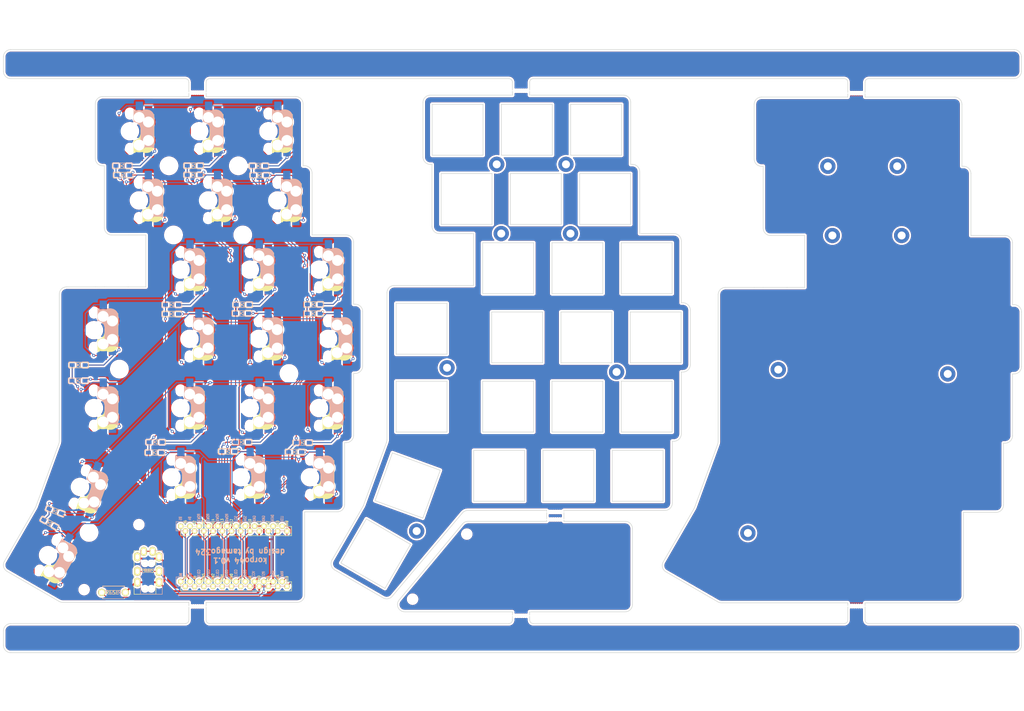
<source format=kicad_pcb>
(kicad_pcb (version 20171130) (host pcbnew "(5.1.10)-1")
  (layers (0 F.Cu signal) (31 B.Cu signal) (34 B.Paste user hide) (35 F.Paste user hide) (36 B.SilkS user) (37 F.SilkS user) (38 B.Mask user) (39 F.Mask user) (44 Edge.Cuts user))
  (net 0 "")
  (net 1 "Net-(D1-Pad2)")
  (net 2 row0)
  (net 3 "Net-(D2-Pad2)")
  (net 4 row1)
  (net 5 row2)
  (net 6 "Net-(D3-Pad2)")
  (net 7 "Net-(D4-Pad2)")
  (net 8 "Net-(D5-Pad2)")
  (net 9 "Net-(D6-Pad2)")
  (net 10 "Net-(D7-Pad2)")
  (net 11 "Net-(D8-Pad2)")
  (net 12 "Net-(D9-Pad2)")
  (net 13 row3)
  (net 14 "Net-(D10-Pad2)")
  (net 15 "Net-(D11-Pad2)")
  (net 16 "Net-(D12-Pad2)")
  (net 17 "Net-(D13-Pad2)")
  (net 18 "Net-(D14-Pad2)")
  (net 19 "Net-(D15-Pad2)")
  (net 20 "Net-(D16-Pad2)")
  (net 21 "Net-(D17-Pad2)")
  (net 22 "Net-(D18-Pad2)")
  (net 23 "Net-(D19-Pad2)")
  (net 24 "Net-(D20-Pad2)")
  (net 25 "Net-(D21-Pad2)")
  (net 26 "Net-(D22-Pad2)")
  (net 27 VCC)
  (net 28 "Net-(J1-PadA)")
  (net 29 GND)
  (net 30 data)
  (net 31 reset)
  (net 32 col0)
  (net 33 col1)
  (net 34 col2)
  (net 35 col3)
  (net 36 col4)
  (net 37 col5)
  (net 38 "Net-(U1-Pad24)")
  (net 39 "Net-(U1-Pad14)")
  (net 40 "Net-(U1-Pad13)")
  (net 41 "Net-(U1-Pad12)")
  (net 42 "Net-(U1-Pad11)")
  (net 43 "Net-(U1-Pad6)")
  (net 44 "Net-(U1-Pad5)")
  (net 45 "Net-(U1-Pad1)")
  (module kbd:Breakaway_Tabs (layer F.Cu) (at 67.3989 166.8526)
    (fp_text reference REF**)
    (fp_text value Breakaway_Tabs)
    (pad "" np_thru_hole circle (at 0 0) (size 0.3 0.3) (drill 0.3) (layers *.Cu *.Mask))
    (pad "" np_thru_hole circle (at 0.59375 0) (size 0.3 0.3) (drill 0.3) (layers *.Cu *.Mask))
    (pad "" np_thru_hole circle (at 1.1875 0) (size 0.3 0.3) (drill 0.3) (layers *.Cu *.Mask))
    (pad "" np_thru_hole circle (at 1.78125 0) (size 0.3 0.3) (drill 0.3) (layers *.Cu *.Mask))
    (pad "" np_thru_hole circle (at 2.375 0) (size 0.3 0.3) (drill 0.3) (layers *.Cu *.Mask))
    (pad "" np_thru_hole circle (at -1.78125 0) (size 0.3 0.3) (drill 0.3) (layers *.Cu *.Mask))
    (pad "" np_thru_hole circle (at -0.59375 0) (size 0.3 0.3) (drill 0.3) (layers *.Cu *.Mask))
    (pad "" np_thru_hole circle (at -2.375 0) (size 0.3 0.3) (drill 0.3) (layers *.Cu *.Mask))
    (pad "" np_thru_hole circle (at -1.1875 0) (size 0.3 0.3) (drill 0.3) (layers *.Cu *.Mask))
  )
  (module kbd:Breakaway_Tabs (layer F.Cu) (at 156.37764 169.41038)
    (fp_text reference REF**)
    (fp_text value Breakaway_Tabs)
    (pad "" np_thru_hole circle (at 0 0) (size 0.3 0.3) (drill 0.3) (layers *.Cu *.Mask))
    (pad "" np_thru_hole circle (at 0.59375 0) (size 0.3 0.3) (drill 0.3) (layers *.Cu *.Mask))
    (pad "" np_thru_hole circle (at 1.1875 0) (size 0.3 0.3) (drill 0.3) (layers *.Cu *.Mask))
    (pad "" np_thru_hole circle (at 1.78125 0) (size 0.3 0.3) (drill 0.3) (layers *.Cu *.Mask))
    (pad "" np_thru_hole circle (at 2.375 0) (size 0.3 0.3) (drill 0.3) (layers *.Cu *.Mask))
    (pad "" np_thru_hole circle (at -1.78125 0) (size 0.3 0.3) (drill 0.3) (layers *.Cu *.Mask))
    (pad "" np_thru_hole circle (at -0.59375 0) (size 0.3 0.3) (drill 0.3) (layers *.Cu *.Mask))
    (pad "" np_thru_hole circle (at -2.375 0) (size 0.3 0.3) (drill 0.3) (layers *.Cu *.Mask))
    (pad "" np_thru_hole circle (at -1.1875 0) (size 0.3 0.3) (drill 0.3) (layers *.Cu *.Mask))
  )
  (module kbd:Breakaway_Tabs (layer F.Cu) (at 248.58472 166.78402)
    (fp_text reference REF**)
    (fp_text value Breakaway_Tabs)
    (pad "" np_thru_hole circle (at 0 0) (size 0.3 0.3) (drill 0.3) (layers *.Cu *.Mask))
    (pad "" np_thru_hole circle (at 0.59375 0) (size 0.3 0.3) (drill 0.3) (layers *.Cu *.Mask))
    (pad "" np_thru_hole circle (at 1.1875 0) (size 0.3 0.3) (drill 0.3) (layers *.Cu *.Mask))
    (pad "" np_thru_hole circle (at 1.78125 0) (size 0.3 0.3) (drill 0.3) (layers *.Cu *.Mask))
    (pad "" np_thru_hole circle (at 2.375 0) (size 0.3 0.3) (drill 0.3) (layers *.Cu *.Mask))
    (pad "" np_thru_hole circle (at -1.78125 0) (size 0.3 0.3) (drill 0.3) (layers *.Cu *.Mask))
    (pad "" np_thru_hole circle (at -0.59375 0) (size 0.3 0.3) (drill 0.3) (layers *.Cu *.Mask))
    (pad "" np_thru_hole circle (at -2.375 0) (size 0.3 0.3) (drill 0.3) (layers *.Cu *.Mask))
    (pad "" np_thru_hole circle (at -1.1875 0) (size 0.3 0.3) (drill 0.3) (layers *.Cu *.Mask))
  )
  (module kbd:Breakaway_Tabs (layer F.Cu) (at 248.65838 25.55748)
    (fp_text reference REF**)
    (fp_text value Breakaway_Tabs)
    (pad "" np_thru_hole circle (at 0 0) (size 0.3 0.3) (drill 0.3) (layers *.Cu *.Mask))
    (pad "" np_thru_hole circle (at 0.59375 0) (size 0.3 0.3) (drill 0.3) (layers *.Cu *.Mask))
    (pad "" np_thru_hole circle (at 1.1875 0) (size 0.3 0.3) (drill 0.3) (layers *.Cu *.Mask))
    (pad "" np_thru_hole circle (at 1.78125 0) (size 0.3 0.3) (drill 0.3) (layers *.Cu *.Mask))
    (pad "" np_thru_hole circle (at 2.375 0) (size 0.3 0.3) (drill 0.3) (layers *.Cu *.Mask))
    (pad "" np_thru_hole circle (at -1.78125 0) (size 0.3 0.3) (drill 0.3) (layers *.Cu *.Mask))
    (pad "" np_thru_hole circle (at -0.59375 0) (size 0.3 0.3) (drill 0.3) (layers *.Cu *.Mask))
    (pad "" np_thru_hole circle (at -2.375 0) (size 0.3 0.3) (drill 0.3) (layers *.Cu *.Mask))
    (pad "" np_thru_hole circle (at -1.1875 0) (size 0.3 0.3) (drill 0.3) (layers *.Cu *.Mask))
  )
  (module kbd:Breakaway_Tabs (layer F.Cu) (at 156.39034 24.89708)
    (fp_text reference REF**)
    (fp_text value Breakaway_Tabs)
    (pad "" np_thru_hole circle (at 0 0) (size 0.3 0.3) (drill 0.3) (layers *.Cu *.Mask))
    (pad "" np_thru_hole circle (at 0.59375 0) (size 0.3 0.3) (drill 0.3) (layers *.Cu *.Mask))
    (pad "" np_thru_hole circle (at 1.1875 0) (size 0.3 0.3) (drill 0.3) (layers *.Cu *.Mask))
    (pad "" np_thru_hole circle (at 1.78125 0) (size 0.3 0.3) (drill 0.3) (layers *.Cu *.Mask))
    (pad "" np_thru_hole circle (at 2.375 0) (size 0.3 0.3) (drill 0.3) (layers *.Cu *.Mask))
    (pad "" np_thru_hole circle (at -1.78125 0) (size 0.3 0.3) (drill 0.3) (layers *.Cu *.Mask))
    (pad "" np_thru_hole circle (at -0.59375 0) (size 0.3 0.3) (drill 0.3) (layers *.Cu *.Mask))
    (pad "" np_thru_hole circle (at -2.375 0) (size 0.3 0.3) (drill 0.3) (layers *.Cu *.Mask))
    (pad "" np_thru_hole circle (at -1.1875 0) (size 0.3 0.3) (drill 0.3) (layers *.Cu *.Mask))
  )
  (module kbd:Breakaway_Tabs (layer F.Cu) (at 67.37096 25.40762)
    (fp_text reference REF**)
    (fp_text value Breakaway_Tabs)
    (pad "" np_thru_hole circle (at -1.1875 0) (size 0.3 0.3) (drill 0.3) (layers *.Cu *.Mask))
    (pad "" np_thru_hole circle (at -2.375 0) (size 0.3 0.3) (drill 0.3) (layers *.Cu *.Mask))
    (pad "" np_thru_hole circle (at -0.59375 0) (size 0.3 0.3) (drill 0.3) (layers *.Cu *.Mask))
    (pad "" np_thru_hole circle (at -1.78125 0) (size 0.3 0.3) (drill 0.3) (layers *.Cu *.Mask))
    (pad "" np_thru_hole circle (at 2.375 0) (size 0.3 0.3) (drill 0.3) (layers *.Cu *.Mask))
    (pad "" np_thru_hole circle (at 1.78125 0) (size 0.3 0.3) (drill 0.3) (layers *.Cu *.Mask))
    (pad "" np_thru_hole circle (at 1.1875 0) (size 0.3 0.3) (drill 0.3) (layers *.Cu *.Mask))
    (pad "" np_thru_hole circle (at 0.59375 0) (size 0.3 0.3) (drill 0.3) (layers *.Cu *.Mask))
    (pad "" np_thru_hole circle (at 0 0) (size 0.3 0.3) (drill 0.3) (layers *.Cu *.Mask))
  )
  (module kbd:M2_HOLE_v2 (layer F.Cu) (at 241.9858 64.7446 270)
    (fp_text reference Ref** hide)
    (fp_text value Val** hide)
    (pad "" thru_hole circle (at 0 0 270) (size 4.2 4.2) (drill 2.2) (layers *.Cu *.Mask))
  )
  (module kbd:M2_HOLE_v2 (layer F.Cu) (at 227.1014 101.6508 270)
    (fp_text reference Ref** hide)
    (fp_text value Val** hide)
    (pad "" thru_hole circle (at 0 0 270) (size 4.2 4.2) (drill 2.2) (layers *.Cu *.Mask))
  )
  (module kbd:M2_HOLE_v2 (layer F.Cu) (at 261.0358 64.7446 270)
    (fp_text reference Ref** hide)
    (fp_text value Val** hide)
    (pad "" thru_hole circle (at 0 0 270) (size 4.2 4.2) (drill 2.2) (layers *.Cu *.Mask))
  )
  (module kbd:M2_HOLE_v2 (layer F.Cu) (at 218.7448 146.6342 270)
    (fp_text reference Ref** hide)
    (fp_text value Val** hide)
    (pad "" thru_hole circle (at 0 0 270) (size 4.2 4.2) (drill 2.2) (layers *.Cu *.Mask))
  )
  (module kbd:M2_HOLE_v2 (layer F.Cu) (at 259.8166 45.6946 270)
    (fp_text reference Ref** hide)
    (fp_text value Val** hide)
    (pad "" thru_hole circle (at 0 0 270) (size 4.2 4.2) (drill 2.2) (layers *.Cu *.Mask))
  )
  (module kbd:M2_HOLE_v2 (layer F.Cu) (at 273.7104 102.8446 270)
    (fp_text reference Ref** hide)
    (fp_text value Val** hide)
    (pad "" thru_hole circle (at 0 0 270) (size 4.2 4.2) (drill 2.2) (layers *.Cu *.Mask))
  )
  (module kbd:M2_HOLE_v2 (layer F.Cu) (at 240.7412 45.6946 270)
    (fp_text reference Ref** hide)
    (fp_text value Val** hide)
    (pad "" thru_hole circle (at 0 0 270) (size 4.2 4.2) (drill 2.2) (layers *.Cu *.Mask))
  )
  (module kbd:spacer_m2 (layer F.Cu) (at 135.9916 101.1428 270)
    (fp_text reference Ref** hide)
    (fp_text value Val** hide)
    (pad "" thru_hole circle (at 0 0 270) (size 4.2 4.2) (drill 2.2) (layers *.Cu *.Mask))
  )
  (module kbd:spacer_m2 (layer F.Cu) (at 127.635 146.1008 270)
    (fp_text reference Ref** hide)
    (fp_text value Val** hide)
    (pad "" thru_hole circle (at 0 0 270) (size 4.2 4.2) (drill 2.2) (layers *.Cu *.Mask))
  )
  (module kbd:M2_HOLE_v2 (layer F.Cu) (at 126.5174 164.846 270)
    (fp_text reference Ref** hide)
    (fp_text value Val** hide)
    (pad "" np_thru_hole circle (at 0 0 270) (size 2.2 2.2) (drill 2.2) (layers *.Cu *.Mask))
  )
  (module kbd:Breakaway_Tabs (layer F.Cu) (at 165.7858 140.843)
    (fp_text reference REF**)
    (fp_text value Breakaway_Tabs)
    (pad "" np_thru_hole circle (at 0 0) (size 0.3 0.3) (drill 0.3) (layers *.Cu *.Mask))
    (pad "" np_thru_hole circle (at 0.59375 0) (size 0.3 0.3) (drill 0.3) (layers *.Cu *.Mask))
    (pad "" np_thru_hole circle (at 1.1875 0) (size 0.3 0.3) (drill 0.3) (layers *.Cu *.Mask))
    (pad "" np_thru_hole circle (at 1.78125 0) (size 0.3 0.3) (drill 0.3) (layers *.Cu *.Mask))
    (pad "" np_thru_hole circle (at 2.375 0) (size 0.3 0.3) (drill 0.3) (layers *.Cu *.Mask))
    (pad "" np_thru_hole circle (at -1.78125 0) (size 0.3 0.3) (drill 0.3) (layers *.Cu *.Mask))
    (pad "" np_thru_hole circle (at -0.59375 0) (size 0.3 0.3) (drill 0.3) (layers *.Cu *.Mask))
    (pad "" np_thru_hole circle (at -2.375 0) (size 0.3 0.3) (drill 0.3) (layers *.Cu *.Mask))
    (pad "" np_thru_hole circle (at -1.1875 0) (size 0.3 0.3) (drill 0.3) (layers *.Cu *.Mask))
  )
  (module kbd:M2_HOLE_v2 (layer F.Cu) (at 141.4272 146.939 270)
    (fp_text reference Ref** hide)
    (fp_text value Val** hide)
    (pad "" np_thru_hole circle (at 0 0 270) (size 2.2 2.2) (drill 2.2) (layers *.Cu *.Mask))
  )
  (module kbd:spacer_m2 (layer F.Cu) (at 150.9014 64.2112 270)
    (fp_text reference Ref** hide)
    (fp_text value Val** hide)
    (pad "" thru_hole circle (at 0 0 270) (size 4.2 4.2) (drill 2.2) (layers *.Cu *.Mask))
  )
  (module kbd:spacer_m2 (layer F.Cu) (at 182.626 102.3112 270)
    (fp_text reference Ref** hide)
    (fp_text value Val** hide)
    (pad "" thru_hole circle (at 0 0 270) (size 4.2 4.2) (drill 2.2) (layers *.Cu *.Mask))
  )
  (module kbd:Breakaway_Tabs (layer F.Cu) (at 165.7858 142.9258)
    (fp_text reference REF**)
    (fp_text value Breakaway_Tabs)
    (pad "" np_thru_hole circle (at 0 0) (size 0.3 0.3) (drill 0.3) (layers *.Cu *.Mask))
    (pad "" np_thru_hole circle (at 0.59375 0) (size 0.3 0.3) (drill 0.3) (layers *.Cu *.Mask))
    (pad "" np_thru_hole circle (at 1.1875 0) (size 0.3 0.3) (drill 0.3) (layers *.Cu *.Mask))
    (pad "" np_thru_hole circle (at 1.78125 0) (size 0.3 0.3) (drill 0.3) (layers *.Cu *.Mask))
    (pad "" np_thru_hole circle (at 2.375 0) (size 0.3 0.3) (drill 0.3) (layers *.Cu *.Mask))
    (pad "" np_thru_hole circle (at -1.78125 0) (size 0.3 0.3) (drill 0.3) (layers *.Cu *.Mask))
    (pad "" np_thru_hole circle (at -0.59375 0) (size 0.3 0.3) (drill 0.3) (layers *.Cu *.Mask))
    (pad "" np_thru_hole circle (at -2.375 0) (size 0.3 0.3) (drill 0.3) (layers *.Cu *.Mask))
    (pad "" np_thru_hole circle (at -1.1875 0) (size 0.3 0.3) (drill 0.3) (layers *.Cu *.Mask))
  )
  (module kbd:spacer_m2 (layer F.Cu) (at 168.7068 45.1612 270)
    (fp_text reference Ref** hide)
    (fp_text value Val** hide)
    (pad "" thru_hole circle (at 0 0 270) (size 4.2 4.2) (drill 2.2) (layers *.Cu *.Mask))
  )
  (module kbd:spacer_m2 (layer F.Cu) (at 149.6568 45.1612 270)
    (fp_text reference Ref** hide)
    (fp_text value Val** hide)
    (pad "" thru_hole circle (at 0 0 270) (size 4.2 4.2) (drill 2.2) (layers *.Cu *.Mask))
  )
  (module kbd:spacer_m2 (layer F.Cu) (at 169.9514 64.2112 270)
    (fp_text reference Ref** hide)
    (fp_text value Val** hide)
    (pad "" thru_hole circle (at 0 0 270) (size 4.2 4.2) (drill 2.2) (layers *.Cu *.Mask))
  )
  (module kbd:D3_SMD (layer F.Cu) (at 26.632395 143.9403 330)
    (fp_text reference D22 hide)
    (fp_text value 1N4148 hide)
    (pad 2 smd rect (at 1.775 0 330) (size 1.3 0.95) (layers F.Cu F.Paste F.Mask) (net 26 "Net-(D22-Pad2)"))
    (pad 1 smd rect (at -1.775 0 330) (size 1.3 0.95) (layers B.Cu B.Paste B.Mask) (net 13 row3))
    (pad 2 smd rect (at 1.775 0 330) (size 1.3 0.95) (layers B.Cu B.Paste B.Mask) (net 26 "Net-(D22-Pad2)"))
    (pad 1 smd rect (at -1.775 0 330) (size 1.3 0.95) (layers F.Cu F.Paste F.Mask) (net 13 row3))
  )
  (module kbd:D3_SMD (layer F.Cu) (at 55.626 124.5108)
    (fp_text reference D21 hide)
    (fp_text value 1N4148 hide)
    (pad 2 smd rect (at 1.775 0) (size 1.3 0.95) (layers F.Cu F.Paste F.Mask) (net 25 "Net-(D21-Pad2)"))
    (pad 1 smd rect (at -1.775 0) (size 1.3 0.95) (layers B.Cu B.Paste B.Mask) (net 5 row2))
    (pad 2 smd rect (at 1.775 0) (size 1.3 0.95) (layers B.Cu B.Paste B.Mask) (net 25 "Net-(D21-Pad2)"))
    (pad 1 smd rect (at -1.775 0) (size 1.3 0.95) (layers F.Cu F.Paste F.Mask) (net 5 row2))
  )
  (module kbd:D3_SMD (layer F.Cu) (at 75.819 124.1806)
    (fp_text reference D20 hide)
    (fp_text value 1N4148 hide)
    (pad 2 smd rect (at 1.775 0) (size 1.3 0.95) (layers F.Cu F.Paste F.Mask) (net 24 "Net-(D20-Pad2)"))
    (pad 1 smd rect (at -1.775 0) (size 1.3 0.95) (layers B.Cu B.Paste B.Mask) (net 4 row1))
    (pad 2 smd rect (at 1.775 0) (size 1.3 0.95) (layers B.Cu B.Paste B.Mask) (net 24 "Net-(D20-Pad2)"))
    (pad 1 smd rect (at -1.775 0) (size 1.3 0.95) (layers F.Cu F.Paste F.Mask) (net 4 row1))
  )
  (module kbd:D3_SMD (layer F.Cu) (at 94.2116 124.3584)
    (fp_text reference D19 hide)
    (fp_text value 1N4148 hide)
    (pad 2 smd rect (at 1.775 0) (size 1.3 0.95) (layers F.Cu F.Paste F.Mask) (net 23 "Net-(D19-Pad2)"))
    (pad 1 smd rect (at -1.775 0) (size 1.3 0.95) (layers B.Cu B.Paste B.Mask) (net 2 row0))
    (pad 2 smd rect (at 1.775 0) (size 1.3 0.95) (layers B.Cu B.Paste B.Mask) (net 23 "Net-(D19-Pad2)"))
    (pad 1 smd rect (at -1.775 0) (size 1.3 0.95) (layers F.Cu F.Paste F.Mask) (net 2 row0))
  )
  (module kbd:D3_SMD (layer F.Cu) (at 28.2194 140.6144 340)
    (fp_text reference D18 hide)
    (fp_text value 1N4148 hide)
    (pad 2 smd rect (at 1.775 0 340) (size 1.3 0.95) (layers F.Cu F.Paste F.Mask) (net 22 "Net-(D18-Pad2)"))
    (pad 1 smd rect (at -1.775 0 340) (size 1.3 0.95) (layers B.Cu B.Paste B.Mask) (net 13 row3))
    (pad 2 smd rect (at 1.775 0 340) (size 1.3 0.95) (layers B.Cu B.Paste B.Mask) (net 22 "Net-(D18-Pad2)"))
    (pad 1 smd rect (at -1.775 0 340) (size 1.3 0.95) (layers F.Cu F.Paste F.Mask) (net 13 row3))
  )
  (module kbd:D3_SMD (layer F.Cu) (at 55.8292 121.6406)
    (fp_text reference D17 hide)
    (fp_text value 1N4148 hide)
    (pad 2 smd rect (at 1.775 0) (size 1.3 0.95) (layers F.Cu F.Paste F.Mask) (net 21 "Net-(D17-Pad2)"))
    (pad 1 smd rect (at -1.775 0) (size 1.3 0.95) (layers B.Cu B.Paste B.Mask) (net 5 row2))
    (pad 2 smd rect (at 1.775 0) (size 1.3 0.95) (layers B.Cu B.Paste B.Mask) (net 21 "Net-(D17-Pad2)"))
    (pad 1 smd rect (at -1.775 0) (size 1.3 0.95) (layers F.Cu F.Paste F.Mask) (net 5 row2))
  )
  (module kbd:D3_SMD (layer F.Cu) (at 79.6036 121.6406)
    (fp_text reference D16 hide)
    (fp_text value 1N4148 hide)
    (pad 2 smd rect (at 1.775 0) (size 1.3 0.95) (layers F.Cu F.Paste F.Mask) (net 20 "Net-(D16-Pad2)"))
    (pad 1 smd rect (at -1.775 0) (size 1.3 0.95) (layers B.Cu B.Paste B.Mask) (net 4 row1))
    (pad 2 smd rect (at 1.775 0) (size 1.3 0.95) (layers B.Cu B.Paste B.Mask) (net 20 "Net-(D16-Pad2)"))
    (pad 1 smd rect (at -1.775 0) (size 1.3 0.95) (layers F.Cu F.Paste F.Mask) (net 4 row1))
  )
  (module kbd:D3_SMD (layer F.Cu) (at 96.3168 121.7676)
    (fp_text reference D15 hide)
    (fp_text value 1N4148 hide)
    (pad 2 smd rect (at 1.775 0) (size 1.3 0.95) (layers F.Cu F.Paste F.Mask) (net 19 "Net-(D15-Pad2)"))
    (pad 1 smd rect (at -1.775 0) (size 1.3 0.95) (layers B.Cu B.Paste B.Mask) (net 2 row0))
    (pad 2 smd rect (at 1.775 0) (size 1.3 0.95) (layers B.Cu B.Paste B.Mask) (net 19 "Net-(D15-Pad2)"))
    (pad 1 smd rect (at -1.775 0) (size 1.3 0.95) (layers F.Cu F.Paste F.Mask) (net 2 row0))
  )
  (module kbd:D3_SMD (layer F.Cu) (at 34.6202 104.7242)
    (fp_text reference D14 hide)
    (fp_text value 1N4148 hide)
    (pad 2 smd rect (at 1.775 0) (size 1.3 0.95) (layers F.Cu F.Paste F.Mask) (net 18 "Net-(D14-Pad2)"))
    (pad 1 smd rect (at -1.775 0) (size 1.3 0.95) (layers B.Cu B.Paste B.Mask) (net 13 row3))
    (pad 2 smd rect (at 1.775 0) (size 1.3 0.95) (layers B.Cu B.Paste B.Mask) (net 18 "Net-(D14-Pad2)"))
    (pad 1 smd rect (at -1.775 0) (size 1.3 0.95) (layers F.Cu F.Paste F.Mask) (net 13 row3))
  )
  (module kbd:D3_SMD (layer F.Cu) (at 60.325 86.36)
    (fp_text reference D13 hide)
    (fp_text value 1N4148 hide)
    (pad 2 smd rect (at 1.775 0) (size 1.3 0.95) (layers F.Cu F.Paste F.Mask) (net 17 "Net-(D13-Pad2)"))
    (pad 1 smd rect (at -1.775 0) (size 1.3 0.95) (layers B.Cu B.Paste B.Mask) (net 5 row2))
    (pad 2 smd rect (at 1.775 0) (size 1.3 0.95) (layers B.Cu B.Paste B.Mask) (net 17 "Net-(D13-Pad2)"))
    (pad 1 smd rect (at -1.775 0) (size 1.3 0.95) (layers F.Cu F.Paste F.Mask) (net 5 row2))
  )
  (module kbd:D3_SMD (layer F.Cu) (at 79.5782 86.1822)
    (fp_text reference D12 hide)
    (fp_text value 1N4148 hide)
    (pad 2 smd rect (at 1.775 0) (size 1.3 0.95) (layers F.Cu F.Paste F.Mask) (net 16 "Net-(D12-Pad2)"))
    (pad 1 smd rect (at -1.775 0) (size 1.3 0.95) (layers B.Cu B.Paste B.Mask) (net 4 row1))
    (pad 2 smd rect (at 1.775 0) (size 1.3 0.95) (layers B.Cu B.Paste B.Mask) (net 16 "Net-(D12-Pad2)"))
    (pad 1 smd rect (at -1.775 0) (size 1.3 0.95) (layers F.Cu F.Paste F.Mask) (net 4 row1))
  )
  (module kbd:D3_SMD (layer F.Cu) (at 99.317 86.2584)
    (fp_text reference D11 hide)
    (fp_text value 1N4148 hide)
    (pad 2 smd rect (at 1.775 0) (size 1.3 0.95) (layers F.Cu F.Paste F.Mask) (net 15 "Net-(D11-Pad2)"))
    (pad 1 smd rect (at -1.775 0) (size 1.3 0.95) (layers B.Cu B.Paste B.Mask) (net 2 row0))
    (pad 2 smd rect (at 1.775 0) (size 1.3 0.95) (layers B.Cu B.Paste B.Mask) (net 15 "Net-(D11-Pad2)"))
    (pad 1 smd rect (at -1.775 0) (size 1.3 0.95) (layers F.Cu F.Paste F.Mask) (net 2 row0))
  )
  (module kbd:D3_SMD (layer F.Cu) (at 34.671 100.4062)
    (fp_text reference D10 hide)
    (fp_text value 1N4148 hide)
    (pad 2 smd rect (at 1.775 0) (size 1.3 0.95) (layers F.Cu F.Paste F.Mask) (net 14 "Net-(D10-Pad2)"))
    (pad 1 smd rect (at -1.775 0) (size 1.3 0.95) (layers B.Cu B.Paste B.Mask) (net 13 row3))
    (pad 2 smd rect (at 1.775 0) (size 1.3 0.95) (layers B.Cu B.Paste B.Mask) (net 14 "Net-(D10-Pad2)"))
    (pad 1 smd rect (at -1.775 0) (size 1.3 0.95) (layers F.Cu F.Paste F.Mask) (net 13 row3))
  )
  (module kbd:D3_SMD (layer F.Cu) (at 60.328 83.82)
    (fp_text reference D9 hide)
    (fp_text value 1N4148 hide)
    (pad 2 smd rect (at 1.775 0) (size 1.3 0.95) (layers F.Cu F.Paste F.Mask) (net 12 "Net-(D9-Pad2)"))
    (pad 1 smd rect (at -1.775 0) (size 1.3 0.95) (layers B.Cu B.Paste B.Mask) (net 5 row2))
    (pad 2 smd rect (at 1.775 0) (size 1.3 0.95) (layers B.Cu B.Paste B.Mask) (net 12 "Net-(D9-Pad2)"))
    (pad 1 smd rect (at -1.775 0) (size 1.3 0.95) (layers F.Cu F.Paste F.Mask) (net 5 row2))
  )
  (module kbd:D3_SMD (layer F.Cu) (at 79.7814 83.7946)
    (fp_text reference D8 hide)
    (fp_text value 1N4148 hide)
    (pad 2 smd rect (at 1.775 0) (size 1.3 0.95) (layers F.Cu F.Paste F.Mask) (net 11 "Net-(D8-Pad2)"))
    (pad 1 smd rect (at -1.775 0) (size 1.3 0.95) (layers B.Cu B.Paste B.Mask) (net 4 row1))
    (pad 2 smd rect (at 1.775 0) (size 1.3 0.95) (layers B.Cu B.Paste B.Mask) (net 11 "Net-(D8-Pad2)"))
    (pad 1 smd rect (at -1.775 0) (size 1.3 0.95) (layers F.Cu F.Paste F.Mask) (net 4 row1))
  )
  (module kbd:D3_SMD (layer F.Cu) (at 99.3394 83.7184)
    (fp_text reference D7 hide)
    (fp_text value 1N4148 hide)
    (pad 2 smd rect (at 1.775 0) (size 1.3 0.95) (layers F.Cu F.Paste F.Mask) (net 10 "Net-(D7-Pad2)"))
    (pad 1 smd rect (at -1.775 0) (size 1.3 0.95) (layers B.Cu B.Paste B.Mask) (net 2 row0))
    (pad 2 smd rect (at 1.775 0) (size 1.3 0.95) (layers B.Cu B.Paste B.Mask) (net 10 "Net-(D7-Pad2)"))
    (pad 1 smd rect (at -1.775 0) (size 1.3 0.95) (layers F.Cu F.Paste F.Mask) (net 2 row0))
  )
  (module kbd:D3_SMD (layer F.Cu) (at 46.9646 48.1076)
    (fp_text reference D6 hide)
    (fp_text value 1N4148 hide)
    (pad 2 smd rect (at 1.775 0) (size 1.3 0.95) (layers F.Cu F.Paste F.Mask) (net 9 "Net-(D6-Pad2)"))
    (pad 1 smd rect (at -1.775 0) (size 1.3 0.95) (layers B.Cu B.Paste B.Mask) (net 5 row2))
    (pad 2 smd rect (at 1.775 0) (size 1.3 0.95) (layers B.Cu B.Paste B.Mask) (net 9 "Net-(D6-Pad2)"))
    (pad 1 smd rect (at -1.775 0) (size 1.3 0.95) (layers F.Cu F.Paste F.Mask) (net 5 row2))
  )
  (module kbd:D3_SMD (layer F.Cu) (at 66.3194 48.0822)
    (fp_text reference D5 hide)
    (fp_text value 1N4148 hide)
    (pad 2 smd rect (at 1.775 0) (size 1.3 0.95) (layers F.Cu F.Paste F.Mask) (net 8 "Net-(D5-Pad2)"))
    (pad 1 smd rect (at -1.775 0) (size 1.3 0.95) (layers B.Cu B.Paste B.Mask) (net 4 row1))
    (pad 2 smd rect (at 1.775 0) (size 1.3 0.95) (layers B.Cu B.Paste B.Mask) (net 8 "Net-(D5-Pad2)"))
    (pad 1 smd rect (at -1.775 0) (size 1.3 0.95) (layers F.Cu F.Paste F.Mask) (net 4 row1))
  )
  (module kbd:D3_SMD (layer F.Cu) (at 84.4834 48.1838)
    (fp_text reference D4 hide)
    (fp_text value 1N4148 hide)
    (pad 2 smd rect (at 1.775 0) (size 1.3 0.95) (layers F.Cu F.Paste F.Mask) (net 7 "Net-(D4-Pad2)"))
    (pad 1 smd rect (at -1.775 0) (size 1.3 0.95) (layers B.Cu B.Paste B.Mask) (net 2 row0))
    (pad 2 smd rect (at 1.775 0) (size 1.3 0.95) (layers B.Cu B.Paste B.Mask) (net 7 "Net-(D4-Pad2)"))
    (pad 1 smd rect (at -1.775 0) (size 1.3 0.95) (layers F.Cu F.Paste F.Mask) (net 2 row0))
  )
  (module kbd:D3_SMD (layer F.Cu) (at 46.7106 45.5676)
    (fp_text reference D3 hide)
    (fp_text value 1N4148 hide)
    (pad 2 smd rect (at 1.775 0) (size 1.3 0.95) (layers F.Cu F.Paste F.Mask) (net 6 "Net-(D3-Pad2)"))
    (pad 1 smd rect (at -1.775 0) (size 1.3 0.95) (layers B.Cu B.Paste B.Mask) (net 5 row2))
    (pad 2 smd rect (at 1.775 0) (size 1.3 0.95) (layers B.Cu B.Paste B.Mask) (net 6 "Net-(D3-Pad2)"))
    (pad 1 smd rect (at -1.775 0) (size 1.3 0.95) (layers F.Cu F.Paste F.Mask) (net 5 row2))
  )
  (module kbd:D3_SMD (layer F.Cu) (at 66.3194 45.5422)
    (fp_text reference D2 hide)
    (fp_text value 1N4148 hide)
    (pad 2 smd rect (at 1.775 0) (size 1.3 0.95) (layers F.Cu F.Paste F.Mask) (net 3 "Net-(D2-Pad2)"))
    (pad 1 smd rect (at -1.775 0) (size 1.3 0.95) (layers B.Cu B.Paste B.Mask) (net 4 row1))
    (pad 2 smd rect (at 1.775 0) (size 1.3 0.95) (layers B.Cu B.Paste B.Mask) (net 3 "Net-(D2-Pad2)"))
    (pad 1 smd rect (at -1.775 0) (size 1.3 0.95) (layers F.Cu F.Paste F.Mask) (net 4 row1))
  )
  (module kbd:D3_SMD (layer F.Cu) (at 84.2518 45.593)
    (fp_text reference D1 hide)
    (fp_text value 1N4148 hide)
    (pad 2 smd rect (at 1.775 0) (size 1.3 0.95) (layers F.Cu F.Paste F.Mask) (net 1 "Net-(D1-Pad2)"))
    (pad 1 smd rect (at -1.775 0) (size 1.3 0.95) (layers B.Cu B.Paste B.Mask) (net 2 row0))
    (pad 2 smd rect (at 1.775 0) (size 1.3 0.95) (layers B.Cu B.Paste B.Mask) (net 1 "Net-(D1-Pad2)"))
    (pad 1 smd rect (at -1.775 0) (size 1.3 0.95) (layers F.Cu F.Paste F.Mask) (net 2 row0))
  )
  (module kbd:CherryMX_MidHeight_Hotswap (layer F.Cu) (at 89.3318 55.0926 270)
    (fp_text reference SW4 hide)
    (fp_text value SW_PUSH hide)
    (pad 1 smd rect (at -7 -2.58 90) (size 2.3 2) (layers B.Cu B.Paste B.Mask) (net 33 col1))
    (pad 1 smd rect (at 7 -2.58 90) (size 2.3 2) (layers F.Cu F.Paste F.Mask) (net 33 col1))
    (pad 2 smd rect (at -5.7 -5.12 90) (size 2.3 2) (layers F.Cu F.Paste F.Mask) (net 7 "Net-(D4-Pad2)"))
    (pad "" np_thru_hole circle (at -3.81 -2.54 90) (size 3 3) (drill 3) (layers *.Cu *.Mask))
    (pad "" np_thru_hole circle (at -2.54 -5.08 90) (size 3 3) (drill 3) (layers *.Cu *.Mask))
    (pad "" np_thru_hole circle (at 3.81 -2.540001 90) (size 3 3) (drill 3) (layers *.Cu *.Mask))
    (pad "" np_thru_hole circle (at 2.54 -5.08 90) (size 3 3) (drill 3) (layers *.Cu *.Mask))
    (pad "" np_thru_hole circle (at 0 0) (size 4.1 4.1) (drill 4.1) (layers *.Cu *.Mask))
    (pad "" np_thru_hole circle (at 5.08 0 270) (size 1.9 1.9) (drill 1.9) (layers *.Cu *.Mask))
    (pad "" np_thru_hole circle (at -5.08 0 270) (size 1.9 1.9) (drill 1.9) (layers *.Cu *.Mask))
    (pad 2 smd rect (at 5.7 -5.12 90) (size 2.3 2) (layers B.Cu B.Paste B.Mask) (net 7 "Net-(D4-Pad2)"))
    (pad "" np_thru_hole circle (at -4.5 0 270) (size 1.7 1.7) (drill 1.7) (layers *.Cu *.Mask))
    (pad "" np_thru_hole circle (at 4.5 0 270) (size 1.7 1.7) (drill 1.7) (layers *.Cu *.Mask))
  )
  (module kbd:M2_HOLE_v2 (layer F.Cu) (at 36.1696 162.2298 270)
    (fp_text reference Ref** hide)
    (fp_text value Val** hide)
    (pad "" np_thru_hole circle (at 0 0 270) (size 2.2 2.2) (drill 2.2) (layers *.Cu *.Mask))
  )
  (module kbd:M2_HOLE_v2 (layer F.Cu) (at 51.2318 144.3228 270)
    (fp_text reference Ref** hide)
    (fp_text value Val** hide)
    (pad "" np_thru_hole circle (at 0 0 270) (size 2.2 2.2) (drill 2.2) (layers *.Cu *.Mask))
  )
  (module kbd:spacer_m2 (layer F.Cu) (at 92.5068 102.7176 270)
    (fp_text reference Ref** hide)
    (fp_text value Val** hide)
    (pad "" np_thru_hole circle (at 0 0 270) (size 4.2 4.2) (drill 4.2) (layers *.Cu *.Mask))
  )
  (module kbd:spacer_m2 (layer F.Cu) (at 60.7568 64.5922 270)
    (fp_text reference Ref** hide)
    (fp_text value Val** hide)
    (pad "" np_thru_hole circle (at 0 0 270) (size 4.2 4.2) (drill 4.2) (layers *.Cu *.Mask))
  )
  (module kbd:spacer_m2 (layer F.Cu) (at 79.8068 64.5922 270)
    (fp_text reference Ref** hide)
    (fp_text value Val** hide)
    (pad "" np_thru_hole circle (at 0 0 270) (size 4.2 4.2) (drill 4.2) (layers *.Cu *.Mask))
  )
  (module kbd:spacer_m2 (layer F.Cu) (at 59.5122 45.5676 270)
    (fp_text reference Ref** hide)
    (fp_text value Val** hide)
    (pad "" np_thru_hole circle (at 0 0 270) (size 4.2 4.2) (drill 4.2) (layers *.Cu *.Mask))
  )
  (module kbd:spacer_m2 (layer F.Cu) (at 78.5876 45.5676 270)
    (fp_text reference Ref** hide)
    (fp_text value Val** hide)
    (pad "" np_thru_hole circle (at 0 0 270) (size 4.2 4.2) (drill 4.2) (layers *.Cu *.Mask))
  )
  (module kbd:spacer_m2 (layer F.Cu) (at 37.5158 146.4818 270)
    (fp_text reference Ref** hide)
    (fp_text value Val** hide)
    (pad "" np_thru_hole circle (at 0 0 270) (size 4.2 4.2) (drill 4.2) (layers *.Cu *.Mask))
  )
  (module kbd:spacer_m2 (layer F.Cu) (at 45.8724 101.5238 270)
    (fp_text reference Ref** hide)
    (fp_text value Val** hide)
    (pad "" np_thru_hole circle (at 0 0 270) (size 4.2 4.2) (drill 4.2) (layers *.Cu *.Mask))
  )
  (module kbd:CherryMX_MidHeight_Hotswap_1.25u (layer F.Cu) (at 38.862 90.805 270)
    (fp_text reference SW10 hide)
    (fp_text value SW_PUSH hide)
    (pad "" np_thru_hole circle (at 4.5 0 270) (size 1.7 1.7) (drill 1.7) (layers *.Cu *.Mask))
    (pad "" np_thru_hole circle (at -4.5 0 270) (size 1.7 1.7) (drill 1.7) (layers *.Cu *.Mask))
    (pad 2 smd rect (at 5.7 -5.12 90) (size 2.3 2) (layers B.Cu B.Paste B.Mask) (net 14 "Net-(D10-Pad2)"))
    (pad "" np_thru_hole circle (at -5.08 0 270) (size 1.9 1.9) (drill 1.9) (layers *.Cu *.Mask))
    (pad "" np_thru_hole circle (at 5.08 0 270) (size 1.9 1.9) (drill 1.9) (layers *.Cu *.Mask))
    (pad "" np_thru_hole circle (at 0 0) (size 4.1 4.1) (drill 4.1) (layers *.Cu *.Mask))
    (pad "" np_thru_hole circle (at 2.54 -5.08 90) (size 3 3) (drill 3) (layers *.Cu *.Mask))
    (pad "" np_thru_hole circle (at 3.81 -2.540001 90) (size 3 3) (drill 3) (layers *.Cu *.Mask))
    (pad "" np_thru_hole circle (at -2.54 -5.08 90) (size 3 3) (drill 3) (layers *.Cu *.Mask))
    (pad "" np_thru_hole circle (at -3.81 -2.54 90) (size 3 3) (drill 3) (layers *.Cu *.Mask))
    (pad 2 smd rect (at -5.7 -5.12 90) (size 2.3 2) (layers F.Cu F.Paste F.Mask) (net 14 "Net-(D10-Pad2)"))
    (pad 1 smd rect (at 7 -2.58 90) (size 2.3 2) (layers F.Cu F.Paste F.Mask) (net 34 col2))
    (pad 1 smd rect (at -7 -2.58 90) (size 2.3 2) (layers B.Cu B.Paste B.Mask) (net 34 col2))
  )
  (module kbd:CherryMX_MidHeight_Hotswap (layer F.Cu) (at 60.198 131.2926 270)
    (fp_text reference SW21 hide)
    (fp_text value SW_PUSH hide)
    (pad 1 smd rect (at -7 -2.58 90) (size 2.3 2) (layers B.Cu B.Paste B.Mask) (net 37 col5))
    (pad 1 smd rect (at 7 -2.58 90) (size 2.3 2) (layers F.Cu F.Paste F.Mask) (net 37 col5))
    (pad 2 smd rect (at -5.7 -5.12 90) (size 2.3 2) (layers F.Cu F.Paste F.Mask) (net 25 "Net-(D21-Pad2)"))
    (pad "" np_thru_hole circle (at -3.81 -2.54 90) (size 3 3) (drill 3) (layers *.Cu *.Mask))
    (pad "" np_thru_hole circle (at -2.54 -5.08 90) (size 3 3) (drill 3) (layers *.Cu *.Mask))
    (pad "" np_thru_hole circle (at 3.81 -2.540001 90) (size 3 3) (drill 3) (layers *.Cu *.Mask))
    (pad "" np_thru_hole circle (at 2.54 -5.08 90) (size 3 3) (drill 3) (layers *.Cu *.Mask))
    (pad "" np_thru_hole circle (at 0 0) (size 4.1 4.1) (drill 4.1) (layers *.Cu *.Mask))
    (pad "" np_thru_hole circle (at 5.08 0 270) (size 1.9 1.9) (drill 1.9) (layers *.Cu *.Mask))
    (pad "" np_thru_hole circle (at -5.08 0 270) (size 1.9 1.9) (drill 1.9) (layers *.Cu *.Mask))
    (pad 2 smd rect (at 5.7 -5.12 90) (size 2.3 2) (layers B.Cu B.Paste B.Mask) (net 25 "Net-(D21-Pad2)"))
    (pad "" np_thru_hole circle (at -4.5 0 270) (size 1.7 1.7) (drill 1.7) (layers *.Cu *.Mask))
    (pad "" np_thru_hole circle (at 4.5 0 270) (size 1.7 1.7) (drill 1.7) (layers *.Cu *.Mask))
  )
  (module kbd:CherryMX_MidHeight_Hotswap (layer F.Cu) (at 38.862 112.2426 270)
    (fp_text reference SW14 hide)
    (fp_text value SW_PUSH hide)
    (pad 1 smd rect (at -7 -2.58 90) (size 2.3 2) (layers B.Cu B.Paste B.Mask) (net 35 col3))
    (pad 1 smd rect (at 7 -2.58 90) (size 2.3 2) (layers F.Cu F.Paste F.Mask) (net 35 col3))
    (pad 2 smd rect (at -5.7 -5.12 90) (size 2.3 2) (layers F.Cu F.Paste F.Mask) (net 18 "Net-(D14-Pad2)"))
    (pad "" np_thru_hole circle (at -3.81 -2.54 90) (size 3 3) (drill 3) (layers *.Cu *.Mask))
    (pad "" np_thru_hole circle (at -2.54 -5.08 90) (size 3 3) (drill 3) (layers *.Cu *.Mask))
    (pad "" np_thru_hole circle (at 3.81 -2.540001 90) (size 3 3) (drill 3) (layers *.Cu *.Mask))
    (pad "" np_thru_hole circle (at 2.54 -5.08 90) (size 3 3) (drill 3) (layers *.Cu *.Mask))
    (pad "" np_thru_hole circle (at 0 0) (size 4.1 4.1) (drill 4.1) (layers *.Cu *.Mask))
    (pad "" np_thru_hole circle (at 5.08 0 270) (size 1.9 1.9) (drill 1.9) (layers *.Cu *.Mask))
    (pad "" np_thru_hole circle (at -5.08 0 270) (size 1.9 1.9) (drill 1.9) (layers *.Cu *.Mask))
    (pad 2 smd rect (at 5.7 -5.12 90) (size 2.3 2) (layers B.Cu B.Paste B.Mask) (net 18 "Net-(D14-Pad2)"))
    (pad "" np_thru_hole circle (at -4.5 0 270) (size 1.7 1.7) (drill 1.7) (layers *.Cu *.Mask))
    (pad "" np_thru_hole circle (at 4.5 0 270) (size 1.7 1.7) (drill 1.7) (layers *.Cu *.Mask))
  )
  (module kbd:MJ-4PP-9 (layer F.Cu) (at 52.914 163.5 180)
    (fp_text reference J1)
    (fp_text value MJ-4PP-9 hide)
    (fp_text user TRRS (at -0.8255 6.4135) (layer B.SilkS) (effects (justify mirror)))
    (fp_text user TRRS (at -0.75 6.45) (layer F.SilkS))
    (pad "" np_thru_hole circle (at -1.75 8.5 180) (size 1.2 1.2) (drill 1.2) (layers *.Cu *.Mask F.SilkS))
    (pad "" np_thru_hole circle (at -1.75 1.5 180) (size 1.2 1.2) (drill 1.2) (layers *.Cu *.Mask F.SilkS))
    (pad D thru_hole oval (at -3.85 10.3 180) (size 1.7 2.5) (drill oval 1 1.5) (layers *.Cu *.Mask F.SilkS) (net 27 VCC) (clearance 0.15))
    (pad A thru_hole oval (at 0.35 11.8 180) (size 1.7 2.5) (drill oval 1 1.5) (layers *.Cu *.Mask F.SilkS) (net 28 "Net-(J1-PadA)") (clearance 0.15))
    (pad B thru_hole oval (at -3.85 3.3 180) (size 1.7 2.5) (drill oval 1 1.5) (layers *.Cu *.Mask F.SilkS) (net 29 GND))
    (pad C thru_hole oval (at -3.85 6.3 180) (size 1.7 2.5) (drill oval 1 1.5) (layers *.Cu *.Mask F.SilkS) (net 30 data))
    (pad "" np_thru_hole circle (at 0 1.5 180) (size 1.2 1.2) (drill 1.2) (layers *.Cu *.Mask F.SilkS))
    (pad "" np_thru_hole circle (at 0 8.5 180) (size 1.2 1.2) (drill 1.2) (layers *.Cu *.Mask F.SilkS))
    (pad B thru_hole oval (at 2.1 3.3 180) (size 1.7 2.5) (drill oval 1 1.5) (layers *.Cu *.Mask F.SilkS) (net 29 GND))
    (pad C thru_hole oval (at 2.1 6.3 180) (size 1.7 2.5) (drill oval 1 1.5) (layers *.Cu *.Mask F.SilkS) (net 30 data))
    (pad D thru_hole oval (at 2.1 10.3 180) (size 1.7 2.5) (drill oval 1 1.5) (layers *.Cu *.Mask F.SilkS) (net 27 VCC) (clearance 0.15))
    (pad A thru_hole oval (at -2.1 11.8 180) (size 1.7 2.5) (drill oval 1 1.5) (layers *.Cu *.Mask F.SilkS) (net 28 "Net-(J1-PadA)") (clearance 0.15))
  )
  (module kbd:ResetSW (layer F.Cu) (at 44.271 163 180)
    (fp_text reference RESET_SW1 hide)
    (fp_text value SW_PUSH)
    (fp_text user RESET (at 0.127 0) (layer B.SilkS) (effects (justify mirror)))
    (fp_text user RESET (at 0 0) (layer F.SilkS))
    (pad 1 thru_hole circle (at 3.25 0 180) (size 2 2) (drill 1.3) (layers *.Cu *.Mask F.SilkS) (net 31 reset))
    (pad 2 thru_hole circle (at -3.25 0 180) (size 2 2) (drill 1.3) (layers *.Cu *.Mask F.SilkS) (net 29 GND))
  )
  (module kbd:CherryMX_MidHeight_Hotswap (layer F.Cu) (at 86.868 36.0426 270)
    (fp_text reference SW1 hide)
    (fp_text value SW_PUSH hide)
    (pad 1 smd rect (at -7 -2.58 90) (size 2.3 2) (layers B.Cu B.Paste B.Mask) (net 32 col0))
    (pad 1 smd rect (at 7 -2.58 90) (size 2.3 2) (layers F.Cu F.Paste F.Mask) (net 32 col0))
    (pad 2 smd rect (at -5.7 -5.12 90) (size 2.3 2) (layers F.Cu F.Paste F.Mask) (net 1 "Net-(D1-Pad2)"))
    (pad "" np_thru_hole circle (at -3.81 -2.54 90) (size 3 3) (drill 3) (layers *.Cu *.Mask))
    (pad "" np_thru_hole circle (at -2.54 -5.08 90) (size 3 3) (drill 3) (layers *.Cu *.Mask))
    (pad "" np_thru_hole circle (at 3.81 -2.540001 90) (size 3 3) (drill 3) (layers *.Cu *.Mask))
    (pad "" np_thru_hole circle (at 2.54 -5.08 90) (size 3 3) (drill 3) (layers *.Cu *.Mask))
    (pad "" np_thru_hole circle (at 0 0) (size 4.1 4.1) (drill 4.1) (layers *.Cu *.Mask))
    (pad "" np_thru_hole circle (at 5.08 0 270) (size 1.9 1.9) (drill 1.9) (layers *.Cu *.Mask))
    (pad "" np_thru_hole circle (at -5.08 0 270) (size 1.9 1.9) (drill 1.9) (layers *.Cu *.Mask))
    (pad 2 smd rect (at 5.7 -5.12 90) (size 2.3 2) (layers B.Cu B.Paste B.Mask) (net 1 "Net-(D1-Pad2)"))
    (pad "" np_thru_hole circle (at -4.5 0 270) (size 1.7 1.7) (drill 1.7) (layers *.Cu *.Mask))
    (pad "" np_thru_hole circle (at 4.5 0 270) (size 1.7 1.7) (drill 1.7) (layers *.Cu *.Mask))
  )
  (module kbd:CherryMX_MidHeight_Hotswap (layer F.Cu) (at 67.818 36.0426 270)
    (fp_text reference SW2 hide)
    (fp_text value SW_PUSH hide)
    (pad "" np_thru_hole circle (at 4.5 0 270) (size 1.7 1.7) (drill 1.7) (layers *.Cu *.Mask))
    (pad "" np_thru_hole circle (at -4.5 0 270) (size 1.7 1.7) (drill 1.7) (layers *.Cu *.Mask))
    (pad 2 smd rect (at 5.7 -5.12 90) (size 2.3 2) (layers B.Cu B.Paste B.Mask) (net 3 "Net-(D2-Pad2)"))
    (pad "" np_thru_hole circle (at -5.08 0 270) (size 1.9 1.9) (drill 1.9) (layers *.Cu *.Mask))
    (pad "" np_thru_hole circle (at 5.08 0 270) (size 1.9 1.9) (drill 1.9) (layers *.Cu *.Mask))
    (pad "" np_thru_hole circle (at 0 0) (size 4.1 4.1) (drill 4.1) (layers *.Cu *.Mask))
    (pad "" np_thru_hole circle (at 2.54 -5.08 90) (size 3 3) (drill 3) (layers *.Cu *.Mask))
    (pad "" np_thru_hole circle (at 3.81 -2.540001 90) (size 3 3) (drill 3) (layers *.Cu *.Mask))
    (pad "" np_thru_hole circle (at -2.54 -5.08 90) (size 3 3) (drill 3) (layers *.Cu *.Mask))
    (pad "" np_thru_hole circle (at -3.81 -2.54 90) (size 3 3) (drill 3) (layers *.Cu *.Mask))
    (pad 2 smd rect (at -5.7 -5.12 90) (size 2.3 2) (layers F.Cu F.Paste F.Mask) (net 3 "Net-(D2-Pad2)"))
    (pad 1 smd rect (at 7 -2.58 90) (size 2.3 2) (layers F.Cu F.Paste F.Mask) (net 32 col0))
    (pad 1 smd rect (at -7 -2.58 90) (size 2.3 2) (layers B.Cu B.Paste B.Mask) (net 32 col0))
  )
  (module kbd:CherryMX_MidHeight_Hotswap (layer F.Cu) (at 48.768 36.0426 270)
    (fp_text reference SW3 hide)
    (fp_text value SW_PUSH hide)
    (pad "" np_thru_hole circle (at 4.5 0 270) (size 1.7 1.7) (drill 1.7) (layers *.Cu *.Mask))
    (pad "" np_thru_hole circle (at -4.5 0 270) (size 1.7 1.7) (drill 1.7) (layers *.Cu *.Mask))
    (pad 2 smd rect (at 5.7 -5.12 90) (size 2.3 2) (layers B.Cu B.Paste B.Mask) (net 6 "Net-(D3-Pad2)"))
    (pad "" np_thru_hole circle (at -5.08 0 270) (size 1.9 1.9) (drill 1.9) (layers *.Cu *.Mask))
    (pad "" np_thru_hole circle (at 5.08 0 270) (size 1.9 1.9) (drill 1.9) (layers *.Cu *.Mask))
    (pad "" np_thru_hole circle (at 0 0) (size 4.1 4.1) (drill 4.1) (layers *.Cu *.Mask))
    (pad "" np_thru_hole circle (at 2.54 -5.08 90) (size 3 3) (drill 3) (layers *.Cu *.Mask))
    (pad "" np_thru_hole circle (at 3.81 -2.540001 90) (size 3 3) (drill 3) (layers *.Cu *.Mask))
    (pad "" np_thru_hole circle (at -2.54 -5.08 90) (size 3 3) (drill 3) (layers *.Cu *.Mask))
    (pad "" np_thru_hole circle (at -3.81 -2.54 90) (size 3 3) (drill 3) (layers *.Cu *.Mask))
    (pad 2 smd rect (at -5.7 -5.12 90) (size 2.3 2) (layers F.Cu F.Paste F.Mask) (net 6 "Net-(D3-Pad2)"))
    (pad 1 smd rect (at 7 -2.58 90) (size 2.3 2) (layers F.Cu F.Paste F.Mask) (net 32 col0))
    (pad 1 smd rect (at -7 -2.58 90) (size 2.3 2) (layers B.Cu B.Paste B.Mask) (net 32 col0))
  )
  (module kbd:CherryMX_MidHeight_Hotswap (layer F.Cu) (at 70.2818 55.0926 270)
    (fp_text reference SW5 hide)
    (fp_text value SW_PUSH hide)
    (pad "" np_thru_hole circle (at 4.5 0 270) (size 1.7 1.7) (drill 1.7) (layers *.Cu *.Mask))
    (pad "" np_thru_hole circle (at -4.5 0 270) (size 1.7 1.7) (drill 1.7) (layers *.Cu *.Mask))
    (pad 2 smd rect (at 5.7 -5.12 90) (size 2.3 2) (layers B.Cu B.Paste B.Mask) (net 8 "Net-(D5-Pad2)"))
    (pad "" np_thru_hole circle (at -5.08 0 270) (size 1.9 1.9) (drill 1.9) (layers *.Cu *.Mask))
    (pad "" np_thru_hole circle (at 5.08 0 270) (size 1.9 1.9) (drill 1.9) (layers *.Cu *.Mask))
    (pad "" np_thru_hole circle (at 0 0) (size 4.1 4.1) (drill 4.1) (layers *.Cu *.Mask))
    (pad "" np_thru_hole circle (at 2.54 -5.08 90) (size 3 3) (drill 3) (layers *.Cu *.Mask))
    (pad "" np_thru_hole circle (at 3.81 -2.540001 90) (size 3 3) (drill 3) (layers *.Cu *.Mask))
    (pad "" np_thru_hole circle (at -2.54 -5.08 90) (size 3 3) (drill 3) (layers *.Cu *.Mask))
    (pad "" np_thru_hole circle (at -3.81 -2.54 90) (size 3 3) (drill 3) (layers *.Cu *.Mask))
    (pad 2 smd rect (at -5.7 -5.12 90) (size 2.3 2) (layers F.Cu F.Paste F.Mask) (net 8 "Net-(D5-Pad2)"))
    (pad 1 smd rect (at 7 -2.58 90) (size 2.3 2) (layers F.Cu F.Paste F.Mask) (net 33 col1))
    (pad 1 smd rect (at -7 -2.58 90) (size 2.3 2) (layers B.Cu B.Paste B.Mask) (net 33 col1))
  )
  (module kbd:CherryMX_MidHeight_Hotswap (layer F.Cu) (at 51.2318 55.0926 270)
    (fp_text reference SW6 hide)
    (fp_text value SW_PUSH hide)
    (pad 1 smd rect (at -7 -2.58 90) (size 2.3 2) (layers B.Cu B.Paste B.Mask) (net 33 col1))
    (pad 1 smd rect (at 7 -2.58 90) (size 2.3 2) (layers F.Cu F.Paste F.Mask) (net 33 col1))
    (pad 2 smd rect (at -5.7 -5.12 90) (size 2.3 2) (layers F.Cu F.Paste F.Mask) (net 9 "Net-(D6-Pad2)"))
    (pad "" np_thru_hole circle (at -3.81 -2.54 90) (size 3 3) (drill 3) (layers *.Cu *.Mask))
    (pad "" np_thru_hole circle (at -2.54 -5.08 90) (size 3 3) (drill 3) (layers *.Cu *.Mask))
    (pad "" np_thru_hole circle (at 3.81 -2.540001 90) (size 3 3) (drill 3) (layers *.Cu *.Mask))
    (pad "" np_thru_hole circle (at 2.54 -5.08 90) (size 3 3) (drill 3) (layers *.Cu *.Mask))
    (pad "" np_thru_hole circle (at 0 0) (size 4.1 4.1) (drill 4.1) (layers *.Cu *.Mask))
    (pad "" np_thru_hole circle (at 5.08 0 270) (size 1.9 1.9) (drill 1.9) (layers *.Cu *.Mask))
    (pad "" np_thru_hole circle (at -5.08 0 270) (size 1.9 1.9) (drill 1.9) (layers *.Cu *.Mask))
    (pad 2 smd rect (at 5.7 -5.12 90) (size 2.3 2) (layers B.Cu B.Paste B.Mask) (net 9 "Net-(D6-Pad2)"))
    (pad "" np_thru_hole circle (at -4.5 0 270) (size 1.7 1.7) (drill 1.7) (layers *.Cu *.Mask))
    (pad "" np_thru_hole circle (at 4.5 0 270) (size 1.7 1.7) (drill 1.7) (layers *.Cu *.Mask))
  )
  (module kbd:CherryMX_MidHeight_Hotswap (layer F.Cu) (at 100.7872 74.1426 270)
    (fp_text reference SW7 hide)
    (fp_text value SW_PUSH hide)
    (pad "" np_thru_hole circle (at 4.5 0 270) (size 1.7 1.7) (drill 1.7) (layers *.Cu *.Mask))
    (pad "" np_thru_hole circle (at -4.5 0 270) (size 1.7 1.7) (drill 1.7) (layers *.Cu *.Mask))
    (pad 2 smd rect (at 5.7 -5.12 90) (size 2.3 2) (layers B.Cu B.Paste B.Mask) (net 10 "Net-(D7-Pad2)"))
    (pad "" np_thru_hole circle (at -5.08 0 270) (size 1.9 1.9) (drill 1.9) (layers *.Cu *.Mask))
    (pad "" np_thru_hole circle (at 5.08 0 270) (size 1.9 1.9) (drill 1.9) (layers *.Cu *.Mask))
    (pad "" np_thru_hole circle (at 0 0) (size 4.1 4.1) (drill 4.1) (layers *.Cu *.Mask))
    (pad "" np_thru_hole circle (at 2.54 -5.08 90) (size 3 3) (drill 3) (layers *.Cu *.Mask))
    (pad "" np_thru_hole circle (at 3.81 -2.540001 90) (size 3 3) (drill 3) (layers *.Cu *.Mask))
    (pad "" np_thru_hole circle (at -2.54 -5.08 90) (size 3 3) (drill 3) (layers *.Cu *.Mask))
    (pad "" np_thru_hole circle (at -3.81 -2.54 90) (size 3 3) (drill 3) (layers *.Cu *.Mask))
    (pad 2 smd rect (at -5.7 -5.12 90) (size 2.3 2) (layers F.Cu F.Paste F.Mask) (net 10 "Net-(D7-Pad2)"))
    (pad 1 smd rect (at 7 -2.58 90) (size 2.3 2) (layers F.Cu F.Paste F.Mask) (net 34 col2))
    (pad 1 smd rect (at -7 -2.58 90) (size 2.3 2) (layers B.Cu B.Paste B.Mask) (net 34 col2))
  )
  (module kbd:CherryMX_MidHeight_Hotswap (layer F.Cu) (at 81.7372 74.1426 270)
    (fp_text reference SW8 hide)
    (fp_text value SW_PUSH hide)
    (pad "" np_thru_hole circle (at 4.5 0 270) (size 1.7 1.7) (drill 1.7) (layers *.Cu *.Mask))
    (pad "" np_thru_hole circle (at -4.5 0 270) (size 1.7 1.7) (drill 1.7) (layers *.Cu *.Mask))
    (pad 2 smd rect (at 5.7 -5.12 90) (size 2.3 2) (layers B.Cu B.Paste B.Mask) (net 11 "Net-(D8-Pad2)"))
    (pad "" np_thru_hole circle (at -5.08 0 270) (size 1.9 1.9) (drill 1.9) (layers *.Cu *.Mask))
    (pad "" np_thru_hole circle (at 5.08 0 270) (size 1.9 1.9) (drill 1.9) (layers *.Cu *.Mask))
    (pad "" np_thru_hole circle (at 0 0) (size 4.1 4.1) (drill 4.1) (layers *.Cu *.Mask))
    (pad "" np_thru_hole circle (at 2.54 -5.08 90) (size 3 3) (drill 3) (layers *.Cu *.Mask))
    (pad "" np_thru_hole circle (at 3.81 -2.540001 90) (size 3 3) (drill 3) (layers *.Cu *.Mask))
    (pad "" np_thru_hole circle (at -2.54 -5.08 90) (size 3 3) (drill 3) (layers *.Cu *.Mask))
    (pad "" np_thru_hole circle (at -3.81 -2.54 90) (size 3 3) (drill 3) (layers *.Cu *.Mask))
    (pad 2 smd rect (at -5.7 -5.12 90) (size 2.3 2) (layers F.Cu F.Paste F.Mask) (net 11 "Net-(D8-Pad2)"))
    (pad 1 smd rect (at 7 -2.58 90) (size 2.3 2) (layers F.Cu F.Paste F.Mask) (net 34 col2))
    (pad 1 smd rect (at -7 -2.58 90) (size 2.3 2) (layers B.Cu B.Paste B.Mask) (net 34 col2))
  )
  (module kbd:CherryMX_MidHeight_Hotswap (layer F.Cu) (at 62.6872 74.1426 270)
    (fp_text reference SW9 hide)
    (fp_text value SW_PUSH hide)
    (pad 1 smd rect (at -7 -2.58 90) (size 2.3 2) (layers B.Cu B.Paste B.Mask) (net 34 col2))
    (pad 1 smd rect (at 7 -2.58 90) (size 2.3 2) (layers F.Cu F.Paste F.Mask) (net 34 col2))
    (pad 2 smd rect (at -5.7 -5.12 90) (size 2.3 2) (layers F.Cu F.Paste F.Mask) (net 12 "Net-(D9-Pad2)"))
    (pad "" np_thru_hole circle (at -3.81 -2.54 90) (size 3 3) (drill 3) (layers *.Cu *.Mask))
    (pad "" np_thru_hole circle (at -2.54 -5.08 90) (size 3 3) (drill 3) (layers *.Cu *.Mask))
    (pad "" np_thru_hole circle (at 3.81 -2.540001 90) (size 3 3) (drill 3) (layers *.Cu *.Mask))
    (pad "" np_thru_hole circle (at 2.54 -5.08 90) (size 3 3) (drill 3) (layers *.Cu *.Mask))
    (pad "" np_thru_hole circle (at 0 0) (size 4.1 4.1) (drill 4.1) (layers *.Cu *.Mask))
    (pad "" np_thru_hole circle (at 5.08 0 270) (size 1.9 1.9) (drill 1.9) (layers *.Cu *.Mask))
    (pad "" np_thru_hole circle (at -5.08 0 270) (size 1.9 1.9) (drill 1.9) (layers *.Cu *.Mask))
    (pad 2 smd rect (at 5.7 -5.12 90) (size 2.3 2) (layers B.Cu B.Paste B.Mask) (net 12 "Net-(D9-Pad2)"))
    (pad "" np_thru_hole circle (at -4.5 0 270) (size 1.7 1.7) (drill 1.7) (layers *.Cu *.Mask))
    (pad "" np_thru_hole circle (at 4.5 0 270) (size 1.7 1.7) (drill 1.7) (layers *.Cu *.Mask))
  )
  (module kbd:CherryMX_MidHeight_Hotswap (layer F.Cu) (at 103.251 93.1926 270)
    (fp_text reference SW11 hide)
    (fp_text value SW_PUSH hide)
    (pad 1 smd rect (at -7 -2.58 90) (size 2.3 2) (layers B.Cu B.Paste B.Mask) (net 35 col3))
    (pad 1 smd rect (at 7 -2.58 90) (size 2.3 2) (layers F.Cu F.Paste F.Mask) (net 35 col3))
    (pad 2 smd rect (at -5.7 -5.12 90) (size 2.3 2) (layers F.Cu F.Paste F.Mask) (net 15 "Net-(D11-Pad2)"))
    (pad "" np_thru_hole circle (at -3.81 -2.54 90) (size 3 3) (drill 3) (layers *.Cu *.Mask))
    (pad "" np_thru_hole circle (at -2.54 -5.08 90) (size 3 3) (drill 3) (layers *.Cu *.Mask))
    (pad "" np_thru_hole circle (at 3.81 -2.540001 90) (size 3 3) (drill 3) (layers *.Cu *.Mask))
    (pad "" np_thru_hole circle (at 2.54 -5.08 90) (size 3 3) (drill 3) (layers *.Cu *.Mask))
    (pad "" np_thru_hole circle (at 0 0) (size 4.1 4.1) (drill 4.1) (layers *.Cu *.Mask))
    (pad "" np_thru_hole circle (at 5.08 0 270) (size 1.9 1.9) (drill 1.9) (layers *.Cu *.Mask))
    (pad "" np_thru_hole circle (at -5.08 0 270) (size 1.9 1.9) (drill 1.9) (layers *.Cu *.Mask))
    (pad 2 smd rect (at 5.7 -5.12 90) (size 2.3 2) (layers B.Cu B.Paste B.Mask) (net 15 "Net-(D11-Pad2)"))
    (pad "" np_thru_hole circle (at -4.5 0 270) (size 1.7 1.7) (drill 1.7) (layers *.Cu *.Mask))
    (pad "" np_thru_hole circle (at 4.5 0 270) (size 1.7 1.7) (drill 1.7) (layers *.Cu *.Mask))
  )
  (module kbd:CherryMX_MidHeight_Hotswap (layer F.Cu) (at 84.201 93.1926 270)
    (fp_text reference SW12 hide)
    (fp_text value SW_PUSH hide)
    (pad 1 smd rect (at -7 -2.58 90) (size 2.3 2) (layers B.Cu B.Paste B.Mask) (net 35 col3))
    (pad 1 smd rect (at 7 -2.58 90) (size 2.3 2) (layers F.Cu F.Paste F.Mask) (net 35 col3))
    (pad 2 smd rect (at -5.7 -5.12 90) (size 2.3 2) (layers F.Cu F.Paste F.Mask) (net 16 "Net-(D12-Pad2)"))
    (pad "" np_thru_hole circle (at -3.81 -2.54 90) (size 3 3) (drill 3) (layers *.Cu *.Mask))
    (pad "" np_thru_hole circle (at -2.54 -5.08 90) (size 3 3) (drill 3) (layers *.Cu *.Mask))
    (pad "" np_thru_hole circle (at 3.81 -2.540001 90) (size 3 3) (drill 3) (layers *.Cu *.Mask))
    (pad "" np_thru_hole circle (at 2.54 -5.08 90) (size 3 3) (drill 3) (layers *.Cu *.Mask))
    (pad "" np_thru_hole circle (at 0 0) (size 4.1 4.1) (drill 4.1) (layers *.Cu *.Mask))
    (pad "" np_thru_hole circle (at 5.08 0 270) (size 1.9 1.9) (drill 1.9) (layers *.Cu *.Mask))
    (pad "" np_thru_hole circle (at -5.08 0 270) (size 1.9 1.9) (drill 1.9) (layers *.Cu *.Mask))
    (pad 2 smd rect (at 5.7 -5.12 90) (size 2.3 2) (layers B.Cu B.Paste B.Mask) (net 16 "Net-(D12-Pad2)"))
    (pad "" np_thru_hole circle (at -4.5 0 270) (size 1.7 1.7) (drill 1.7) (layers *.Cu *.Mask))
    (pad "" np_thru_hole circle (at 4.5 0 270) (size 1.7 1.7) (drill 1.7) (layers *.Cu *.Mask))
  )
  (module kbd:CherryMX_MidHeight_Hotswap (layer F.Cu) (at 65.151 93.1926 270)
    (fp_text reference SW13 hide)
    (fp_text value SW_PUSH hide)
    (pad "" np_thru_hole circle (at 4.5 0 270) (size 1.7 1.7) (drill 1.7) (layers *.Cu *.Mask))
    (pad "" np_thru_hole circle (at -4.5 0 270) (size 1.7 1.7) (drill 1.7) (layers *.Cu *.Mask))
    (pad 2 smd rect (at 5.7 -5.12 90) (size 2.3 2) (layers B.Cu B.Paste B.Mask) (net 17 "Net-(D13-Pad2)"))
    (pad "" np_thru_hole circle (at -5.08 0 270) (size 1.9 1.9) (drill 1.9) (layers *.Cu *.Mask))
    (pad "" np_thru_hole circle (at 5.08 0 270) (size 1.9 1.9) (drill 1.9) (layers *.Cu *.Mask))
    (pad "" np_thru_hole circle (at 0 0) (size 4.1 4.1) (drill 4.1) (layers *.Cu *.Mask))
    (pad "" np_thru_hole circle (at 2.54 -5.08 90) (size 3 3) (drill 3) (layers *.Cu *.Mask))
    (pad "" np_thru_hole circle (at 3.81 -2.540001 90) (size 3 3) (drill 3) (layers *.Cu *.Mask))
    (pad "" np_thru_hole circle (at -2.54 -5.08 90) (size 3 3) (drill 3) (layers *.Cu *.Mask))
    (pad "" np_thru_hole circle (at -3.81 -2.54 90) (size 3 3) (drill 3) (layers *.Cu *.Mask))
    (pad 2 smd rect (at -5.7 -5.12 90) (size 2.3 2) (layers F.Cu F.Paste F.Mask) (net 17 "Net-(D13-Pad2)"))
    (pad 1 smd rect (at 7 -2.58 90) (size 2.3 2) (layers F.Cu F.Paste F.Mask) (net 35 col3))
    (pad 1 smd rect (at -7 -2.58 90) (size 2.3 2) (layers B.Cu B.Paste B.Mask) (net 35 col3))
  )
  (module kbd:CherryMX_MidHeight_Hotswap (layer F.Cu) (at 100.7618 112.2426 270)
    (fp_text reference SW15 hide)
    (fp_text value SW_PUSH hide)
    (pad "" np_thru_hole circle (at 4.5 0 270) (size 1.7 1.7) (drill 1.7) (layers *.Cu *.Mask))
    (pad "" np_thru_hole circle (at -4.5 0 270) (size 1.7 1.7) (drill 1.7) (layers *.Cu *.Mask))
    (pad 2 smd rect (at 5.7 -5.12 90) (size 2.3 2) (layers B.Cu B.Paste B.Mask) (net 19 "Net-(D15-Pad2)"))
    (pad "" np_thru_hole circle (at -5.08 0 270) (size 1.9 1.9) (drill 1.9) (layers *.Cu *.Mask))
    (pad "" np_thru_hole circle (at 5.08 0 270) (size 1.9 1.9) (drill 1.9) (layers *.Cu *.Mask))
    (pad "" np_thru_hole circle (at 0 0) (size 4.1 4.1) (drill 4.1) (layers *.Cu *.Mask))
    (pad "" np_thru_hole circle (at 2.54 -5.08 90) (size 3 3) (drill 3) (layers *.Cu *.Mask))
    (pad "" np_thru_hole circle (at 3.81 -2.540001 90) (size 3 3) (drill 3) (layers *.Cu *.Mask))
    (pad "" np_thru_hole circle (at -2.54 -5.08 90) (size 3 3) (drill 3) (layers *.Cu *.Mask))
    (pad "" np_thru_hole circle (at -3.81 -2.54 90) (size 3 3) (drill 3) (layers *.Cu *.Mask))
    (pad 2 smd rect (at -5.7 -5.12 90) (size 2.3 2) (layers F.Cu F.Paste F.Mask) (net 19 "Net-(D15-Pad2)"))
    (pad 1 smd rect (at 7 -2.58 90) (size 2.3 2) (layers F.Cu F.Paste F.Mask) (net 36 col4))
    (pad 1 smd rect (at -7 -2.58 90) (size 2.3 2) (layers B.Cu B.Paste B.Mask) (net 36 col4))
  )
  (module kbd:CherryMX_MidHeight_Hotswap (layer F.Cu) (at 81.7118 112.2426 270)
    (fp_text reference SW16 hide)
    (fp_text value SW_PUSH hide)
    (pad 1 smd rect (at -7 -2.58 90) (size 2.3 2) (layers B.Cu B.Paste B.Mask) (net 36 col4))
    (pad 1 smd rect (at 7 -2.58 90) (size 2.3 2) (layers F.Cu F.Paste F.Mask) (net 36 col4))
    (pad 2 smd rect (at -5.7 -5.12 90) (size 2.3 2) (layers F.Cu F.Paste F.Mask) (net 20 "Net-(D16-Pad2)"))
    (pad "" np_thru_hole circle (at -3.81 -2.54 90) (size 3 3) (drill 3) (layers *.Cu *.Mask))
    (pad "" np_thru_hole circle (at -2.54 -5.08 90) (size 3 3) (drill 3) (layers *.Cu *.Mask))
    (pad "" np_thru_hole circle (at 3.81 -2.540001 90) (size 3 3) (drill 3) (layers *.Cu *.Mask))
    (pad "" np_thru_hole circle (at 2.54 -5.08 90) (size 3 3) (drill 3) (layers *.Cu *.Mask))
    (pad "" np_thru_hole circle (at 0 0) (size 4.1 4.1) (drill 4.1) (layers *.Cu *.Mask))
    (pad "" np_thru_hole circle (at 5.08 0 270) (size 1.9 1.9) (drill 1.9) (layers *.Cu *.Mask))
    (pad "" np_thru_hole circle (at -5.08 0 270) (size 1.9 1.9) (drill 1.9) (layers *.Cu *.Mask))
    (pad 2 smd rect (at 5.7 -5.12 90) (size 2.3 2) (layers B.Cu B.Paste B.Mask) (net 20 "Net-(D16-Pad2)"))
    (pad "" np_thru_hole circle (at -4.5 0 270) (size 1.7 1.7) (drill 1.7) (layers *.Cu *.Mask))
    (pad "" np_thru_hole circle (at 4.5 0 270) (size 1.7 1.7) (drill 1.7) (layers *.Cu *.Mask))
  )
  (module kbd:CherryMX_MidHeight_Hotswap (layer F.Cu) (at 62.6618 112.2426 270)
    (fp_text reference SW17 hide)
    (fp_text value SW_PUSH hide)
    (pad "" np_thru_hole circle (at 4.5 0 270) (size 1.7 1.7) (drill 1.7) (layers *.Cu *.Mask))
    (pad "" np_thru_hole circle (at -4.5 0 270) (size 1.7 1.7) (drill 1.7) (layers *.Cu *.Mask))
    (pad 2 smd rect (at 5.7 -5.12 90) (size 2.3 2) (layers B.Cu B.Paste B.Mask) (net 21 "Net-(D17-Pad2)"))
    (pad "" np_thru_hole circle (at -5.08 0 270) (size 1.9 1.9) (drill 1.9) (layers *.Cu *.Mask))
    (pad "" np_thru_hole circle (at 5.08 0 270) (size 1.9 1.9) (drill 1.9) (layers *.Cu *.Mask))
    (pad "" np_thru_hole circle (at 0 0) (size 4.1 4.1) (drill 4.1) (layers *.Cu *.Mask))
    (pad "" np_thru_hole circle (at 2.54 -5.08 90) (size 3 3) (drill 3) (layers *.Cu *.Mask))
    (pad "" np_thru_hole circle (at 3.81 -2.540001 90) (size 3 3) (drill 3) (layers *.Cu *.Mask))
    (pad "" np_thru_hole circle (at -2.54 -5.08 90) (size 3 3) (drill 3) (layers *.Cu *.Mask))
    (pad "" np_thru_hole circle (at -3.81 -2.54 90) (size 3 3) (drill 3) (layers *.Cu *.Mask))
    (pad 2 smd rect (at -5.7 -5.12 90) (size 2.3 2) (layers F.Cu F.Paste F.Mask) (net 21 "Net-(D17-Pad2)"))
    (pad 1 smd rect (at 7 -2.58 90) (size 2.3 2) (layers F.Cu F.Paste F.Mask) (net 36 col4))
    (pad 1 smd rect (at -7 -2.58 90) (size 2.3 2) (layers B.Cu B.Paste B.Mask) (net 36 col4))
  )
  (module kbd:CherryMX_MidHeight_Hotswap (layer F.Cu) (at 35.0266 133.9596 250)
    (fp_text reference SW18 hide)
    (fp_text value SW_PUSH hide)
    (pad "" np_thru_hole circle (at 4.5 0 250) (size 1.7 1.7) (drill 1.7) (layers *.Cu *.Mask))
    (pad "" np_thru_hole circle (at -4.5 0 250) (size 1.7 1.7) (drill 1.7) (layers *.Cu *.Mask))
    (pad 2 smd rect (at 5.7 -5.12 70) (size 2.3 2) (layers B.Cu B.Paste B.Mask) (net 22 "Net-(D18-Pad2)"))
    (pad "" np_thru_hole circle (at -5.08 0 250) (size 1.9 1.9) (drill 1.9) (layers *.Cu *.Mask))
    (pad "" np_thru_hole circle (at 5.08 0 250) (size 1.9 1.9) (drill 1.9) (layers *.Cu *.Mask))
    (pad "" np_thru_hole circle (at 0 0 340) (size 4.1 4.1) (drill 4.1) (layers *.Cu *.Mask))
    (pad "" np_thru_hole circle (at 2.54 -5.08 70) (size 3 3) (drill 3) (layers *.Cu *.Mask))
    (pad "" np_thru_hole circle (at 3.81 -2.540001 70) (size 3 3) (drill 3) (layers *.Cu *.Mask))
    (pad "" np_thru_hole circle (at -2.54 -5.08 70) (size 3 3) (drill 3) (layers *.Cu *.Mask))
    (pad "" np_thru_hole circle (at -3.81 -2.54 70) (size 3 3) (drill 3) (layers *.Cu *.Mask))
    (pad 2 smd rect (at -5.7 -5.12 70) (size 2.3 2) (layers F.Cu F.Paste F.Mask) (net 22 "Net-(D18-Pad2)"))
    (pad 1 smd rect (at 7 -2.58 70) (size 2.3 2) (layers F.Cu F.Paste F.Mask) (net 36 col4))
    (pad 1 smd rect (at -7 -2.58 70) (size 2.3 2) (layers B.Cu B.Paste B.Mask) (net 36 col4))
  )
  (module kbd:CherryMX_MidHeight_Hotswap (layer F.Cu) (at 98.298 131.2926 270)
    (fp_text reference SW19 hide)
    (fp_text value SW_PUSH hide)
    (pad 1 smd rect (at -7 -2.58 90) (size 2.3 2) (layers B.Cu B.Paste B.Mask) (net 37 col5))
    (pad 1 smd rect (at 7 -2.58 90) (size 2.3 2) (layers F.Cu F.Paste F.Mask) (net 37 col5))
    (pad 2 smd rect (at -5.7 -5.12 90) (size 2.3 2) (layers F.Cu F.Paste F.Mask) (net 23 "Net-(D19-Pad2)"))
    (pad "" np_thru_hole circle (at -3.81 -2.54 90) (size 3 3) (drill 3) (layers *.Cu *.Mask))
    (pad "" np_thru_hole circle (at -2.54 -5.08 90) (size 3 3) (drill 3) (layers *.Cu *.Mask))
    (pad "" np_thru_hole circle (at 3.81 -2.540001 90) (size 3 3) (drill 3) (layers *.Cu *.Mask))
    (pad "" np_thru_hole circle (at 2.54 -5.08 90) (size 3 3) (drill 3) (layers *.Cu *.Mask))
    (pad "" np_thru_hole circle (at 0 0) (size 4.1 4.1) (drill 4.1) (layers *.Cu *.Mask))
    (pad "" np_thru_hole circle (at 5.08 0 270) (size 1.9 1.9) (drill 1.9) (layers *.Cu *.Mask))
    (pad "" np_thru_hole circle (at -5.08 0 270) (size 1.9 1.9) (drill 1.9) (layers *.Cu *.Mask))
    (pad 2 smd rect (at 5.7 -5.12 90) (size 2.3 2) (layers B.Cu B.Paste B.Mask) (net 23 "Net-(D19-Pad2)"))
    (pad "" np_thru_hole circle (at -4.5 0 270) (size 1.7 1.7) (drill 1.7) (layers *.Cu *.Mask))
    (pad "" np_thru_hole circle (at 4.5 0 270) (size 1.7 1.7) (drill 1.7) (layers *.Cu *.Mask))
  )
  (module kbd:CherryMX_MidHeight_Hotswap (layer F.Cu) (at 79.248 131.2926 270)
    (fp_text reference SW20 hide)
    (fp_text value SW_PUSH hide)
    (pad "" np_thru_hole circle (at 4.5 0 270) (size 1.7 1.7) (drill 1.7) (layers *.Cu *.Mask))
    (pad "" np_thru_hole circle (at -4.5 0 270) (size 1.7 1.7) (drill 1.7) (layers *.Cu *.Mask))
    (pad 2 smd rect (at 5.7 -5.12 90) (size 2.3 2) (layers B.Cu B.Paste B.Mask) (net 24 "Net-(D20-Pad2)"))
    (pad "" np_thru_hole circle (at -5.08 0 270) (size 1.9 1.9) (drill 1.9) (layers *.Cu *.Mask))
    (pad "" np_thru_hole circle (at 5.08 0 270) (size 1.9 1.9) (drill 1.9) (layers *.Cu *.Mask))
    (pad "" np_thru_hole circle (at 0 0) (size 4.1 4.1) (drill 4.1) (layers *.Cu *.Mask))
    (pad "" np_thru_hole circle (at 2.54 -5.08 90) (size 3 3) (drill 3) (layers *.Cu *.Mask))
    (pad "" np_thru_hole circle (at 3.81 -2.540001 90) (size 3 3) (drill 3) (layers *.Cu *.Mask))
    (pad "" np_thru_hole circle (at -2.54 -5.08 90) (size 3 3) (drill 3) (layers *.Cu *.Mask))
    (pad "" np_thru_hole circle (at -3.81 -2.54 90) (size 3 3) (drill 3) (layers *.Cu *.Mask))
    (pad 2 smd rect (at -5.7 -5.12 90) (size 2.3 2) (layers F.Cu F.Paste F.Mask) (net 24 "Net-(D20-Pad2)"))
    (pad 1 smd rect (at 7 -2.58 90) (size 2.3 2) (layers F.Cu F.Paste F.Mask) (net 37 col5))
    (pad 1 smd rect (at -7 -2.58 90) (size 2.3 2) (layers B.Cu B.Paste B.Mask) (net 37 col5))
  )
  (module kbd:CherryMX_MidHeight_Hotswap (layer F.Cu) (at 26.2382 152.7302 240)
    (fp_text reference SW22 hide)
    (fp_text value SW_PUSH hide)
    (pad 1 smd rect (at -7 -2.58 60) (size 2.3 2) (layers B.Cu B.Paste B.Mask) (net 37 col5))
    (pad 1 smd rect (at 7 -2.58 60) (size 2.3 2) (layers F.Cu F.Paste F.Mask) (net 37 col5))
    (pad 2 smd rect (at -5.7 -5.12 60) (size 2.3 2) (layers F.Cu F.Paste F.Mask) (net 26 "Net-(D22-Pad2)"))
    (pad "" np_thru_hole circle (at -3.81 -2.54 60) (size 3 3) (drill 3) (layers *.Cu *.Mask))
    (pad "" np_thru_hole circle (at -2.54 -5.08 60) (size 3 3) (drill 3) (layers *.Cu *.Mask))
    (pad "" np_thru_hole circle (at 3.81 -2.540001 60) (size 3 3) (drill 3) (layers *.Cu *.Mask))
    (pad "" np_thru_hole circle (at 2.54 -5.08 60) (size 3 3) (drill 3) (layers *.Cu *.Mask))
    (pad "" np_thru_hole circle (at 0 0 330) (size 4.1 4.1) (drill 4.1) (layers *.Cu *.Mask))
    (pad "" np_thru_hole circle (at 5.08 0 240) (size 1.9 1.9) (drill 1.9) (layers *.Cu *.Mask))
    (pad "" np_thru_hole circle (at -5.08 0 240) (size 1.9 1.9) (drill 1.9) (layers *.Cu *.Mask))
    (pad 2 smd rect (at 5.7 -5.12 60) (size 2.3 2) (layers B.Cu B.Paste B.Mask) (net 26 "Net-(D22-Pad2)"))
    (pad "" np_thru_hole circle (at -4.5 0 240) (size 1.7 1.7) (drill 1.7) (layers *.Cu *.Mask))
    (pad "" np_thru_hole circle (at 4.5 0 240) (size 1.7 1.7) (drill 1.7) (layers *.Cu *.Mask))
  )
  (module kbd:ProMicro_v2 (layer F.Cu) (at 77.4718 153.6606 270)
    (fp_text reference U1 hide)
    (fp_text value ProMicro hide)
    (fp_text user " " (at -0.5 -17.25 90) (layer F.SilkS))
    (fp_text user " " (at -1.2065 -16.256 90) (layer B.SilkS) (effects (justify mirror)))
    (fp_text user RAW (at -9.7155 -14.478 90) (layer F.SilkS) (effects (font (size 0.75 0.5) (thickness 0.125))))
    (fp_text user LED (at 5.5 -14.478 90) (layer F.SilkS) (effects (font (size 0.75 0.5) (thickness 0.125))))
    (fp_text user GND (at -9.7155 -11.938 90) (layer F.SilkS) (effects (font (size 0.75 0.5) (thickness 0.125))))
    (fp_text user DATA (at 5.35 -11.95 90) (layer F.SilkS) (effects (font (size 0.75 0.5) (thickness 0.125))))
    (fp_text user RST (at -9.7155 -9.3345 90) (layer F.SilkS) (effects (font (size 0.75 0.5) (thickness 0.125))))
    (fp_text user GND (at 5.5245 -9.3345 90) (layer F.SilkS) (effects (font (size 0.75 0.5) (thickness 0.125))))
    (fp_text user VCC (at -9.7155 -6.858 90) (layer F.SilkS) (effects (font (size 0.75 0.5) (thickness 0.125))))
    (fp_text user GND (at 5.461 -6.7945 90) (layer F.SilkS) (effects (font (size 0.75 0.5) (thickness 0.125))))
    (fp_text user COL3 (at -10 3.35 90) (layer F.SilkS) (effects (font (size 0.75 0.5) (thickness 0.125))))
    (fp_text user ROW0 (at 5.2 0.8 90) (layer F.SilkS) (effects (font (size 0.75 0.5) (thickness 0.125))))
    (fp_text user COL2 (at -9.9 0.762 90) (layer F.SilkS) (effects (font (size 0.75 0.5) (thickness 0.125))))
    (fp_text user SCL (at 5.461 -1.778 90) (layer F.SilkS) (effects (font (size 0.75 0.5) (thickness 0.125))))
    (fp_text user COL1 (at -9.85 -1.778 90) (layer F.SilkS) (effects (font (size 0.75 0.5) (thickness 0.125))))
    (fp_text user SDA (at 5.461 -4.318 90) (layer F.SilkS) (effects (font (size 0.75 0.5) (thickness 0.125))))
    (fp_text user COL0 (at -9.9 -4.3 90) (layer F.SilkS) (effects (font (size 0.75 0.5) (thickness 0.125))))
    (fp_text user B6 (at -10.05 13.5 90) (layer F.SilkS) (effects (font (size 0.75 0.5) (thickness 0.125))))
    (fp_text user B5 (at 5.2 13.5255 90) (layer F.SilkS) (effects (font (size 0.75 0.5) (thickness 0.125))))
    (fp_text user B4 (at 5.2 10.922 90) (layer F.SilkS) (effects (font (size 0.75 0.5) (thickness 0.125))))
    (fp_text user B2 (at -9.95 10.95 90) (layer F.SilkS) (effects (font (size 0.75 0.5) (thickness 0.125))))
    (fp_text user ROW3 (at 5.2 8.4455 90) (layer F.SilkS) (effects (font (size 0.75 0.5) (thickness 0.125))))
    (fp_text user COL5 (at -9.95 8.4455 90) (layer F.SilkS) (effects (font (size 0.75 0.5) (thickness 0.125))))
    (fp_text user ROW2 (at 5.2 5.85 90) (layer F.SilkS) (effects (font (size 0.75 0.5) (thickness 0.125))))
    (fp_text user COL4 (at -9.95 5.85 90) (layer F.SilkS) (effects (font (size 0.75 0.5) (thickness 0.125))))
    (fp_text user ROW1 (at 5.25 3.302 90) (layer F.SilkS) (effects (font (size 0.75 0.5) (thickness 0.125))))
    (fp_text user ROW1 (at -11.3 4.6355 90) (layer B.SilkS) (effects (font (size 0.75 0.5) (thickness 0.125)) (justify mirror)))
    (fp_text user COL4 (at 3.95 7.112 90) (layer B.SilkS) (effects (font (size 0.75 0.5) (thickness 0.125)) (justify mirror)))
    (fp_text user ROW2 (at -11.3 7.239 90) (layer B.SilkS) (effects (font (size 0.75 0.5) (thickness 0.125)) (justify mirror)))
    (fp_text user COL5 (at 4 9.75 90) (layer B.SilkS) (effects (font (size 0.75 0.5) (thickness 0.125)) (justify mirror)))
    (fp_text user ROW3 (at -11.3 9.75 90) (layer B.SilkS) (effects (font (size 0.75 0.5) (thickness 0.125)) (justify mirror)))
    (fp_text user B2 (at 4.5085 12.1285 90) (layer B.SilkS) (effects (font (size 0.75 0.5) (thickness 0.125)) (justify mirror)))
    (fp_text user B4 (at -11.049 12.2555 90) (layer B.SilkS) (effects (font (size 0.75 0.5) (thickness 0.125)) (justify mirror)))
    (fp_text user B5 (at -11.049 14.7955 90) (layer B.SilkS) (effects (font (size 0.75 0.5) (thickness 0.125)) (justify mirror)))
    (fp_text user B6 (at 4.445 14.732 90) (layer B.SilkS) (effects (font (size 0.75 0.5) (thickness 0.125)) (justify mirror)))
    (fp_text user COL0 (at 4 -2.95 90) (layer B.SilkS) (effects (font (size 0.75 0.5) (thickness 0.125)) (justify mirror)))
    (fp_text user SDA (at -11.049 -2.9845 90) (layer B.SilkS) (effects (font (size 0.75 0.5) (thickness 0.125)) (justify mirror)))
    (fp_text user COL1 (at 4 -0.4445 90) (layer B.SilkS) (effects (font (size 0.75 0.5) (thickness 0.125)) (justify mirror)))
    (fp_text user SCL (at -11.049 -0.4445 90) (layer B.SilkS) (effects (font (size 0.75 0.5) (thickness 0.125)) (justify mirror)))
    (fp_text user COL2 (at 4 2.1 90) (layer B.SilkS) (effects (font (size 0.75 0.5) (thickness 0.125)) (justify mirror)))
    (fp_text user ROW0 (at -11.3 2.032 90) (layer B.SilkS) (effects (font (size 0.75 0.5) (thickness 0.125)) (justify mirror)))
    (fp_text user COL3 (at 4 4.6 90) (layer B.SilkS) (effects (font (size 0.75 0.5) (thickness 0.125)) (justify mirror)))
    (fp_text user GND (at -11.049 -5.5245 90) (layer B.SilkS) (effects (font (size 0.75 0.5) (thickness 0.125)) (justify mirror)))
    (fp_text user VCC (at 4.1623 -5.3068 90) (layer B.SilkS) (effects (font (size 0.75 0.5) (thickness 0.125)) (justify mirror)))
    (fp_text user GND (at -11.049 -8.0645 90) (layer B.SilkS) (effects (font (size 0.75 0.5) (thickness 0.125)) (justify mirror)))
    (fp_text user RST (at 4.191 -8.0645 90) (layer B.SilkS) (effects (font (size 0.75 0.5) (thickness 0.125)) (justify mirror)))
    (fp_text user DATA (at -11.2 -10.5 90) (layer B.SilkS) (effects (font (size 0.75 0.5) (thickness 0.125)) (justify mirror)))
    (fp_text user GND (at 4.1275 -10.668 90) (layer B.SilkS) (effects (font (size 0.75 0.5) (thickness 0.125)) (justify mirror)))
    (fp_text user LED (at -11.049 -13.1445 90) (layer B.SilkS) (effects (font (size 0.75 0.5) (thickness 0.125)) (justify mirror)))
    (fp_text user RAW (at 4.191 -13.1445 90) (layer B.SilkS) (effects (font (size 0.75 0.5) (thickness 0.125)) (justify mirror)))
    (pad 24 thru_hole circle (at 6.35 -13.208 270) (size 1.524 1.524) (drill 0.8128) (layers *.Cu *.Mask F.SilkS) (net 38 "Net-(U1-Pad24)"))
    (pad 23 thru_hole circle (at 6.35 -10.668 270) (size 1.524 1.524) (drill 0.8128) (layers *.Cu *.Mask F.SilkS) (net 29 GND))
    (pad 22 thru_hole circle (at 6.35 -8.128 270) (size 1.524 1.524) (drill 0.8128) (layers *.Cu *.Mask F.SilkS) (net 31 reset))
    (pad 21 thru_hole circle (at 6.35 -5.588 270) (size 1.524 1.524) (drill 0.8128) (layers *.Cu *.Mask F.SilkS) (net 27 VCC))
    (pad 20 thru_hole circle (at 6.35 -3.048 270) (size 1.524 1.524) (drill 0.8128) (layers *.Cu *.Mask F.SilkS) (net 32 col0))
    (pad 19 thru_hole circle (at 6.35 -0.508 270) (size 1.524 1.524) (drill 0.8128) (layers *.Cu *.Mask F.SilkS) (net 33 col1))
    (pad 18 thru_hole circle (at 6.35 2.032 270) (size 1.524 1.524) (drill 0.8128) (layers *.Cu *.Mask F.SilkS) (net 34 col2))
    (pad 17 thru_hole circle (at 6.35 4.572 270) (size 1.524 1.524) (drill 0.8128) (layers *.Cu *.Mask F.SilkS) (net 35 col3))
    (pad 16 thru_hole circle (at 6.35 7.112 270) (size 1.524 1.524) (drill 0.8128) (layers *.Cu *.Mask F.SilkS) (net 36 col4))
    (pad 15 thru_hole circle (at 6.35 9.652 270) (size 1.524 1.524) (drill 0.8128) (layers *.Cu *.Mask F.SilkS) (net 37 col5))
    (pad 14 thru_hole circle (at 6.35 12.192 270) (size 1.524 1.524) (drill 0.8128) (layers *.Cu *.Mask F.SilkS) (net 39 "Net-(U1-Pad14)"))
    (pad 13 thru_hole circle (at 6.35 14.732 270) (size 1.524 1.524) (drill 0.8128) (layers *.Cu *.Mask F.SilkS) (net 40 "Net-(U1-Pad13)"))
    (pad 12 thru_hole circle (at -8.89 14.732 270) (size 1.524 1.524) (drill 0.8128) (layers *.Cu *.Mask F.SilkS) (net 41 "Net-(U1-Pad12)"))
    (pad 11 thru_hole circle (at -8.89 12.192 270) (size 1.524 1.524) (drill 0.8128) (layers *.Cu *.Mask F.SilkS) (net 42 "Net-(U1-Pad11)"))
    (pad 10 thru_hole circle (at -8.89 9.652 270) (size 1.524 1.524) (drill 0.8128) (layers *.Cu *.Mask F.SilkS) (net 13 row3))
    (pad 9 thru_hole circle (at -8.89 7.112 270) (size 1.524 1.524) (drill 0.8128) (layers *.Cu *.Mask F.SilkS) (net 5 row2))
    (pad 8 thru_hole circle (at -8.89 4.572 270) (size 1.524 1.524) (drill 0.8128) (layers *.Cu *.Mask F.SilkS) (net 4 row1))
    (pad 7 thru_hole circle (at -8.89 2.032 270) (size 1.524 1.524) (drill 0.8128) (layers *.Cu *.Mask F.SilkS) (net 2 row0))
    (pad 6 thru_hole circle (at -8.89 -0.508 270) (size 1.524 1.524) (drill 0.8128) (layers *.Cu *.Mask F.SilkS) (net 43 "Net-(U1-Pad6)"))
    (pad 5 thru_hole circle (at -8.89 -3.048 270) (size 1.524 1.524) (drill 0.8128) (layers *.Cu *.Mask F.SilkS) (net 44 "Net-(U1-Pad5)"))
    (pad 4 thru_hole circle (at -8.89 -5.588 270) (size 1.524 1.524) (drill 0.8128) (layers *.Cu *.Mask F.SilkS) (net 29 GND))
    (pad 3 thru_hole circle (at -8.89 -8.128 270) (size 1.524 1.524) (drill 0.8128) (layers *.Cu *.Mask F.SilkS) (net 29 GND))
    (pad 2 thru_hole circle (at -8.89 -10.668 270) (size 1.524 1.524) (drill 0.8128) (layers *.Cu *.Mask F.SilkS) (net 30 data))
    (pad 1 thru_hole circle (at -8.89 -13.208 270) (size 1.524 1.524) (drill 0.8128) (layers *.Cu *.Mask F.SilkS) (net 45 "Net-(U1-Pad1)"))
    (pad 1 thru_hole circle (at 7.6564 -14.478 270) (size 1.524 1.524) (drill 0.8128) (layers *.Cu *.Mask F.SilkS) (net 45 "Net-(U1-Pad1)"))
    (pad 2 thru_hole circle (at 7.6564 -11.938 270) (size 1.524 1.524) (drill 0.8128) (layers *.Cu *.Mask F.SilkS) (net 30 data))
    (pad 3 thru_hole circle (at 7.6564 -9.398 270) (size 1.524 1.524) (drill 0.8128) (layers *.Cu *.Mask F.SilkS) (net 29 GND))
    (pad 4 thru_hole circle (at 7.6564 -6.858 270) (size 1.524 1.524) (drill 0.8128) (layers *.Cu *.Mask F.SilkS) (net 29 GND))
    (pad 5 thru_hole circle (at 7.6564 -4.318 270) (size 1.524 1.524) (drill 0.8128) (layers *.Cu *.Mask F.SilkS) (net 44 "Net-(U1-Pad5)"))
    (pad 6 thru_hole circle (at 7.6564 -1.778 270) (size 1.524 1.524) (drill 0.8128) (layers *.Cu *.Mask F.SilkS) (net 43 "Net-(U1-Pad6)"))
    (pad 7 thru_hole circle (at 7.6564 0.762 270) (size 1.524 1.524) (drill 0.8128) (layers *.Cu *.Mask F.SilkS) (net 2 row0))
    (pad 8 thru_hole circle (at 7.6564 3.302 270) (size 1.524 1.524) (drill 0.8128) (layers *.Cu *.Mask F.SilkS) (net 4 row1))
    (pad 9 thru_hole circle (at 7.6564 5.842 270) (size 1.524 1.524) (drill 0.8128) (layers *.Cu *.Mask F.SilkS) (net 5 row2))
    (pad 10 thru_hole circle (at 7.6564 8.382 270) (size 1.524 1.524) (drill 0.8128) (layers *.Cu *.Mask F.SilkS) (net 13 row3))
    (pad 11 thru_hole circle (at 7.6564 10.922 270) (size 1.524 1.524) (drill 0.8128) (layers *.Cu *.Mask F.SilkS) (net 42 "Net-(U1-Pad11)"))
    (pad 12 thru_hole circle (at 7.6564 13.462 270) (size 1.524 1.524) (drill 0.8128) (layers *.Cu *.Mask F.SilkS) (net 41 "Net-(U1-Pad12)"))
    (pad 13 thru_hole circle (at -7.5636 13.462 270) (size 1.524 1.524) (drill 0.8128) (layers *.Cu *.Mask F.SilkS) (net 40 "Net-(U1-Pad13)"))
    (pad 14 thru_hole circle (at -7.5636 10.922 270) (size 1.524 1.524) (drill 0.8128) (layers *.Cu *.Mask F.SilkS) (net 39 "Net-(U1-Pad14)"))
    (pad 15 thru_hole circle (at -7.5636 8.382 270) (size 1.524 1.524) (drill 0.8128) (layers *.Cu *.Mask F.SilkS) (net 37 col5))
    (pad 16 thru_hole circle (at -7.5636 5.842 270) (size 1.524 1.524) (drill 0.8128) (layers *.Cu *.Mask F.SilkS) (net 36 col4))
    (pad 17 thru_hole circle (at -7.5636 3.302 270) (size 1.524 1.524) (drill 0.8128) (layers *.Cu *.Mask F.SilkS) (net 35 col3))
    (pad 18 thru_hole circle (at -7.5636 0.762 270) (size 1.524 1.524) (drill 0.8128) (layers *.Cu *.Mask F.SilkS) (net 34 col2))
    (pad 19 thru_hole circle (at -7.5636 -1.778 270) (size 1.524 1.524) (drill 0.8128) (layers *.Cu *.Mask F.SilkS) (net 33 col1))
    (pad 20 thru_hole circle (at -7.5636 -4.318 270) (size 1.524 1.524) (drill 0.8128) (layers *.Cu *.Mask F.SilkS) (net 32 col0))
    (pad 21 thru_hole circle (at -7.5636 -6.858 270) (size 1.524 1.524) (drill 0.8128) (layers *.Cu *.Mask F.SilkS) (net 27 VCC))
    (pad 22 thru_hole circle (at -7.5636 -9.398 270) (size 1.524 1.524) (drill 0.8128) (layers *.Cu *.Mask F.SilkS) (net 31 reset))
    (pad 23 thru_hole circle (at -7.5636 -11.938 270) (size 1.524 1.524) (drill 0.8128) (layers *.Cu *.Mask F.SilkS) (net 29 GND))
    (pad 24 thru_hole circle (at -7.5636 -14.478 270) (size 1.524 1.524) (drill 0.8128) (layers *.Cu *.Mask F.SilkS) (net 38 "Net-(U1-Pad24)"))
  )
  (gr_line (start 276.052 165.854926) (end 250.9766 165.85438) (layer Edge.Cuts) (width 0.15))
  (gr_line (start 153.9748 168.331926) (end 124.359146 168.331926) (layer Edge.Cuts) (width 0.15))
  (gr_line (start 64.9766 165.71722) (end 30.259102 165.717326) (layer Edge.Cuts) (width 0.15))
  (gr_line (start 250.9766 26.6446) (end 275.621 26.644759) (layer Edge.Cuts) (width 0.15))
  (gr_line (start 184.521601 26.121759) (end 158.7266 26.12136) (layer Edge.Cuts) (width 0.15))
  (gr_line (start 69.7266 26.50744) (end 94.395 26.507159) (layer Edge.Cuts) (width 0.15))
  (gr_line (start 152.9766 171.5702) (end 70.7266 171.5702) (layer Edge.Cuts) (width 0.15))
  (gr_arc (start 152.9766 170.5702) (end 152.9766 171.5702) (angle -90) (layer Edge.Cuts) (width 0.15))
  (gr_arc (start 159.7266 170.5702) (end 158.7266 170.5702) (angle -90) (layer Edge.Cuts) (width 0.15))
  (gr_arc (start 245.2266 22.5702) (end 246.2266 22.5702) (angle -90) (layer Edge.Cuts) (width 0.15))
  (gr_arc (start 251.9766 170.5702) (end 250.9766 170.5702) (angle -90) (layer Edge.Cuts) (width 0.15))
  (gr_line (start 250.9766 26.6446) (end 250.9766 22.5702) (layer Edge.Cuts) (width 0.15))
  (gr_line (start 293.9766 19.5702) (end 293.9766 15.5702) (layer Edge.Cuts) (width 0.15))
  (gr_arc (start 291.9766 19.5702) (end 291.9766 21.5702) (angle -90) (layer Edge.Cuts) (width 0.15))
  (gr_line (start 158.7266 26.12136) (end 158.7266 22.5702) (layer Edge.Cuts) (width 0.15))
  (gr_arc (start 251.9766 22.5702) (end 251.9766 21.5702) (angle -90) (layer Edge.Cuts) (width 0.15))
  (gr_line (start 159.7266 21.5702) (end 245.2266 21.5702) (layer Edge.Cuts) (width 0.15))
  (gr_arc (start 63.9766 170.5702) (end 63.9766 171.5702) (angle -90) (layer Edge.Cuts) (width 0.15))
  (gr_arc (start 70.7266 170.5702) (end 69.7266 170.5702) (angle -90) (layer Edge.Cuts) (width 0.15))
  (gr_line (start 250.9766 170.5702) (end 250.9766 165.85438) (layer Edge.Cuts) (width 0.15))
  (gr_line (start 291.9766 171.5702) (end 251.9766 171.5702) (layer Edge.Cuts) (width 0.15))
  (gr_arc (start 15.9766 177.5702) (end 13.9766 177.5702) (angle -90) (layer Edge.Cuts) (width 0.15))
  (gr_line (start 69.7266 170.5702) (end 69.7266 165.71722) (layer Edge.Cuts) (width 0.15))
  (gr_arc (start 159.7266 22.5702) (end 159.7266 21.5702) (angle -90) (layer Edge.Cuts) (width 0.15))
  (gr_line (start 246.2266 22.5702) (end 246.2266 26.6446) (layer Edge.Cuts) (width 0.15))
  (gr_line (start 153.9748 168.331926) (end 153.9766 170.5702) (layer Edge.Cuts) (width 0.15))
  (gr_line (start 251.9766 21.5702) (end 291.9766 21.5702) (layer Edge.Cuts) (width 0.15))
  (gr_arc (start 15.9766 173.5702) (end 15.9766 171.5702) (angle -90) (layer Edge.Cuts) (width 0.15))
  (gr_line (start 158.7266 170.5702) (end 158.7266 168.33342) (layer Edge.Cuts) (width 0.15))
  (gr_line (start 245.2266 171.5702) (end 159.7266 171.5702) (layer Edge.Cuts) (width 0.15))
  (gr_line (start 246.2276 165.854926) (end 246.2266 170.5702) (layer Edge.Cuts) (width 0.15))
  (gr_arc (start 291.9766 173.5702) (end 293.9766 173.5702) (angle -90) (layer Edge.Cuts) (width 0.15))
  (gr_line (start 293.9766 177.5702) (end 293.9766 173.5702) (layer Edge.Cuts) (width 0.15))
  (gr_arc (start 291.9766 15.5702) (end 293.9766 15.5702) (angle -90) (layer Edge.Cuts) (width 0.15))
  (gr_arc (start 291.9766 177.5702) (end 291.9766 179.5702) (angle -90) (layer Edge.Cuts) (width 0.15))
  (gr_arc (start 245.2266 170.5702) (end 245.2266 171.5702) (angle -90) (layer Edge.Cuts) (width 0.15))
  (gr_line (start 15.9766 179.5702) (end 291.9766 179.5702) (layer Edge.Cuts) (width 0.15))
  (gr_line (start 13.9766 173.5702) (end 13.9766 177.5702) (layer Edge.Cuts) (width 0.15))
  (gr_line (start 63.9766 171.5702) (end 15.9766 171.5702) (layer Edge.Cuts) (width 0.15))
  (gr_line (start 64.9766 165.71722) (end 64.9766 170.5702) (layer Edge.Cuts) (width 0.15))
  (gr_arc (start 152.9766 22.5702) (end 153.9766 22.5702) (angle -90) (layer Edge.Cuts) (width 0.15))
  (gr_line (start 69.7266 26.50744) (end 69.7266 22.5702) (layer Edge.Cuts) (width 0.15))
  (gr_arc (start 63.9766 22.5702) (end 64.9766 22.5702) (angle -90) (layer Edge.Cuts) (width 0.15))
  (gr_line (start 15.9766 21.5702) (end 63.9766 21.5702) (layer Edge.Cuts) (width 0.15))
  (gr_arc (start 70.7266 22.5702) (end 70.7266 21.5702) (angle -90) (layer Edge.Cuts) (width 0.15))
  (gr_line (start 153.9766 22.5702) (end 153.9766 26.12136) (layer Edge.Cuts) (width 0.15))
  (gr_line (start 70.7266 21.5702) (end 152.9766 21.5702) (layer Edge.Cuts) (width 0.15))
  (gr_arc (start 15.9766 19.5702) (end 13.9766 19.5702) (angle -90) (layer Edge.Cuts) (width 0.15))
  (gr_line (start 64.9766 22.5702) (end 64.9766 26.5176) (layer Edge.Cuts) (width 0.15))
  (gr_line (start 13.9766 15.5702) (end 13.9766 19.5702) (layer Edge.Cuts) (width 0.15))
  (gr_line (start 291.9766 13.5702) (end 15.9766 13.5702) (layer Edge.Cuts) (width 0.15))
  (gr_arc (start 15.9766 15.5702) (end 15.9766 13.5702) (angle -90) (layer Edge.Cuts) (width 0.15))
  (gr_line (start 280.0975 64.7441) (end 289.528322 64.744677) (layer Edge.Cuts) (width 0.15))
  (gr_line (start 204.123345 139.518385) (end 210.445313 122.178233) (layer Edge.Cuts) (width 0.15))
  (gr_line (start 222.9479 62.7441) (end 222.9479 45.6948) (layer Edge.Cuts) (width 0.15))
  (gr_arc (start 278.0975 47.694396) (end 280.0975 47.694396) (angle -89.98843211) (layer Edge.Cuts) (width 0.15))
  (gr_arc (start 289.528199 66.744677) (end 291.528199 66.744677) (angle -89.99649129) (layer Edge.Cuts) (width 0.15))
  (gr_arc (start 292.0047 100.844665) (end 292.005265 102.844665) (angle -89.98380495) (layer Edge.Cuts) (width 0.15))
  (gr_line (start 277.621 28.64476) (end 277.621 45.6943) (layer Edge.Cuts) (width 0.15))
  (gr_line (start 277.621 45.6943) (end 278.097903 45.694396) (layer Edge.Cuts) (width 0.15))
  (gr_arc (start 224.9479 62.744099) (end 222.9479 62.7441) (angle -90) (layer Edge.Cuts) (width 0.15))
  (gr_line (start 280.0975 47.694396) (end 280.0975 64.7441) (layer Edge.Cuts) (width 0.15))
  (gr_arc (start 222.4716 28.64476) (end 222.471599 26.64476) (angle -90) (layer Edge.Cuts) (width 0.15))
  (gr_line (start 294.004699 85.794234) (end 294.004699 100.844665) (layer Edge.Cuts) (width 0.15))
  (gr_line (start 210.484969 165.5869) (end 196.183865 157.328692) (layer Edge.Cuts) (width 0.15))
  (gr_line (start 287.052 140.9446) (end 278.052 140.9446) (layer Edge.Cuts) (width 0.15))
  (gr_line (start 291.528199 66.744677) (end 291.528199 83.7941) (layer Edge.Cuts) (width 0.15))
  (gr_arc (start 292.0047 85.794234) (end 294.004699 85.794234) (angle -89.98380495) (layer Edge.Cuts) (width 0.15))
  (gr_arc (start 202.244332 138.833324) (end 203.976343 139.833393) (angle -9.971165772) (layer Edge.Cuts) (width 0.15))
  (gr_line (start 222.471599 26.64476) (end 246.2266 26.6446) (layer Edge.Cuts) (width 0.15))
  (gr_arc (start 275.621 28.644759) (end 277.621 28.64476) (angle -90) (layer Edge.Cuts) (width 0.15))
  (gr_line (start 222.9479 45.6948) (end 222.471196 45.694703) (layer Edge.Cuts) (width 0.15))
  (gr_line (start 291.528199 83.7941) (end 292.005265 83.794234) (layer Edge.Cuts) (width 0.15))
  (gr_line (start 210.566299 121.493172) (end 210.5663 81.03235) (layer Edge.Cuts) (width 0.15))
  (gr_line (start 229.6158 64.7441) (end 224.9479 64.7441) (layer Edge.Cuts) (width 0.15))
  (gr_line (start 222.9479 79.03235) (end 229.464935 79.03235) (layer Edge.Cuts) (width 0.15))
  (gr_line (start 289.052 121.8946) (end 289.052 138.9446) (layer Edge.Cuts) (width 0.15))
  (gr_line (start 291.528199 102.8448) (end 291.528199 119.894503) (layer Edge.Cuts) (width 0.15))
  (gr_line (start 229.464935 79.03235) (end 229.6158 79.03235) (layer Edge.Cuts) (width 0.15))
  (gr_arc (start 289.5282 119.894503) (end 289.528603 121.894503) (angle -89.9884307) (layer Edge.Cuts) (width 0.15))
  (gr_arc (start 222.471599 43.694703) (end 220.4716 43.694703) (angle -89.98843117) (layer Edge.Cuts) (width 0.15))
  (gr_line (start 292.005265 102.844665) (end 291.528199 102.8448) (layer Edge.Cuts) (width 0.15))
  (gr_line (start 212.5663 79.03235) (end 220.4716 79.03235) (layer Edge.Cuts) (width 0.15))
  (gr_line (start 220.4716 79.03235) (end 222.9479 79.03235) (layer Edge.Cuts) (width 0.15))
  (gr_line (start 229.6158 79.03235) (end 234.3775 79.03235) (layer Edge.Cuts) (width 0.15))
  (gr_line (start 220.4716 43.694703) (end 220.4716 28.64476) (layer Edge.Cuts) (width 0.15))
  (gr_arc (start 212.5663 81.03235) (end 212.5663 79.03235) (angle -90) (layer Edge.Cuts) (width 0.15))
  (gr_line (start 234.3775 64.744799) (end 229.6158 64.7441) (layer Edge.Cuts) (width 0.15))
  (gr_line (start 234.3775 79.03235) (end 234.3775 64.744799) (layer Edge.Cuts) (width 0.15))
  (gr_line (start 289.528603 121.894503) (end 289.052 121.8946) (layer Edge.Cuts) (width 0.15))
  (gr_arc (start 208.566299 121.493172) (end 210.445313 122.178233) (angle -20.03112148) (layer Edge.Cuts) (width 0.15))
  (gr_arc (start 287.052 138.9446) (end 287.052 140.9446) (angle -90) (layer Edge.Cuts) (width 0.15))
  (gr_line (start 246.2276 165.854926) (end 211.485102 165.854926) (layer Edge.Cuts) (width 0.15))
  (gr_line (start 195.451987 154.596648) (end 203.976343 139.833393) (layer Edge.Cuts) (width 0.15))
  (gr_arc (start 211.485102 163.854926) (end 210.484969 165.5869) (angle -30.00439475) (layer Edge.Cuts) (width 0.15))
  (gr_arc (start 276.052 163.854926) (end 276.052 165.854926) (angle -90) (layer Edge.Cuts) (width 0.15))
  (gr_arc (start 197.183998 155.596717) (end 195.451987 154.596648) (angle -89.9978925) (layer Edge.Cuts) (width 0.15))
  (gr_line (start 278.052 140.9446) (end 278.052 163.854926) (layer Edge.Cuts) (width 0.15))
  (gr_line (start 119.4669 80.50935) (end 119.466899 120.970172) (layer Edge.Cuts) (width 0.15))
  (gr_line (start 121.9919 97.4149) (end 135.9914 97.4149) (layer Edge.Cuts) (width 0.15))
  (gr_line (start 186.3806 99.7961) (end 186.3806 85.7968) (layer Edge.Cuts) (width 0.15))
  (gr_line (start 143.3266 123.8966) (end 143.3266 137.8966) (layer Edge.Cuts) (width 0.15))
  (gr_line (start 145.8031 118.8461) (end 159.8038 118.8461) (layer Edge.Cuts) (width 0.15))
  (gr_line (start 116.1793 137.7376) (end 120.968 124.5816) (layer Edge.Cuts) (width 0.15))
  (gr_line (start 172.4734 61.6961) (end 172.4734 47.6968) (layer Edge.Cuts) (width 0.15))
  (gr_line (start 168.148023 143.4216) (end 184.987158 143.4216) (layer Edge.Cuts) (width 0.15))
  (gr_line (start 181.3303 85.7968) (end 181.3303 99.7961) (layer Edge.Cuts) (width 0.15))
  (gr_line (start 186.987158 145.4216) (end 186.987158 166.331926) (layer Edge.Cuts) (width 0.15))
  (gr_line (start 121.9919 83.4156) (end 121.9919 97.4149) (layer Edge.Cuts) (width 0.15))
  (gr_line (start 143.3266 137.8966) (end 157.3276 137.8966) (layer Edge.Cuts) (width 0.15))
  (gr_line (start 159.8038 118.8461) (end 159.8038 104.8468) (layer Edge.Cuts) (width 0.15))
  (gr_line (start 120.968 124.5816) (end 134.1227 129.3706) (layer Edge.Cuts) (width 0.15))
  (gr_arc (start 141.773291 145.421599) (end 141.773291 143.4216) (angle -50.21242806) (layer Edge.Cuts) (width 0.15))
  (gr_arc (start 184.987158 166.331926) (end 184.987158 168.331926) (angle -90) (layer Edge.Cuts) (width 0.15))
  (gr_line (start 135.9914 83.4156) (end 135.9914 97.4149) (layer Edge.Cuts) (width 0.15))
  (gr_line (start 145.8031 104.8468) (end 145.8031 118.8461) (layer Edge.Cuts) (width 0.15))
  (gr_line (start 134.1227 129.3706) (end 129.3354 142.5246) (layer Edge.Cuts) (width 0.15))
  (gr_line (start 184.987158 168.331926) (end 158.7266 168.33342) (layer Edge.Cuts) (width 0.15))
  (gr_line (start 159.8038 104.8468) (end 145.8031 104.8468) (layer Edge.Cuts) (width 0.15))
  (gr_line (start 135.9914 83.4156) (end 121.9919 83.4156) (layer Edge.Cuts) (width 0.15))
  (gr_line (start 157.3276 123.8966) (end 143.3266 123.8966) (layer Edge.Cuts) (width 0.15))
  (gr_line (start 172.4734 47.6968) (end 186.4731 47.6968) (layer Edge.Cuts) (width 0.15))
  (gr_line (start 164.9466 42.6463) (end 150.9473 42.6463) (layer Edge.Cuts) (width 0.15))
  (gr_line (start 186.4731 61.6961) (end 172.4734 61.6961) (layer Edge.Cuts) (width 0.15))
  (gr_line (start 105.084465 156.805692) (end 118.398032 164.493645) (layer Edge.Cuts) (width 0.15))
  (gr_arc (start 117.466899 120.970172) (end 119.345913 121.655233) (angle -20.03112148) (layer Edge.Cuts) (width 0.15))
  (gr_line (start 120.928751 164.049035) (end 140.202207 141.134236) (layer Edge.Cuts) (width 0.15))
  (gr_line (start 119.345913 121.655233) (end 113.023945 138.995385) (layer Edge.Cuts) (width 0.15))
  (gr_line (start 186.3806 85.7968) (end 200.3803 85.7968) (layer Edge.Cuts) (width 0.15))
  (gr_line (start 183.9966 28.64676) (end 183.9966 42.6463) (layer Edge.Cuts) (width 0.15))
  (gr_line (start 145.8966 42.6463) (end 131.8972 42.6463) (layer Edge.Cuts) (width 0.15))
  (gr_line (start 167.423099 61.6961) (end 153.4234 61.6961) (layer Edge.Cuts) (width 0.15))
  (gr_line (start 169.9973 28.64676) (end 183.9966 28.64676) (layer Edge.Cuts) (width 0.15))
  (gr_line (start 153.4234 61.6961) (end 153.4234 47.6968) (layer Edge.Cuts) (width 0.15))
  (gr_line (start 131.8972 42.6463) (end 131.8972 28.64676) (layer Edge.Cuts) (width 0.15))
  (gr_arc (start 195.9526 138.4216) (end 195.9526 140.4216) (angle -90) (layer Edge.Cuts) (width 0.15))
  (gr_arc (start 119.398165 162.761671) (end 118.398032 164.493645) (angle -79.93746987) (layer Edge.Cuts) (width 0.15))
  (gr_line (start 168.148023 140.4216) (end 195.9526 140.4216) (layer Edge.Cuts) (width 0.15))
  (gr_arc (start 106.084598 155.073717) (end 104.352587 154.073648) (angle -89.9978925) (layer Edge.Cuts) (width 0.15))
  (gr_line (start 186.4731 47.6968) (end 186.4731 61.6961) (layer Edge.Cuts) (width 0.15))
  (gr_line (start 153.4234 47.6968) (end 167.423099 47.6968) (layer Edge.Cuts) (width 0.15))
  (gr_line (start 131.8972 28.64676) (end 145.8966 28.64676) (layer Edge.Cuts) (width 0.15))
  (gr_line (start 150.9473 42.6463) (end 150.9473 28.64676) (layer Edge.Cuts) (width 0.15))
  (gr_line (start 169.9973 42.6463) (end 169.9973 28.64676) (layer Edge.Cuts) (width 0.15))
  (gr_line (start 157.3276 137.8966) (end 157.3276 123.8966) (layer Edge.Cuts) (width 0.15))
  (gr_arc (start 184.987158 145.4216) (end 186.987158 145.4216) (angle -90) (layer Edge.Cuts) (width 0.15))
  (gr_arc (start 198.428799 66.221677) (end 200.428799 66.221677) (angle -89.99649129) (layer Edge.Cuts) (width 0.15))
  (gr_line (start 197.9526 138.4216) (end 197.9526 121.3716) (layer Edge.Cuts) (width 0.15))
  (gr_arc (start 121.4669 80.50935) (end 121.4669 78.50935) (angle -90) (layer Edge.Cuts) (width 0.15))
  (gr_line (start 200.428799 119.371503) (end 200.428799 102.3218) (layer Edge.Cuts) (width 0.15))
  (gr_line (start 138.5164 78.50935) (end 138.365535 78.50935) (layer Edge.Cuts) (width 0.15))
  (gr_line (start 138.365535 78.50935) (end 131.8485 78.50935) (layer Edge.Cuts) (width 0.15))
  (gr_arc (start 200.9053 100.321665) (end 200.905865 102.321665) (angle -89.98380495) (layer Edge.Cuts) (width 0.15))
  (gr_line (start 143.2781 64.221799) (end 143.2781 78.50935) (layer Edge.Cuts) (width 0.15))
  (gr_line (start 131.8485 78.50935) (end 129.3722 78.50935) (layer Edge.Cuts) (width 0.15))
  (gr_line (start 129.3722 78.50935) (end 121.4669 78.50935) (layer Edge.Cuts) (width 0.15))
  (gr_line (start 200.428799 102.3218) (end 200.905865 102.321665) (layer Edge.Cuts) (width 0.15))
  (gr_arc (start 200.9053 85.271234) (end 202.905299 85.271234) (angle -89.98380495) (layer Edge.Cuts) (width 0.15))
  (gr_arc (start 131.3722 28.12176) (end 131.372199 26.12176) (angle -90) (layer Edge.Cuts) (width 0.15))
  (gr_line (start 202.905299 100.321665) (end 202.905299 85.271234) (layer Edge.Cuts) (width 0.15))
  (gr_arc (start 133.8485 62.221099) (end 131.8485 62.2211) (angle -90) (layer Edge.Cuts) (width 0.15))
  (gr_arc (start 198.4288 119.371503) (end 198.429203 121.371503) (angle -89.9884307) (layer Edge.Cuts) (width 0.15))
  (gr_line (start 197.9526 121.3716) (end 198.429203 121.371503) (layer Edge.Cuts) (width 0.15))
  (gr_line (start 200.905865 83.271234) (end 200.428799 83.2711) (layer Edge.Cuts) (width 0.15))
  (gr_arc (start 131.372199 43.171703) (end 129.3722 43.171703) (angle -89.98843117) (layer Edge.Cuts) (width 0.15))
  (gr_line (start 131.371796 45.171703) (end 131.8485 45.1718) (layer Edge.Cuts) (width 0.15))
  (gr_line (start 200.428799 83.2711) (end 200.428799 66.221677) (layer Edge.Cuts) (width 0.15))
  (gr_line (start 186.5216 45.1713) (end 186.5216 28.12176) (layer Edge.Cuts) (width 0.15))
  (gr_line (start 143.2781 78.50935) (end 138.5164 78.50935) (layer Edge.Cuts) (width 0.15))
  (gr_line (start 198.428922 64.221677) (end 188.9981 64.2211) (layer Edge.Cuts) (width 0.15))
  (gr_line (start 153.9766 26.12136) (end 131.371459 26.12136) (layer Edge.Cuts) (width 0.15))
  (gr_line (start 195.4276 137.8966) (end 195.4276 123.8966) (layer Edge.Cuts) (width 0.15))
  (gr_line (start 178.8538 104.8468) (end 178.8538 118.8461) (layer Edge.Cuts) (width 0.15))
  (gr_line (start 188.9981 64.2211) (end 188.9981 47.171396) (layer Edge.Cuts) (width 0.15))
  (gr_line (start 181.4266 123.8966) (end 181.4266 137.8966) (layer Edge.Cuts) (width 0.15))
  (gr_line (start 129.3722 28.12176) (end 129.3722 43.171703) (layer Edge.Cuts) (width 0.15))
  (gr_line (start 197.9038 80.7461) (end 197.9038 66.7468) (layer Edge.Cuts) (width 0.15))
  (gr_line (start 162.3766 123.8966) (end 162.3766 137.8966) (layer Edge.Cuts) (width 0.15))
  (gr_arc (start 186.9981 47.171396) (end 188.9981 47.171396) (angle -89.98843211) (layer Edge.Cuts) (width 0.15))
  (gr_line (start 181.4266 137.8966) (end 195.4276 137.8966) (layer Edge.Cuts) (width 0.15))
  (gr_line (start 195.4276 123.8966) (end 181.4266 123.8966) (layer Edge.Cuts) (width 0.15))
  (gr_line (start 176.3776 123.8966) (end 162.3766 123.8966) (layer Edge.Cuts) (width 0.15))
  (gr_line (start 197.9038 66.7468) (end 183.9031 66.7468) (layer Edge.Cuts) (width 0.15))
  (gr_line (start 148.3731 47.6968) (end 148.3731 61.6961) (layer Edge.Cuts) (width 0.15))
  (gr_line (start 183.9031 80.7461) (end 197.9038 80.7461) (layer Edge.Cuts) (width 0.15))
  (gr_line (start 186.998503 45.171396) (end 186.5216 45.1713) (layer Edge.Cuts) (width 0.15))
  (gr_arc (start 184.5216 28.121759) (end 186.5216 28.12176) (angle -90) (layer Edge.Cuts) (width 0.15))
  (gr_line (start 145.8031 80.7461) (end 159.8038 80.7461) (layer Edge.Cuts) (width 0.15))
  (gr_line (start 183.9031 66.7468) (end 183.9031 80.7461) (layer Edge.Cuts) (width 0.15))
  (gr_line (start 163.398023 140.4216) (end 163.398023 143.4216) (layer Edge.Cuts) (width 0.15))
  (gr_line (start 134.3735 61.6961) (end 134.3735 47.6968) (layer Edge.Cuts) (width 0.15))
  (gr_line (start 145.8031 66.7468) (end 145.8031 80.7461) (layer Edge.Cuts) (width 0.15))
  (gr_line (start 113.8022 142.7576) (end 125.9262 149.7586) (layer Edge.Cuts) (width 0.15))
  (gr_line (start 122.822301 165.05204) (end 140.236446 144.141713) (layer Edge.Cuts) (width 0.15))
  (gr_line (start 121.9919 118.8461) (end 135.9914 118.8461) (layer Edge.Cuts) (width 0.15))
  (gr_line (start 162.2803 99.7961) (end 162.2803 85.7968) (layer Edge.Cuts) (width 0.15))
  (gr_line (start 138.5164 64.2211) (end 143.2781 64.221799) (layer Edge.Cuts) (width 0.15))
  (gr_line (start 162.2803 85.7968) (end 148.2806 85.7968) (layer Edge.Cuts) (width 0.15))
  (gr_arc (start 141.732793 142.421599) (end 141.732793 140.4216) (angle -49.93307511) (layer Edge.Cuts) (width 0.15))
  (gr_line (start 133.8485 64.2211) (end 138.5164 64.2211) (layer Edge.Cuts) (width 0.15))
  (gr_line (start 112.876943 139.310393) (end 104.352587 154.073648) (layer Edge.Cuts) (width 0.15))
  (gr_line (start 150.9473 28.64676) (end 164.9466 28.64676) (layer Edge.Cuts) (width 0.15))
  (gr_line (start 118.9257 161.8826) (end 106.80176 154.8816) (layer Edge.Cuts) (width 0.15))
  (gr_line (start 106.80176 154.8816) (end 113.8022 142.7576) (layer Edge.Cuts) (width 0.15))
  (gr_arc (start 124.359146 166.331926) (end 122.822301 165.05204) (angle -129.7875719) (layer Edge.Cuts) (width 0.15))
  (gr_line (start 148.2806 99.7961) (end 162.2803 99.7961) (layer Edge.Cuts) (width 0.15))
  (gr_line (start 131.8485 45.1718) (end 131.8485 62.2211) (layer Edge.Cuts) (width 0.15))
  (gr_line (start 125.9262 149.7586) (end 118.9257 161.8826) (layer Edge.Cuts) (width 0.15))
  (gr_line (start 148.2806 85.7968) (end 148.2806 99.7961) (layer Edge.Cuts) (width 0.15))
  (gr_line (start 121.9919 104.8468) (end 121.9919 118.8461) (layer Edge.Cuts) (width 0.15))
  (gr_line (start 135.9914 104.8468) (end 121.9919 104.8468) (layer Edge.Cuts) (width 0.15))
  (gr_line (start 200.3803 85.7968) (end 200.3803 99.7961) (layer Edge.Cuts) (width 0.15))
  (gr_line (start 129.3354 142.5246) (end 116.1793 137.7376) (layer Edge.Cuts) (width 0.15))
  (gr_line (start 135.9914 118.8461) (end 135.9914 104.8468) (layer Edge.Cuts) (width 0.15))
  (gr_line (start 167.330599 99.7961) (end 167.330599 85.7968) (layer Edge.Cuts) (width 0.15))
  (gr_line (start 164.8531 80.7461) (end 178.8538 80.7461) (layer Edge.Cuts) (width 0.15))
  (gr_line (start 167.330599 85.7968) (end 181.3303 85.7968) (layer Edge.Cuts) (width 0.15))
  (gr_line (start 183.9031 118.8461) (end 183.9031 104.8468) (layer Edge.Cuts) (width 0.15))
  (gr_line (start 145.8966 28.64676) (end 145.8966 42.6463) (layer Edge.Cuts) (width 0.15))
  (gr_line (start 183.9966 42.6463) (end 169.9973 42.6463) (layer Edge.Cuts) (width 0.15))
  (gr_line (start 178.8538 66.7468) (end 164.8531 66.7468) (layer Edge.Cuts) (width 0.15))
  (gr_line (start 200.3803 99.7961) (end 186.3806 99.7961) (layer Edge.Cuts) (width 0.15))
  (gr_line (start 134.3735 47.6968) (end 148.3731 47.6968) (layer Edge.Cuts) (width 0.15))
  (gr_line (start 164.8531 104.8468) (end 178.8538 104.8468) (layer Edge.Cuts) (width 0.15))
  (gr_line (start 164.8531 66.7468) (end 164.8531 80.7461) (layer Edge.Cuts) (width 0.15))
  (gr_line (start 197.9038 104.8468) (end 197.9038 118.8461) (layer Edge.Cuts) (width 0.15))
  (gr_line (start 148.3731 61.6961) (end 134.3735 61.6961) (layer Edge.Cuts) (width 0.15))
  (gr_line (start 159.8038 80.7461) (end 159.8038 66.7468) (layer Edge.Cuts) (width 0.15))
  (gr_line (start 176.3776 137.8966) (end 176.3776 123.8966) (layer Edge.Cuts) (width 0.15))
  (gr_line (start 164.9466 28.64676) (end 164.9466 42.6463) (layer Edge.Cuts) (width 0.15))
  (gr_line (start 159.8038 66.7468) (end 145.8031 66.7468) (layer Edge.Cuts) (width 0.15))
  (gr_line (start 178.8538 80.7461) (end 178.8538 66.7468) (layer Edge.Cuts) (width 0.15))
  (gr_line (start 164.8531 118.8461) (end 164.8531 104.8468) (layer Edge.Cuts) (width 0.15))
  (gr_line (start 162.3766 137.8966) (end 176.3776 137.8966) (layer Edge.Cuts) (width 0.15))
  (gr_line (start 167.423099 47.6968) (end 167.423099 61.6961) (layer Edge.Cuts) (width 0.15))
  (gr_line (start 178.8538 118.8461) (end 164.8531 118.8461) (layer Edge.Cuts) (width 0.15))
  (gr_line (start 183.9031 104.8468) (end 197.9038 104.8468) (layer Edge.Cuts) (width 0.15))
  (gr_line (start 181.3303 99.7961) (end 167.330599 99.7961) (layer Edge.Cuts) (width 0.15))
  (gr_line (start 197.9038 118.8461) (end 183.9031 118.8461) (layer Edge.Cuts) (width 0.15))
  (gr_arc (start 111.144932 138.310324) (end 112.876943 139.310393) (angle -9.971165772) (layer Edge.Cuts) (width 0.15))
  (gr_line (start 163.398023 140.4216) (end 141.732793 140.4216) (layer Edge.Cuts) (width 0.15))
  (gr_line (start 163.398023 143.4216) (end 141.773291 143.4216) (layer Edge.Cuts) (width 0.15))
  (gr_line (start 168.148023 143.4216) (end 168.148023 140.4216) (layer Edge.Cuts) (width 0.15))
  (gr_text "korpo44 v0.1\ndesign by tamago324" (at 79.08 153 180) (layer B.SilkS) (effects (font (size 1.5 1.5) (thickness 0.3))))
  (gr_text "korpo44 v0.1\ndesign by tamago324" (at 79.08 153 180) (layer F.SilkS) (effects (font (size 1.5 1.5) (thickness 0.3))))
  (gr_line (start 41.7219 78.89475) (end 48.238935 78.89475) (layer Edge.Cuts) (width 0.15))
  (gr_line (start 31.3403 78.89475) (end 39.2456 78.89475) (layer Edge.Cuts) (width 0.15))
  (gr_line (start 110.779265 102.707065) (end 110.302199 102.7072) (layer Edge.Cuts) (width 0.15))
  (gr_arc (start 94.826 163.717326) (end 94.826 165.717326) (angle -90) (layer Edge.Cuts) (width 0.15))
  (gr_line (start 22.897345 139.380785) (end 29.219313 122.040633) (layer Edge.Cuts) (width 0.15))
  (gr_arc (start 21.018332 138.695724) (end 22.750343 139.695793) (angle -9.971165772) (layer Edge.Cuts) (width 0.15))
  (gr_arc (start 15.957998 155.459117) (end 14.225987 154.459048) (angle -89.9978925) (layer Edge.Cuts) (width 0.15))
  (gr_line (start 94.826 165.717326) (end 69.7266 165.71722) (layer Edge.Cuts) (width 0.15))
  (gr_line (start 110.302199 102.7072) (end 110.302199 119.756903) (layer Edge.Cuts) (width 0.15))
  (gr_line (start 29.340299 121.355572) (end 29.3403 80.89475) (layer Edge.Cuts) (width 0.15))
  (gr_arc (start 105.826 138.807) (end 105.826 140.807) (angle -90) (layer Edge.Cuts) (width 0.15))
  (gr_arc (start 31.3403 80.89475) (end 31.3403 78.89475) (angle -90) (layer Edge.Cuts) (width 0.15))
  (gr_arc (start 27.340299 121.355572) (end 29.219313 122.040633) (angle -20.03112148) (layer Edge.Cuts) (width 0.15))
  (gr_line (start 29.258969 165.4493) (end 14.957865 157.191092) (layer Edge.Cuts) (width 0.15))
  (gr_arc (start 30.259102 163.717326) (end 29.258969 165.4493) (angle -30.00439475) (layer Edge.Cuts) (width 0.15))
  (gr_line (start 108.302603 121.756903) (end 107.826 121.757) (layer Edge.Cuts) (width 0.15))
  (gr_line (start 96.826 140.807) (end 96.826 163.717326) (layer Edge.Cuts) (width 0.15))
  (gr_line (start 107.826 121.757) (end 107.826 138.807) (layer Edge.Cuts) (width 0.15))
  (gr_line (start 105.826 140.807) (end 96.826 140.807) (layer Edge.Cuts) (width 0.15))
  (gr_line (start 48.238935 78.89475) (end 48.3898 78.89475) (layer Edge.Cuts) (width 0.15))
  (gr_line (start 39.2456 78.89475) (end 41.7219 78.89475) (layer Edge.Cuts) (width 0.15))
  (gr_arc (start 108.3022 119.756903) (end 108.302603 121.756903) (angle -89.9884307) (layer Edge.Cuts) (width 0.15))
  (gr_line (start 14.225987 154.459048) (end 22.750343 139.695793) (layer Edge.Cuts) (width 0.15))
  (gr_line (start 96.395 28.50716) (end 96.395 45.5567) (layer Edge.Cuts) (width 0.15))
  (gr_line (start 41.245599 26.50716) (end 64.9766 26.5176) (layer Edge.Cuts) (width 0.15))
  (gr_line (start 41.7219 62.6065) (end 41.7219 45.5572) (layer Edge.Cuts) (width 0.15))
  (gr_line (start 98.8715 47.556796) (end 98.8715 64.6065) (layer Edge.Cuts) (width 0.15))
  (gr_arc (start 96.8715 47.556796) (end 98.8715 47.556796) (angle -89.98843211) (layer Edge.Cuts) (width 0.15))
  (gr_line (start 110.302199 66.607077) (end 110.302199 83.6565) (layer Edge.Cuts) (width 0.15))
  (gr_arc (start 41.245599 43.557103) (end 39.2456 43.557103) (angle -89.98843117) (layer Edge.Cuts) (width 0.15))
  (gr_line (start 39.2456 43.557103) (end 39.2456 28.50716) (layer Edge.Cuts) (width 0.15))
  (gr_line (start 48.3898 64.6065) (end 43.7219 64.6065) (layer Edge.Cuts) (width 0.15))
  (gr_arc (start 110.7787 85.656634) (end 112.778699 85.656634) (angle -89.98380495) (layer Edge.Cuts) (width 0.15))
  (gr_arc (start 94.395 28.507159) (end 96.395 28.50716) (angle -90) (layer Edge.Cuts) (width 0.15))
  (gr_arc (start 108.302199 66.607077) (end 110.302199 66.607077) (angle -89.99649129) (layer Edge.Cuts) (width 0.15))
  (gr_arc (start 43.7219 62.606499) (end 41.7219 62.6065) (angle -90) (layer Edge.Cuts) (width 0.15))
  (gr_line (start 48.3898 78.89475) (end 53.1515 78.89475) (layer Edge.Cuts) (width 0.15))
  (gr_line (start 98.8715 64.6065) (end 108.302322 64.607077) (layer Edge.Cuts) (width 0.15))
  (gr_line (start 41.7219 45.5572) (end 41.245196 45.557103) (layer Edge.Cuts) (width 0.15))
  (gr_line (start 96.395 45.5567) (end 96.871903 45.556796) (layer Edge.Cuts) (width 0.15))
  (gr_line (start 53.1515 78.89475) (end 53.1515 64.607199) (layer Edge.Cuts) (width 0.15))
  (gr_line (start 112.778699 85.656634) (end 112.778699 100.707065) (layer Edge.Cuts) (width 0.15))
  (gr_arc (start 110.7787 100.707065) (end 110.779265 102.707065) (angle -89.98380495) (layer Edge.Cuts) (width 0.15))
  (gr_line (start 110.302199 83.6565) (end 110.779265 83.656634) (layer Edge.Cuts) (width 0.15))
  (gr_arc (start 41.2456 28.50716) (end 41.245599 26.50716) (angle -90) (layer Edge.Cuts) (width 0.15))
  (gr_line (start 53.1515 64.607199) (end 48.3898 64.6065) (layer Edge.Cuts) (width 0.15))
  (segment (start 89.632602 45.593) (end 91.9988 43.226802) (width 0.25) (layer F.Cu) (net 1))
  (segment (start 86.0268 45.593) (end 89.632602 45.593) (width 0.25) (layer F.Cu) (net 1))
  (segment (start 91.9988 43.226802) (end 91.9988 43.226802) (width 0.25) (layer F.Cu) (net 1))
  (segment (start 94.0816 41.0464) (end 94.0816 41.0464) (width 0.25) (layer F.Cu) (net 1))
  (segment (start 92.2316 41.9862) (end 91.988 41.7426) (width 0.25) (layer B.Cu) (net 1))
  (segment (start 94.0816 41.144002) (end 91.9988 43.226802) (width 0.25) (layer F.Cu) (net 1))
  (segment (start 94.0816 31.6484) (end 94.0816 41.144002) (width 0.25) (layer F.Cu) (net 1))
  (segment (start 92.7758 30.3426) (end 94.0816 31.6484) (width 0.25) (layer F.Cu) (net 1))
  (segment (start 91.988 30.3426) (end 92.7758 30.3426) (width 0.25) (layer F.Cu) (net 1))
  (segment (start 89.632602 45.593) (end 91.9988 43.226802) (width 0.25) (layer B.Cu) (net 1))
  (segment (start 86.0268 45.593) (end 89.632602 45.593) (width 0.25) (layer B.Cu) (net 1))
  (segment (start 91.9988 41.7534) (end 91.988 41.7426) (width 0.25) (layer B.Cu) (net 1))
  (segment (start 91.9988 43.226802) (end 91.9988 41.7534) (width 0.25) (layer B.Cu) (net 1))
  (via (at 91.9988 43.226802) (size 0.8) (drill 0.4) (layers F.Cu B.Cu) (net 1))
  (segment (start 76.7098 159.671838) (end 76.7098 161.317) (width 0.25) (layer B.Cu) (net 2))
  (segment (start 75.4398 158.401838) (end 76.7098 159.671838) (width 0.25) (layer B.Cu) (net 2))
  (segment (start 75.4398 144.7706) (end 75.4398 158.401838) (width 0.25) (layer B.Cu) (net 2))
  (segment (start 92.4366 123.8728) (end 94.5418 121.7676) (width 0.25) (layer F.Cu) (net 2))
  (segment (start 92.4366 124.3584) (end 92.4366 123.8728) (width 0.25) (layer F.Cu) (net 2))
  (segment (start 94.5418 105.6386) (end 97.4374 102.743) (width 0.25) (layer F.Cu) (net 2))
  (segment (start 94.5418 121.7676) (end 94.5134 120.5484) (width 0.25) (layer F.Cu) (net 2))
  (segment (start 97.4374 83.8454) (end 97.5644 83.7184) (width 0.25) (layer F.Cu) (net 2))
  (segment (start 97.4374 102.743) (end 97.4374 83.8454) (width 0.25) (layer F.Cu) (net 2))
  (segment (start 82.4768 47.9522) (end 82.7084 48.1838) (width 0.25) (layer F.Cu) (net 2))
  (segment (start 82.4768 45.593) (end 82.4768 47.9522) (width 0.25) (layer F.Cu) (net 2))
  (segment (start 97.5644 83.7184) (end 97.5644 82.3752) (width 0.25) (layer F.Cu) (net 2))
  (segment (start 80.2564 139.954) (end 75.4398 144.7706) (width 0.25) (layer F.Cu) (net 2))
  (segment (start 92.4366 124.3584) (end 92.4366 131.572202) (width 0.25) (layer F.Cu) (net 2))
  (segment (start 92.4366 131.572202) (end 84.054802 139.954) (width 0.25) (layer F.Cu) (net 2))
  (segment (start 84.054802 139.954) (end 80.2564 139.954) (width 0.25) (layer F.Cu) (net 2))
  (segment (start 82.4768 47.9522) (end 82.7084 48.1838) (width 0.25) (layer B.Cu) (net 2))
  (segment (start 82.4768 45.593) (end 82.4768 47.9522) (width 0.25) (layer B.Cu) (net 2))
  (segment (start 82.7084 48.1838) (end 82.7084 49.1176) (width 0.25) (layer B.Cu) (net 2))
  (segment (start 82.7084 49.2312) (end 82.7084 48.1838) (width 0.25) (layer F.Cu) (net 2))
  (via (at 82.7084 49.2312) (size 0.8) (drill 0.4) (layers F.Cu B.Cu) (net 2))
  (segment (start 97.5644 83.7184) (end 97.5644 82.426) (width 0.25) (layer B.Cu) (net 2))
  (via (at 97.5644 82.3752) (size 0.8) (drill 0.4) (layers F.Cu B.Cu) (net 2))
  (segment (start 97.542 82.3976) (end 97.5644 82.3752) (width 0.25) (layer B.Cu) (net 2))
  (segment (start 97.542 86.2584) (end 97.542 82.3976) (width 0.25) (layer B.Cu) (net 2))
  (segment (start 92.4366 123.8728) (end 94.5418 121.7676) (width 0.25) (layer B.Cu) (net 2))
  (segment (start 92.4366 124.3584) (end 92.4366 123.8728) (width 0.25) (layer B.Cu) (net 2))
  (segment (start 94.5418 121.7676) (end 94.5418 120.5768) (width 0.25) (layer B.Cu) (net 2))
  (segment (start 94.5134 120.5484) (end 94.5418 105.6386) (width 0.25) (layer F.Cu) (net 2))
  (via (at 94.5134 120.5484) (size 0.8) (drill 0.4) (layers F.Cu B.Cu) (net 2))
  (segment (start 83.7946 50.7746) (end 82.7084 49.6884) (width 0.25) (layer F.Cu) (net 2))
  (segment (start 83.7946 58.166) (end 83.7946 50.7746) (width 0.25) (layer F.Cu) (net 2))
  (segment (start 97.5644 71.9358) (end 83.7946 58.166) (width 0.25) (layer F.Cu) (net 2))
  (segment (start 82.7084 49.6884) (end 82.7084 49.2312) (width 0.25) (layer F.Cu) (net 2))
  (segment (start 97.5644 82.3752) (end 97.5644 71.9358) (width 0.25) (layer F.Cu) (net 2))
  (segment (start 70.633402 45.5422) (end 74.470801 41.704801) (width 0.25) (layer F.Cu) (net 3))
  (segment (start 68.0944 45.5422) (end 70.633402 45.5422) (width 0.25) (layer F.Cu) (net 3))
  (via (at 74.470801 41.704801) (size 0.8) (drill 0.4) (layers F.Cu B.Cu) (net 3))
  (segment (start 72.975799 41.704801) (end 72.938 41.7426) (width 0.25) (layer B.Cu) (net 3))
  (segment (start 74.470801 41.704801) (end 72.975799 41.704801) (width 0.25) (layer B.Cu) (net 3))
  (segment (start 75.2348 40.940802) (end 74.470801 41.704801) (width 0.25) (layer F.Cu) (net 3))
  (segment (start 75.2348 31.6992) (end 75.2348 40.940802) (width 0.25) (layer F.Cu) (net 3))
  (segment (start 73.8782 30.3426) (end 75.2348 31.6992) (width 0.25) (layer F.Cu) (net 3))
  (segment (start 72.938 30.3426) (end 73.8782 30.3426) (width 0.25) (layer F.Cu) (net 3))
  (segment (start 70.633402 45.5422) (end 74.470801 41.704801) (width 0.25) (layer B.Cu) (net 3))
  (segment (start 68.0944 45.5422) (end 70.633402 45.5422) (width 0.25) (layer B.Cu) (net 3))
  (segment (start 74.1698 159.30584) (end 74.1698 161.317) (width 0.25) (layer B.Cu) (net 4))
  (segment (start 72.898 146.433962) (end 74.9808 148.516762) (width 0.25) (layer B.Cu) (net 4))
  (segment (start 74.9808 158.49484) (end 74.1698 159.30584) (width 0.25) (layer B.Cu) (net 4))
  (segment (start 72.898 144.7724) (end 72.898 146.433962) (width 0.25) (layer B.Cu) (net 4))
  (segment (start 74.9808 148.516762) (end 74.9808 158.49484) (width 0.25) (layer B.Cu) (net 4))
  (segment (start 72.8998 144.7706) (end 72.898 144.7724) (width 0.25) (layer B.Cu) (net 4))
  (segment (start 77.8286 86.2076) (end 77.8032 86.1822) (width 0.25) (layer F.Cu) (net 4))
  (segment (start 77.8286 121.6406) (end 77.8286 86.2076) (width 0.25) (layer F.Cu) (net 4))
  (segment (start 77.8032 83.9978) (end 78.0064 83.7946) (width 0.25) (layer F.Cu) (net 4))
  (segment (start 77.8032 86.1822) (end 77.8032 83.9978) (width 0.25) (layer F.Cu) (net 4))
  (segment (start 64.5444 45.5422) (end 64.5444 48.0822) (width 0.25) (layer F.Cu) (net 4))
  (segment (start 74.044 143.6264) (end 72.8998 144.7706) (width 0.25) (layer F.Cu) (net 4))
  (segment (start 74.044 124.1806) (end 74.044 143.6264) (width 0.25) (layer F.Cu) (net 4))
  (segment (start 74.044 122.7806) (end 74.044 124.1806) (width 0.25) (layer F.Cu) (net 4))
  (segment (start 75.184 121.6406) (end 74.6633 122.1613) (width 0.25) (layer F.Cu) (net 4))
  (segment (start 77.8286 121.6406) (end 75.184 121.6406) (width 0.25) (layer F.Cu) (net 4))
  (segment (start 64.5444 48.0822) (end 64.5444 49.4568) (width 0.25) (layer F.Cu) (net 4))
  (segment (start 64.5444 45.5422) (end 64.5444 48.0822) (width 0.25) (layer B.Cu) (net 4))
  (via (at 64.5444 49.4568) (size 0.8) (drill 0.4) (layers F.Cu B.Cu) (net 4))
  (segment (start 64.5444 48.0822) (end 64.5444 49.4568) (width 0.25) (layer B.Cu) (net 4))
  (segment (start 78.0064 85.979) (end 77.8032 86.1822) (width 0.25) (layer B.Cu) (net 4))
  (segment (start 78.0064 83.7946) (end 78.0064 85.979) (width 0.25) (layer B.Cu) (net 4))
  (segment (start 78.0064 83.7946) (end 78.0064 82.7816) (width 0.25) (layer B.Cu) (net 4))
  (segment (start 78.0034 82.7786) (end 78.0064 83.7946) (width 0.25) (layer F.Cu) (net 4))
  (via (at 78.0034 82.7786) (size 0.8) (drill 0.4) (layers F.Cu B.Cu) (net 4))
  (segment (start 77.8286 121.6406) (end 76.581 121.6406) (width 0.25) (layer B.Cu) (net 4))
  (segment (start 76.581 121.6406) (end 76.581 121.6406) (width 0.25) (layer B.Cu) (net 4))
  (via (at 76.581 121.6406) (size 0.8) (drill 0.4) (layers F.Cu B.Cu) (net 4))
  (segment (start 74.6633 122.1613) (end 74.044 122.7806) (width 0.25) (layer F.Cu) (net 4))
  (via (at 74.6633 122.1613) (size 0.8) (drill 0.4) (layers F.Cu B.Cu) (net 4))
  (segment (start 74.044 122.7806) (end 74.6633 122.1613) (width 0.25) (layer B.Cu) (net 4))
  (segment (start 74.044 124.1806) (end 74.044 122.7806) (width 0.25) (layer B.Cu) (net 4))
  (segment (start 78.0034 71.4756) (end 78.0034 82.7786) (width 0.25) (layer F.Cu) (net 4))
  (segment (start 66.7766 60.2488) (end 78.0034 71.4756) (width 0.25) (layer F.Cu) (net 4))
  (segment (start 66.7766 51.689) (end 66.7766 60.2488) (width 0.25) (layer F.Cu) (net 4))
  (segment (start 64.5444 49.4568) (end 66.7766 51.689) (width 0.25) (layer F.Cu) (net 4))
  (segment (start 71.6298 159.671838) (end 71.6298 161.317) (width 0.25) (layer B.Cu) (net 5))
  (segment (start 70.3598 158.401838) (end 71.6298 159.671838) (width 0.25) (layer B.Cu) (net 5))
  (segment (start 70.3598 144.7706) (end 70.3598 158.401838) (width 0.25) (layer B.Cu) (net 5))
  (segment (start 44.9356 47.8536) (end 45.1896 48.1076) (width 0.25) (layer F.Cu) (net 5))
  (segment (start 44.9356 45.5676) (end 44.9356 47.8536) (width 0.25) (layer F.Cu) (net 5))
  (segment (start 58.553 86.357) (end 58.55 86.36) (width 0.25) (layer F.Cu) (net 5))
  (segment (start 58.553 83.82) (end 58.553 86.357) (width 0.25) (layer F.Cu) (net 5))
  (segment (start 58.55 117.1448) (end 54.0542 121.6406) (width 0.25) (layer F.Cu) (net 5))
  (segment (start 58.55 86.36) (end 58.5216 87.7062) (width 0.25) (layer F.Cu) (net 5))
  (segment (start 54.0542 124.3076) (end 53.851 124.5108) (width 0.25) (layer F.Cu) (net 5))
  (segment (start 54.0542 121.6406) (end 54.0542 124.3076) (width 0.25) (layer F.Cu) (net 5))
  (segment (start 53.851 134.13899) (end 53.851 124.5108) (width 0.25) (layer F.Cu) (net 5))
  (segment (start 70.3598 144.7706) (end 65.3568 139.7676) (width 0.25) (layer F.Cu) (net 5))
  (segment (start 65.3568 139.7676) (end 59.47961 139.7676) (width 0.25) (layer F.Cu) (net 5))
  (segment (start 59.47961 139.7676) (end 53.851 134.13899) (width 0.25) (layer F.Cu) (net 5))
  (segment (start 58.553 66.427) (end 58.553 83.82) (width 0.25) (layer F.Cu) (net 5))
  (segment (start 51.9684 63.7286) (end 55.8546 63.7286) (width 0.25) (layer F.Cu) (net 5))
  (segment (start 46.9646 58.7248) (end 51.9684 63.7286) (width 0.25) (layer F.Cu) (net 5))
  (segment (start 55.8546 63.7286) (end 58.553 66.427) (width 0.25) (layer F.Cu) (net 5))
  (segment (start 46.9646 49.8826) (end 46.9646 58.7248) (width 0.25) (layer F.Cu) (net 5))
  (segment (start 45.1896 48.1076) (end 46.9646 49.8826) (width 0.25) (layer F.Cu) (net 5))
  (segment (start 44.9356 47.8536) (end 45.1896 48.1076) (width 0.25) (layer B.Cu) (net 5))
  (segment (start 44.9356 45.5676) (end 44.9356 47.8536) (width 0.25) (layer B.Cu) (net 5))
  (segment (start 45.1896 48.1076) (end 45.1896 48.1106) (width 0.25) (layer B.Cu) (net 5))
  (segment (start 45.1896 48.1106) (end 46.0502 48.9712) (width 0.25) (layer B.Cu) (net 5))
  (segment (start 46.0502 48.9712) (end 46.0502 48.9712) (width 0.25) (layer B.Cu) (net 5))
  (via (at 46.0502 48.9712) (size 0.8) (drill 0.4) (layers F.Cu B.Cu) (net 5))
  (segment (start 58.553 86.357) (end 58.55 86.36) (width 0.25) (layer B.Cu) (net 5))
  (segment (start 58.553 83.82) (end 58.553 86.357) (width 0.25) (layer B.Cu) (net 5))
  (segment (start 58.55 86.36) (end 58.55 87.627) (width 0.25) (layer B.Cu) (net 5))
  (segment (start 58.5216 87.7062) (end 58.55 117.1448) (width 0.25) (layer F.Cu) (net 5))
  (via (at 58.5216 87.7062) (size 0.8) (drill 0.4) (layers F.Cu B.Cu) (net 5))
  (segment (start 54.0542 124.3076) (end 53.851 124.5108) (width 0.25) (layer B.Cu) (net 5))
  (segment (start 54.0542 121.6406) (end 54.0542 124.3076) (width 0.25) (layer B.Cu) (net 5))
  (segment (start 54.0542 121.6406) (end 54.0542 121.5614) (width 0.25) (layer B.Cu) (net 5))
  (segment (start 54.0542 121.5614) (end 55.3466 120.269) (width 0.25) (layer B.Cu) (net 5))
  (segment (start 55.3466 120.269) (end 55.3466 120.269) (width 0.25) (layer B.Cu) (net 5))
  (via (at 55.3466 120.269) (size 0.8) (drill 0.4) (layers F.Cu B.Cu) (net 5))
  (segment (start 55.673001 32.127601) (end 53.888 30.3426) (width 0.25) (layer F.Cu) (net 6))
  (segment (start 55.673001 41.452601) (end 55.673001 32.127601) (width 0.25) (layer F.Cu) (net 6))
  (segment (start 51.558002 45.5676) (end 55.585901 41.539701) (width 0.25) (layer F.Cu) (net 6))
  (segment (start 48.4856 45.5676) (end 51.558002 45.5676) (width 0.25) (layer F.Cu) (net 6))
  (segment (start 55.585901 41.539701) (end 55.673001 41.452601) (width 0.25) (layer F.Cu) (net 6))
  (via (at 55.585901 41.539701) (size 0.8) (drill 0.4) (layers F.Cu B.Cu) (net 6))
  (segment (start 54.409001 42.263601) (end 53.888 41.7426) (width 0.25) (layer B.Cu) (net 6))
  (segment (start 54.862001 42.263601) (end 54.409001 42.263601) (width 0.25) (layer B.Cu) (net 6))
  (segment (start 55.585901 41.539701) (end 54.862001 42.263601) (width 0.25) (layer B.Cu) (net 6))
  (segment (start 51.558002 45.5676) (end 55.585901 41.539701) (width 0.25) (layer B.Cu) (net 6))
  (segment (start 48.4856 45.5676) (end 51.558002 45.5676) (width 0.25) (layer B.Cu) (net 6))
  (segment (start 96.4692 51.41) (end 94.4518 49.3926) (width 0.25) (layer F.Cu) (net 7))
  (segment (start 96.4692 60.5028) (end 96.4692 60.5028) (width 0.25) (layer F.Cu) (net 7))
  (segment (start 94.1705 61.0739) (end 94.4518 60.7926) (width 0.25) (layer B.Cu) (net 7))
  (segment (start 96.4692 60.5028) (end 96.4692 51.41) (width 0.25) (layer F.Cu) (net 7))
  (via (at 96.4692 60.5028) (size 0.8) (drill 0.4) (layers F.Cu B.Cu) (net 7))
  (segment (start 94.7416 60.5028) (end 94.4518 60.7926) (width 0.25) (layer B.Cu) (net 7))
  (segment (start 96.4692 60.5028) (end 94.7416 60.5028) (width 0.25) (layer B.Cu) (net 7))
  (segment (start 93.243 48.1838) (end 94.4518 49.3926) (width 0.25) (layer F.Cu) (net 7))
  (segment (start 86.2584 48.1838) (end 93.243 48.1838) (width 0.25) (layer F.Cu) (net 7))
  (segment (start 86.2584 48.1838) (end 87.2744 48.1838) (width 0.25) (layer B.Cu) (net 7))
  (segment (start 87.2744 48.1838) (end 87.2744 48.1838) (width 0.25) (layer B.Cu) (net 7))
  (via (at 87.2744 48.1838) (size 0.8) (drill 0.4) (layers F.Cu B.Cu) (net 7))
  (segment (start 74.0914 48.0822) (end 68.0944 48.0822) (width 0.25) (layer F.Cu) (net 8))
  (segment (start 75.4018 49.3926) (end 74.0914 48.0822) (width 0.25) (layer F.Cu) (net 8))
  (segment (start 75.4018 49.3926) (end 75.8848 49.3926) (width 0.25) (layer F.Cu) (net 8))
  (segment (start 75.8848 49.3926) (end 77.6732 51.181) (width 0.25) (layer F.Cu) (net 8))
  (segment (start 77.6732 51.181) (end 77.6732 59.9948) (width 0.25) (layer F.Cu) (net 8))
  (segment (start 77.6732 59.9948) (end 77.6732 59.9948) (width 0.25) (layer F.Cu) (net 8))
  (via (at 77.6732 59.9948) (size 0.8) (drill 0.4) (layers F.Cu B.Cu) (net 8))
  (segment (start 75.493 60.8838) (end 75.4018 60.7926) (width 0.25) (layer B.Cu) (net 8))
  (segment (start 76.7842 60.8838) (end 75.493 60.8838) (width 0.25) (layer B.Cu) (net 8))
  (segment (start 77.6732 59.9948) (end 76.7842 60.8838) (width 0.25) (layer B.Cu) (net 8))
  (segment (start 68.0944 48.0822) (end 68.2752 48.0822) (width 0.25) (layer B.Cu) (net 8))
  (segment (start 68.2752 48.0822) (end 69.0626 47.3202) (width 0.25) (layer B.Cu) (net 8))
  (segment (start 69.0626 47.3202) (end 69.0372 47.3202) (width 0.25) (layer B.Cu) (net 8))
  (via (at 69.0626 47.3202) (size 0.8) (drill 0.4) (layers F.Cu B.Cu) (net 8))
  (segment (start 68.8564 47.3202) (end 68.0944 48.0822) (width 0.25) (layer F.Cu) (net 8))
  (segment (start 69.0626 47.3202) (end 68.8564 47.3202) (width 0.25) (layer F.Cu) (net 8))
  (segment (start 55.0668 48.1076) (end 48.7396 48.1076) (width 0.25) (layer F.Cu) (net 9))
  (segment (start 56.3518 49.3926) (end 55.0668 48.1076) (width 0.25) (layer F.Cu) (net 9))
  (segment (start 57.6018 49.3926) (end 58.3692 50.16) (width 0.25) (layer F.Cu) (net 9))
  (segment (start 56.3518 49.3926) (end 57.6018 49.3926) (width 0.25) (layer F.Cu) (net 9))
  (segment (start 58.3692 50.16) (end 58.3692 60.4012) (width 0.25) (layer F.Cu) (net 9))
  (segment (start 58.3692 60.4012) (end 58.3692 60.4012) (width 0.25) (layer F.Cu) (net 9))
  (via (at 58.3692 60.4012) (size 0.8) (drill 0.4) (layers F.Cu B.Cu) (net 9))
  (segment (start 56.8748 61.3156) (end 56.3518 60.7926) (width 0.25) (layer B.Cu) (net 9))
  (segment (start 57.4548 61.3156) (end 56.8748 61.3156) (width 0.25) (layer B.Cu) (net 9))
  (segment (start 58.3692 60.4012) (end 57.4548 61.3156) (width 0.25) (layer B.Cu) (net 9))
  (segment (start 48.7396 48.1076) (end 48.8188 48.1076) (width 0.25) (layer B.Cu) (net 9))
  (segment (start 48.8188 48.1076) (end 49.5808 47.3456) (width 0.25) (layer B.Cu) (net 9))
  (segment (start 49.5808 47.3456) (end 49.5808 47.3456) (width 0.25) (layer B.Cu) (net 9))
  (via (at 49.5808 47.3456) (size 0.8) (drill 0.4) (layers F.Cu B.Cu) (net 9))
  (segment (start 48.8188 48.1076) (end 49.5808 47.3456) (width 0.25) (layer F.Cu) (net 9))
  (segment (start 48.7396 48.1076) (end 48.8188 48.1076) (width 0.25) (layer F.Cu) (net 9))
  (segment (start 104.6734 83.7184) (end 106.1593 82.2325) (width 0.25) (layer F.Cu) (net 10))
  (segment (start 101.1144 83.7184) (end 104.6734 83.7184) (width 0.25) (layer F.Cu) (net 10))
  (via (at 106.1593 82.2325) (size 0.8) (drill 0.4) (layers F.Cu B.Cu) (net 10))
  (segment (start 105.9072 81.9804) (end 106.1593 82.2325) (width 0.25) (layer B.Cu) (net 10))
  (segment (start 105.9072 79.8426) (end 105.9072 81.9804) (width 0.25) (layer B.Cu) (net 10))
  (segment (start 107.8484 70.3838) (end 105.9072 68.4426) (width 0.25) (layer F.Cu) (net 10))
  (segment (start 107.8484 80.5434) (end 107.8484 70.3838) (width 0.25) (layer F.Cu) (net 10))
  (segment (start 106.1593 82.2325) (end 107.8484 80.5434) (width 0.25) (layer F.Cu) (net 10))
  (segment (start 104.6734 83.7184) (end 106.1593 82.2325) (width 0.25) (layer B.Cu) (net 10))
  (segment (start 101.1144 83.7184) (end 104.6734 83.7184) (width 0.25) (layer B.Cu) (net 10))
  (segment (start 84.400202 83.7946) (end 81.5564 83.7946) (width 0.25) (layer F.Cu) (net 11))
  (segment (start 88.642201 79.552601) (end 88.642201 79.552601) (width 0.25) (layer F.Cu) (net 11))
  (segment (start 88.642201 70.227601) (end 88.642201 79.552601) (width 0.25) (layer F.Cu) (net 11))
  (segment (start 86.8572 68.4426) (end 88.642201 70.227601) (width 0.25) (layer F.Cu) (net 11))
  (segment (start 88.642201 79.552601) (end 84.400202 83.7946) (width 0.25) (layer F.Cu) (net 11))
  (via (at 88.642201 79.552601) (size 0.8) (drill 0.4) (layers F.Cu B.Cu) (net 11))
  (segment (start 87.162301 80.147701) (end 86.8572 79.8426) (width 0.25) (layer B.Cu) (net 11))
  (segment (start 88.047101 80.147701) (end 87.162301 80.147701) (width 0.25) (layer B.Cu) (net 11))
  (segment (start 88.642201 79.552601) (end 88.047101 80.147701) (width 0.25) (layer B.Cu) (net 11))
  (segment (start 84.400202 83.7946) (end 88.642201 79.552601) (width 0.25) (layer B.Cu) (net 11))
  (segment (start 81.5564 83.7946) (end 84.400202 83.7946) (width 0.25) (layer B.Cu) (net 11))
  (segment (start 69.592201 79.552601) (end 69.592201 70.227601) (width 0.25) (layer F.Cu) (net 12))
  (segment (start 65.324802 83.82) (end 69.555901 79.588901) (width 0.25) (layer F.Cu) (net 12))
  (segment (start 69.592201 70.227601) (end 67.8072 68.4426) (width 0.25) (layer F.Cu) (net 12))
  (segment (start 62.103 83.82) (end 65.324802 83.82) (width 0.25) (layer F.Cu) (net 12))
  (segment (start 69.555901 79.588901) (end 69.592201 79.552601) (width 0.25) (layer F.Cu) (net 12))
  (via (at 69.555901 79.588901) (size 0.8) (drill 0.4) (layers F.Cu B.Cu) (net 12))
  (segment (start 68.150401 80.185801) (end 67.8072 79.8426) (width 0.25) (layer B.Cu) (net 12))
  (segment (start 68.959001 80.185801) (end 68.150401 80.185801) (width 0.25) (layer B.Cu) (net 12))
  (segment (start 69.555901 79.588901) (end 68.959001 80.185801) (width 0.25) (layer B.Cu) (net 12))
  (segment (start 65.324802 83.82) (end 69.555901 79.588901) (width 0.25) (layer B.Cu) (net 12))
  (segment (start 62.103 83.82) (end 65.324802 83.82) (width 0.25) (layer B.Cu) (net 12))
  (segment (start 69.0626 161.2898) (end 69.0898 161.317) (width 0.25) (layer B.Cu) (net 13))
  (segment (start 69.8246 158.369) (end 69.0626 159.131) (width 0.25) (layer B.Cu) (net 13))
  (segment (start 69.0626 159.131) (end 69.0626 161.2898) (width 0.25) (layer B.Cu) (net 13))
  (segment (start 67.8198 146.7884) (end 69.8246 148.7932) (width 0.25) (layer B.Cu) (net 13))
  (segment (start 69.8246 148.7932) (end 69.8246 158.369) (width 0.25) (layer B.Cu) (net 13))
  (segment (start 67.8198 144.7706) (end 67.8198 146.7884) (width 0.25) (layer B.Cu) (net 13))
  (segment (start 32.896 104.6734) (end 32.8452 104.7242) (width 0.25) (layer F.Cu) (net 13))
  (segment (start 32.896 100.4062) (end 32.896 104.6734) (width 0.25) (layer F.Cu) (net 13))
  (segment (start 26.551446 141.596554) (end 25.0952 143.0528) (width 0.25) (layer F.Cu) (net 13))
  (segment (start 26.551446 140.007314) (end 26.551446 141.596554) (width 0.25) (layer F.Cu) (net 13))
  (segment (start 34.544 106.423) (end 34.544 119.0498) (width 0.25) (layer F.Cu) (net 13))
  (segment (start 32.8452 104.7242) (end 34.3916 106.3244) (width 0.25) (layer F.Cu) (net 13))
  (segment (start 34.544 115.5954) (end 34.544 119.0498) (width 0.25) (layer F.Cu) (net 13))
  (segment (start 59.166211 140.217611) (end 34.544 115.5954) (width 0.25) (layer F.Cu) (net 13))
  (segment (start 63.266811 140.217611) (end 59.166211 140.217611) (width 0.25) (layer F.Cu) (net 13))
  (segment (start 67.8198 144.7706) (end 63.266811 140.217611) (width 0.25) (layer F.Cu) (net 13))
  (segment (start 32.896 104.6734) (end 32.8452 104.7242) (width 0.25) (layer B.Cu) (net 13))
  (segment (start 32.896 100.4062) (end 32.896 104.6734) (width 0.25) (layer B.Cu) (net 13))
  (segment (start 32.8452 104.7242) (end 32.8452 104.7272) (width 0.25) (layer B.Cu) (net 13))
  (segment (start 32.8452 104.7272) (end 34.3916 106.2736) (width 0.25) (layer B.Cu) (net 13))
  (segment (start 34.3916 106.3244) (end 34.544 106.423) (width 0.25) (layer F.Cu) (net 13))
  (via (at 34.3916 106.3244) (size 0.8) (drill 0.4) (layers F.Cu B.Cu) (net 13))
  (segment (start 26.551446 141.596554) (end 25.0952 143.0528) (width 0.25) (layer B.Cu) (net 13))
  (segment (start 26.551446 140.007314) (end 26.551446 141.596554) (width 0.25) (layer B.Cu) (net 13))
  (segment (start 26.551446 140.007314) (end 26.551446 138.573954) (width 0.25) (layer B.Cu) (net 13))
  (segment (start 26.6192 138.5062) (end 26.551446 140.007314) (width 0.25) (layer F.Cu) (net 13))
  (via (at 26.6192 138.5062) (size 0.8) (drill 0.4) (layers F.Cu B.Cu) (net 13))
  (segment (start 30.8864 138.5062) (end 26.6192 138.5062) (width 0.25) (layer F.Cu) (net 13))
  (segment (start 31.1658 130.5306) (end 31.1658 138.2268) (width 0.25) (layer F.Cu) (net 13))
  (segment (start 34.5186 127.1778) (end 31.1658 130.5306) (width 0.25) (layer F.Cu) (net 13))
  (segment (start 31.1658 138.2268) (end 30.8864 138.5062) (width 0.25) (layer F.Cu) (net 13))
  (segment (start 34.5186 119.0752) (end 34.5186 127.1778) (width 0.25) (layer F.Cu) (net 13))
  (segment (start 34.544 119.0498) (end 34.5186 119.0752) (width 0.25) (layer F.Cu) (net 13))
  (segment (start 45.767001 86.890001) (end 43.982 85.105) (width 0.25) (layer F.Cu) (net 14))
  (segment (start 45.767001 96.215001) (end 45.767001 96.215001) (width 0.25) (layer F.Cu) (net 14))
  (segment (start 41.575802 100.4062) (end 45.767001 96.215001) (width 0.25) (layer F.Cu) (net 14))
  (segment (start 36.446 100.4062) (end 41.575802 100.4062) (width 0.25) (layer F.Cu) (net 14))
  (segment (start 45.767001 96.215001) (end 45.767001 86.890001) (width 0.25) (layer F.Cu) (net 14))
  (via (at 45.767001 96.215001) (size 0.8) (drill 0.4) (layers F.Cu B.Cu) (net 14))
  (segment (start 44.3018 96.8248) (end 43.982 96.505) (width 0.25) (layer B.Cu) (net 14))
  (segment (start 45.157202 96.8248) (end 44.3018 96.8248) (width 0.25) (layer B.Cu) (net 14))
  (segment (start 45.767001 96.215001) (end 45.157202 96.8248) (width 0.25) (layer B.Cu) (net 14))
  (segment (start 41.575802 100.4062) (end 45.767001 96.215001) (width 0.25) (layer B.Cu) (net 14))
  (segment (start 36.446 100.4062) (end 41.575802 100.4062) (width 0.25) (layer B.Cu) (net 14))
  (segment (start 110.156001 89.277601) (end 108.371 87.4926) (width 0.25) (layer F.Cu) (net 15))
  (segment (start 110.156001 89.277601) (end 110.156001 98.657399) (width 0.25) (layer F.Cu) (net 15))
  (segment (start 110.156001 98.657399) (end 110.156001 98.657399) (width 0.25) (layer F.Cu) (net 15))
  (via (at 110.156001 98.657399) (size 0.8) (drill 0.4) (layers F.Cu B.Cu) (net 15))
  (segment (start 108.9448 99.4664) (end 108.371 98.8926) (width 0.25) (layer B.Cu) (net 15))
  (segment (start 109.347 99.4664) (end 108.9448 99.4664) (width 0.25) (layer B.Cu) (net 15))
  (segment (start 110.156001 98.657399) (end 109.347 99.4664) (width 0.25) (layer B.Cu) (net 15))
  (segment (start 107.1368 86.2584) (end 101.092 86.2584) (width 0.25) (layer F.Cu) (net 15))
  (segment (start 108.371 87.4926) (end 107.1368 86.2584) (width 0.25) (layer F.Cu) (net 15))
  (segment (start 101.092 86.2584) (end 101.2952 86.2584) (width 0.25) (layer B.Cu) (net 15))
  (segment (start 101.2952 86.2584) (end 101.7778 85.7758) (width 0.25) (layer B.Cu) (net 15))
  (segment (start 101.7778 85.7758) (end 101.7778 85.7758) (width 0.25) (layer B.Cu) (net 15))
  (via (at 101.7778 85.7758) (size 0.8) (drill 0.4) (layers F.Cu B.Cu) (net 15))
  (segment (start 101.5746 85.7758) (end 101.092 86.2584) (width 0.25) (layer F.Cu) (net 15))
  (segment (start 101.7778 85.7758) (end 101.5746 85.7758) (width 0.25) (layer F.Cu) (net 15))
  (segment (start 88.0106 86.1822) (end 89.321 87.4926) (width 0.25) (layer F.Cu) (net 16))
  (segment (start 81.3532 86.1822) (end 88.0106 86.1822) (width 0.25) (layer F.Cu) (net 16))
  (segment (start 89.321 87.4926) (end 91.4146 89.5862) (width 0.25) (layer F.Cu) (net 16))
  (segment (start 91.4146 89.5862) (end 91.4146 98.2726) (width 0.25) (layer F.Cu) (net 16))
  (segment (start 91.4146 98.2726) (end 91.4146 98.2726) (width 0.25) (layer F.Cu) (net 16))
  (via (at 91.4146 98.2726) (size 0.8) (drill 0.4) (layers F.Cu B.Cu) (net 16))
  (segment (start 89.463 99.0346) (end 89.321 98.8926) (width 0.25) (layer B.Cu) (net 16))
  (segment (start 90.6526 99.0346) (end 89.463 99.0346) (width 0.25) (layer B.Cu) (net 16))
  (segment (start 91.4146 98.2726) (end 90.6526 99.0346) (width 0.25) (layer B.Cu) (net 16))
  (segment (start 81.3532 86.1822) (end 82.6516 86.1822) (width 0.25) (layer B.Cu) (net 16))
  (segment (start 82.6516 86.1822) (end 82.6516 86.1822) (width 0.25) (layer B.Cu) (net 16))
  (via (at 82.6516 86.1822) (size 0.8) (drill 0.4) (layers F.Cu B.Cu) (net 16))
  (segment (start 69.1384 86.36) (end 70.271 87.4926) (width 0.25) (layer F.Cu) (net 17))
  (segment (start 62.1 86.36) (end 69.1384 86.36) (width 0.25) (layer F.Cu) (net 17))
  (segment (start 72.056001 89.277601) (end 72.056001 98.268801) (width 0.25) (layer F.Cu) (net 17))
  (segment (start 70.271 87.4926) (end 72.056001 89.277601) (width 0.25) (layer F.Cu) (net 17))
  (segment (start 72.056001 98.268801) (end 72.056001 98.268801) (width 0.25) (layer F.Cu) (net 17))
  (via (at 72.056001 98.268801) (size 0.8) (drill 0.4) (layers F.Cu B.Cu) (net 17))
  (segment (start 70.3876 99.0092) (end 70.271 98.8926) (width 0.25) (layer B.Cu) (net 17))
  (segment (start 71.315602 99.0092) (end 70.3876 99.0092) (width 0.25) (layer B.Cu) (net 17))
  (segment (start 72.056001 98.268801) (end 71.315602 99.0092) (width 0.25) (layer B.Cu) (net 17))
  (segment (start 62.1 86.36) (end 63.2206 86.36) (width 0.25) (layer B.Cu) (net 17))
  (segment (start 63.2206 86.36) (end 63.2206 86.36) (width 0.25) (layer B.Cu) (net 17))
  (via (at 63.2206 86.36) (size 0.8) (drill 0.4) (layers F.Cu B.Cu) (net 17))
  (segment (start 43.982 107.041598) (end 45.8216 108.881198) (width 0.25) (layer F.Cu) (net 18))
  (segment (start 43.982 106.5426) (end 43.982 107.041598) (width 0.25) (layer F.Cu) (net 18))
  (segment (start 45.8216 108.881198) (end 45.8216 117.2718) (width 0.25) (layer F.Cu) (net 18))
  (segment (start 45.8216 117.2718) (end 45.8216 117.2718) (width 0.25) (layer F.Cu) (net 18))
  (via (at 45.8216 117.2718) (size 0.8) (drill 0.4) (layers F.Cu B.Cu) (net 18))
  (segment (start 43.997 117.9576) (end 43.982 117.9426) (width 0.25) (layer B.Cu) (net 18))
  (segment (start 45.1358 117.9576) (end 43.997 117.9576) (width 0.25) (layer B.Cu) (net 18))
  (segment (start 45.8216 117.2718) (end 45.1358 117.9576) (width 0.25) (layer B.Cu) (net 18))
  (segment (start 41.808 104.3686) (end 43.982 106.5426) (width 0.25) (layer F.Cu) (net 18))
  (segment (start 36.7508 104.3686) (end 41.808 104.3686) (width 0.25) (layer F.Cu) (net 18))
  (segment (start 36.3952 104.7242) (end 36.7508 104.3686) (width 0.25) (layer F.Cu) (net 18))
  (segment (start 37.9984 104.3686) (end 38.0238 104.3432) (width 0.25) (layer B.Cu) (net 18))
  (segment (start 36.7508 104.3686) (end 37.9222 104.3178) (width 0.25) (layer B.Cu) (net 18))
  (segment (start 36.3952 104.7242) (end 36.7508 104.3686) (width 0.25) (layer B.Cu) (net 18))
  (segment (start 37.9222 104.3178) (end 37.9984 104.3686) (width 0.25) (layer B.Cu) (net 18))
  (via (at 37.9222 104.3178) (size 0.8) (drill 0.4) (layers F.Cu B.Cu) (net 18))
  (segment (start 98.0918 121.7676) (end 104.1146 121.7676) (width 0.25) (layer F.Cu) (net 19))
  (segment (start 104.1146 121.7676) (end 105.8418 120.0404) (width 0.25) (layer F.Cu) (net 19))
  (segment (start 105.8418 120.0404) (end 105.8418 120.0404) (width 0.25) (layer F.Cu) (net 19))
  (via (at 105.8418 120.0404) (size 0.8) (drill 0.4) (layers F.Cu B.Cu) (net 19))
  (segment (start 105.8418 117.9826) (end 105.8818 117.9426) (width 0.25) (layer B.Cu) (net 19))
  (segment (start 105.8418 120.0404) (end 105.8418 117.9826) (width 0.25) (layer B.Cu) (net 19))
  (segment (start 107.666801 118.215399) (end 105.8418 120.0404) (width 0.25) (layer F.Cu) (net 19))
  (segment (start 107.666801 107.077601) (end 107.666801 118.215399) (width 0.25) (layer F.Cu) (net 19))
  (segment (start 107.1318 106.5426) (end 107.666801 107.077601) (width 0.25) (layer F.Cu) (net 19))
  (segment (start 105.8818 106.5426) (end 107.1318 106.5426) (width 0.25) (layer F.Cu) (net 19))
  (segment (start 104.1146 121.7676) (end 105.8418 120.0404) (width 0.25) (layer B.Cu) (net 19))
  (segment (start 98.0918 121.7676) (end 104.1146 121.7676) (width 0.25) (layer B.Cu) (net 19))
  (segment (start 88.616801 108.327601) (end 86.8318 106.5426) (width 0.25) (layer F.Cu) (net 20))
  (segment (start 84.628802 121.6406) (end 88.616801 117.652601) (width 0.25) (layer F.Cu) (net 20))
  (segment (start 88.616801 117.652601) (end 88.616801 108.327601) (width 0.25) (layer F.Cu) (net 20))
  (segment (start 81.3786 121.6406) (end 84.628802 121.6406) (width 0.25) (layer F.Cu) (net 20))
  (segment (start 88.616801 117.652601) (end 88.616801 117.652601) (width 0.25) (layer F.Cu) (net 20))
  (via (at 88.616801 117.652601) (size 0.8) (drill 0.4) (layers F.Cu B.Cu) (net 20))
  (segment (start 87.187701 118.298501) (end 86.8318 117.9426) (width 0.25) (layer B.Cu) (net 20))
  (segment (start 87.970901 118.298501) (end 87.187701 118.298501) (width 0.25) (layer B.Cu) (net 20))
  (segment (start 88.616801 117.652601) (end 87.970901 118.298501) (width 0.25) (layer B.Cu) (net 20))
  (segment (start 84.628802 121.6406) (end 88.616801 117.652601) (width 0.25) (layer B.Cu) (net 20))
  (segment (start 81.3786 121.6406) (end 84.628802 121.6406) (width 0.25) (layer B.Cu) (net 20))
  (segment (start 57.6042 121.6406) (end 65.516191 121.6406) (width 0.25) (layer B.Cu) (net 21))
  (segment (start 65.516191 121.6406) (end 69.40439 117.752401) (width 0.25) (layer F.Cu) (net 21))
  (segment (start 68.793901 118.425501) (end 69.40439 117.815012) (width 0.25) (layer B.Cu) (net 21))
  (segment (start 69.566801 108.327601) (end 69.566801 117.58999) (width 0.25) (layer F.Cu) (net 21))
  (segment (start 57.6042 121.6406) (end 65.516191 121.6406) (width 0.25) (layer F.Cu) (net 21))
  (via (at 69.40439 117.752401) (size 0.8) (drill 0.4) (layers F.Cu B.Cu) (net 21))
  (segment (start 69.566801 117.58999) (end 69.40439 117.752401) (width 0.25) (layer F.Cu) (net 21))
  (segment (start 67.7818 106.5426) (end 69.566801 108.327601) (width 0.25) (layer F.Cu) (net 21))
  (segment (start 69.40439 117.815012) (end 69.40439 117.752401) (width 0.25) (layer B.Cu) (net 21))
  (segment (start 68.2602 117.9426) (end 68.737195 118.419595) (width 0.25) (layer B.Cu) (net 21))
  (segment (start 67.7818 117.9426) (end 68.2602 117.9426) (width 0.25) (layer B.Cu) (net 21))
  (segment (start 68.737195 118.419595) (end 69.40439 117.752401) (width 0.25) (layer B.Cu) (net 21))
  (segment (start 65.516191 121.6406) (end 68.737195 118.419595) (width 0.25) (layer B.Cu) (net 21))
  (segment (start 31.833405 143.167537) (end 29.887354 141.221486) (width 0.25) (layer F.Cu) (net 22))
  (segment (start 37.477263 143.167537) (end 31.833405 143.167537) (width 0.25) (layer F.Cu) (net 22))
  (segment (start 42.9006 137.7442) (end 38.3794 142.2654) (width 0.25) (layer F.Cu) (net 22))
  (segment (start 42.9006 131.467754) (end 42.9006 137.7442) (width 0.25) (layer F.Cu) (net 22))
  (segment (start 41.787341 130.354495) (end 42.9006 131.467754) (width 0.25) (layer F.Cu) (net 22))
  (segment (start 38.3794 142.2654) (end 37.477263 143.167537) (width 0.25) (layer F.Cu) (net 22))
  (via (at 38.3794 142.2654) (size 0.8) (drill 0.4) (layers F.Cu B.Cu) (net 22))
  (segment (start 37.888311 141.774311) (end 38.3794 142.2654) (width 0.25) (layer B.Cu) (net 22))
  (segment (start 37.888311 141.066991) (end 37.888311 141.774311) (width 0.25) (layer B.Cu) (net 22))
  (segment (start 37.335486 141.221486) (end 38.3794 142.2654) (width 0.25) (layer B.Cu) (net 22))
  (segment (start 29.887354 141.221486) (end 37.335486 141.221486) (width 0.25) (layer B.Cu) (net 22))
  (segment (start 104.668 125.5926) (end 105.5624 126.487) (width 0.25) (layer F.Cu) (net 23))
  (segment (start 103.418 125.5926) (end 104.668 125.5926) (width 0.25) (layer F.Cu) (net 23))
  (segment (start 105.5624 126.487) (end 105.5624 135.8392) (width 0.25) (layer F.Cu) (net 23))
  (segment (start 105.5624 135.8392) (end 105.5624 135.8392) (width 0.25) (layer F.Cu) (net 23))
  (via (at 105.5624 135.8392) (size 0.8) (drill 0.4) (layers F.Cu B.Cu) (net 23))
  (segment (start 103.4538 136.9568) (end 103.418 136.9926) (width 0.25) (layer B.Cu) (net 23))
  (segment (start 104.5972 136.9568) (end 103.4538 136.9568) (width 0.25) (layer B.Cu) (net 23))
  (segment (start 105.5624 135.9916) (end 104.5972 136.9568) (width 0.25) (layer B.Cu) (net 23))
  (segment (start 105.5624 135.8392) (end 105.5624 135.9916) (width 0.25) (layer B.Cu) (net 23))
  (segment (start 102.1838 124.3584) (end 96.9518 124.3838) (width 0.25) (layer F.Cu) (net 23))
  (segment (start 103.418 125.5926) (end 102.1838 124.3584) (width 0.25) (layer F.Cu) (net 23))
  (segment (start 95.9866 124.3584) (end 96.9264 124.3584) (width 0.25) (layer B.Cu) (net 23))
  (segment (start 96.9518 124.3838) (end 95.9866 124.3584) (width 0.25) (layer F.Cu) (net 23))
  (via (at 96.9518 124.3838) (size 0.8) (drill 0.4) (layers F.Cu B.Cu) (net 23))
  (segment (start 82.956 124.1806) (end 84.368 125.5926) (width 0.25) (layer F.Cu) (net 24))
  (segment (start 77.594 124.1806) (end 82.956 124.1806) (width 0.25) (layer F.Cu) (net 24))
  (segment (start 84.368 125.5926) (end 86.4108 127.6354) (width 0.25) (layer F.Cu) (net 24))
  (segment (start 86.4108 127.6354) (end 86.4108 136.525) (width 0.25) (layer F.Cu) (net 24))
  (segment (start 86.4108 136.525) (end 86.4108 136.525) (width 0.25) (layer F.Cu) (net 24))
  (via (at 86.4108 136.525) (size 0.8) (drill 0.4) (layers F.Cu B.Cu) (net 24))
  (segment (start 84.51 137.1346) (end 84.368 136.9926) (width 0.25) (layer B.Cu) (net 24))
  (segment (start 85.8012 137.1346) (end 84.51 137.1346) (width 0.25) (layer B.Cu) (net 24))
  (segment (start 86.4108 136.525) (end 85.8012 137.1346) (width 0.25) (layer B.Cu) (net 24))
  (segment (start 77.594 124.1806) (end 78.2066 124.1806) (width 0.25) (layer B.Cu) (net 24))
  (segment (start 78.2066 124.1806) (end 78.7908 123.5964) (width 0.25) (layer B.Cu) (net 24))
  (segment (start 78.7908 123.5964) (end 78.7908 123.5964) (width 0.25) (layer B.Cu) (net 24))
  (via (at 78.7908 123.5964) (size 0.8) (drill 0.4) (layers F.Cu B.Cu) (net 24))
  (segment (start 78.2066 124.1806) (end 78.7908 123.5964) (width 0.25) (layer F.Cu) (net 24))
  (segment (start 77.594 124.1806) (end 78.2066 124.1806) (width 0.25) (layer F.Cu) (net 24))
  (segment (start 64.2362 124.5108) (end 65.318 125.5926) (width 0.25) (layer F.Cu) (net 25))
  (segment (start 57.401 124.5108) (end 58.5978 124.5108) (width 0.25) (layer F.Cu) (net 25))
  (segment (start 65.318 125.5926) (end 67.6656 127.9402) (width 0.25) (layer F.Cu) (net 25))
  (segment (start 67.6656 127.9402) (end 67.6656 136.4234) (width 0.25) (layer F.Cu) (net 25))
  (segment (start 67.6656 136.4234) (end 67.6656 136.4234) (width 0.25) (layer F.Cu) (net 25))
  (via (at 67.6656 136.4234) (size 0.8) (drill 0.4) (layers F.Cu B.Cu) (net 25))
  (segment (start 65.8664 137.541) (end 65.318 136.9926) (width 0.25) (layer B.Cu) (net 25))
  (segment (start 66.548 137.541) (end 65.8664 137.541) (width 0.25) (layer B.Cu) (net 25))
  (segment (start 67.6656 136.4234) (end 66.548 137.541) (width 0.25) (layer B.Cu) (net 25))
  (segment (start 57.401 124.5108) (end 57.8104 124.5108) (width 0.25) (layer B.Cu) (net 25))
  (segment (start 57.401 124.5108) (end 58.2676 124.5108) (width 0.25) (layer B.Cu) (net 25))
  (segment (start 58.5978 124.5108) (end 64.2362 124.5108) (width 0.25) (layer F.Cu) (net 25))
  (via (at 58.5978 124.5108) (size 0.8) (drill 0.4) (layers F.Cu B.Cu) (net 25))
  (segment (start 28.16959 145.001195) (end 28.16959 144.8278) (width 0.25) (layer F.Cu) (net 26))
  (segment (start 33.52225 150.353855) (end 28.16959 145.001195) (width 0.25) (layer F.Cu) (net 26))
  (segment (start 34.2543 151.085905) (end 34.2543 156.2711) (width 0.25) (layer F.Cu) (net 26))
  (segment (start 33.52225 150.353855) (end 34.2543 151.085905) (width 0.25) (layer F.Cu) (net 26))
  (segment (start 34.2543 156.2711) (end 29.6164 160.909) (width 0.25) (layer F.Cu) (net 26))
  (segment (start 29.6164 160.909) (end 29.6164 160.909) (width 0.25) (layer F.Cu) (net 26))
  (via (at 29.6164 160.909) (size 0.8) (drill 0.4) (layers F.Cu B.Cu) (net 26))
  (segment (start 28.504705 160.909) (end 27.82225 160.226545) (width 0.25) (layer B.Cu) (net 26))
  (segment (start 29.6164 160.909) (end 28.504705 160.909) (width 0.25) (layer B.Cu) (net 26))
  (segment (start 28.16959 144.8278) (end 29.0068 145.66501) (width 0.25) (layer B.Cu) (net 26))
  (segment (start 29.0068 145.66501) (end 29.0068 145.66501) (width 0.25) (layer B.Cu) (net 26))
  (via (at 29.0068 145.66501) (size 0.8) (drill 0.4) (layers F.Cu B.Cu) (net 26))
  (segment (start 84.3298 158.7406) (end 83.0598 160.0106) (width 0.5) (layer F.Cu) (net 27))
  (segment (start 84.3298 146.097) (end 84.3298 158.7406) (width 0.5) (layer F.Cu) (net 27))
  (segment (start 83.0598 161.840762) (end 82.264362 162.6362) (width 0.5) (layer F.Cu) (net 27))
  (segment (start 83.0598 160.0106) (end 83.0598 161.840762) (width 0.5) (layer F.Cu) (net 27))
  (segment (start 60.6552 162.6362) (end 58.2422 160.2232) (width 0.5) (layer F.Cu) (net 27))
  (segment (start 82.264362 162.6362) (end 60.6552 162.6362) (width 0.5) (layer F.Cu) (net 27))
  (segment (start 58.2422 154.6782) (end 56.764 153.2) (width 0.5) (layer F.Cu) (net 27))
  (segment (start 58.2422 160.2232) (end 58.2422 154.6782) (width 0.5) (layer F.Cu) (net 27))
  (segment (start 51.284 153.67) (end 50.814 153.2) (width 0.5) (layer F.Cu) (net 27))
  (segment (start 56.294 153.67) (end 51.284 153.67) (width 0.5) (layer F.Cu) (net 27))
  (segment (start 56.764 153.2) (end 56.294 153.67) (width 0.5) (layer F.Cu) (net 27))
  (segment (start 55.014 151.7) (end 52.564 151.7) (width 0.25) (layer F.Cu) (net 28))
  (segment (start 56.764 160.2) (end 50.814 160.2) (width 0.5) (layer F.Cu) (net 29))
  (segment (start 84.3298 161.317) (end 86.8698 161.317) (width 0.5) (layer F.Cu) (net 29))
  (segment (start 86.8698 161.2806) (end 88.1398 160.0106) (width 0.5) (layer F.Cu) (net 29))
  (segment (start 86.8698 161.317) (end 86.8698 161.2806) (width 0.5) (layer F.Cu) (net 29))
  (segment (start 88.1398 147.367) (end 89.4098 146.097) (width 0.5) (layer F.Cu) (net 29))
  (segment (start 88.1398 160.0106) (end 88.1398 148.3596) (width 0.5) (layer F.Cu) (net 29))
  (segment (start 88.1398 148.3596) (end 88.1398 147.367) (width 0.5) (layer F.Cu) (net 29))
  (segment (start 85.5998 144.7706) (end 83.0598 144.7706) (width 0.5) (layer F.Cu) (net 29))
  (segment (start 85.5998 147.0932) (end 85.5998 144.7706) (width 0.5) (layer F.Cu) (net 29))
  (segment (start 86.8662 148.3596) (end 85.5998 147.0932) (width 0.5) (layer F.Cu) (net 29))
  (segment (start 88.1398 148.3596) (end 86.8662 148.3596) (width 0.5) (layer F.Cu) (net 29))
  (segment (start 50.321 160.2) (end 47.521 163) (width 0.5) (layer F.Cu) (net 29))
  (segment (start 50.814 160.2) (end 50.321 160.2) (width 0.5) (layer F.Cu) (net 29))
  (segment (start 84.3298 162.7106) (end 84.3298 161.317) (width 0.5) (layer F.Cu) (net 29))
  (segment (start 83.693 163.3474) (end 84.3298 162.7106) (width 0.5) (layer F.Cu) (net 29))
  (segment (start 59.9114 163.3474) (end 83.693 163.3474) (width 0.5) (layer F.Cu) (net 29))
  (segment (start 56.764 160.2) (end 59.9114 163.3474) (width 0.5) (layer F.Cu) (net 29))
  (segment (start 88.1398 146.6868) (end 88.1398 144.7706) (width 0.25) (layer B.Cu) (net 30))
  (segment (start 88.1398 158.401838) (end 88.1398 146.6868) (width 0.25) (layer B.Cu) (net 30))
  (segment (start 89.408 159.670038) (end 88.1398 158.401838) (width 0.25) (layer B.Cu) (net 30))
  (segment (start 89.408 161.3152) (end 89.408 159.670038) (width 0.25) (layer B.Cu) (net 30))
  (segment (start 89.4098 161.317) (end 89.408 161.3152) (width 0.25) (layer B.Cu) (net 30))
  (segment (start 56.764 157.2) (end 50.814 157.2) (width 0.25) (layer F.Cu) (net 30))
  (segment (start 87.2524 163.4744) (end 89.4098 161.317) (width 0.25) (layer B.Cu) (net 30))
  (segment (start 62.6384 163.4744) (end 87.2524 163.4744) (width 0.25) (layer B.Cu) (net 30))
  (segment (start 56.764 157.6) (end 62.6384 163.4744) (width 0.25) (layer B.Cu) (net 30))
  (segment (start 56.764 157.2) (end 56.764 157.6) (width 0.25) (layer B.Cu) (net 30))
  (segment (start 87.63 157.9804) (end 85.5998 160.0106) (width 0.25) (layer B.Cu) (net 31))
  (segment (start 87.63 146.8572) (end 87.63 157.9804) (width 0.25) (layer B.Cu) (net 31))
  (segment (start 86.8698 146.097) (end 87.63 146.8572) (width 0.25) (layer B.Cu) (net 31))
  (segment (start 85.5998 160.0106) (end 85.5998 162.6888) (width 0.25) (layer B.Cu) (net 31))
  (segment (start 85.5998 162.6888) (end 85.5998 162.6888) (width 0.25) (layer B.Cu) (net 31))
  (via (at 85.5998 162.6888) (size 0.8) (drill 0.4) (layers F.Cu B.Cu) (net 31))
  (segment (start 42.346001 164.325001) (end 41.021 163) (width 0.25) (layer F.Cu) (net 31))
  (segment (start 49.619199 164.325001) (end 42.346001 164.325001) (width 0.25) (layer F.Cu) (net 31))
  (segment (start 49.9618 163.9824) (end 49.619199 164.325001) (width 0.25) (layer F.Cu) (net 31))
  (segment (start 84.3062 163.9824) (end 49.9618 163.9824) (width 0.25) (layer F.Cu) (net 31))
  (segment (start 85.5998 162.6888) (end 84.3062 163.9824) (width 0.25) (layer F.Cu) (net 31))
  (segment (start 80.5198 159.3106) (end 80.5198 160.0106) (width 0.25) (layer F.Cu) (net 32))
  (segment (start 79.8322 158.623) (end 80.5198 159.3106) (width 0.25) (layer F.Cu) (net 32))
  (segment (start 79.8322 148.0546) (end 79.8322 158.623) (width 0.25) (layer F.Cu) (net 32))
  (segment (start 81.7898 146.097) (end 79.8322 148.0546) (width 0.25) (layer F.Cu) (net 32))
  (segment (start 89.448 43.0426) (end 86.900998 43.0426) (width 0.25) (layer F.Cu) (net 32))
  (segment (start 84.201 40.342602) (end 84.201 29.7942) (width 0.25) (layer F.Cu) (net 32))
  (segment (start 84.978 29.0426) (end 84.2264 29.7942) (width 0.25) (layer B.Cu) (net 32))
  (segment (start 84.201 29.7942) (end 84.201 29.7942) (width 0.25) (layer F.Cu) (net 32))
  (via (at 84.201 29.7942) (size 0.8) (drill 0.4) (layers F.Cu B.Cu) (net 32))
  (segment (start 89.448 29.0426) (end 85.1766 29.0426) (width 0.25) (layer B.Cu) (net 32))
  (segment (start 85.1766 29.0426) (end 84.978 29.0426) (width 0.25) (layer B.Cu) (net 32))
  (segment (start 66.3552 29.0426) (end 66.3552 29.1234) (width 0.25) (layer B.Cu) (net 32))
  (segment (start 85.1766 29.0426) (end 66.3552 29.0426) (width 0.25) (layer B.Cu) (net 32))
  (segment (start 66.3552 29.0426) (end 51.348 29.0426) (width 0.25) (layer B.Cu) (net 32))
  (segment (start 66.3552 29.1234) (end 65.405 30.0736) (width 0.25) (layer B.Cu) (net 32))
  (segment (start 65.405 30.0736) (end 65.405 30.0736) (width 0.25) (layer B.Cu) (net 32))
  (via (at 65.405 30.0736) (size 0.8) (drill 0.4) (layers F.Cu B.Cu) (net 32))
  (segment (start 51.348 29.0426) (end 47.8432 29.0426) (width 0.25) (layer B.Cu) (net 32))
  (segment (start 47.8432 29.0426) (end 45.7835 31.1023) (width 0.25) (layer B.Cu) (net 32))
  (segment (start 45.7835 31.1023) (end 45.6438 31.242) (width 0.25) (layer B.Cu) (net 32))
  (via (at 45.7835 31.1023) (size 0.8) (drill 0.4) (layers F.Cu B.Cu) (net 32))
  (segment (start 45.7835 40.025102) (end 45.7835 31.1023) (width 0.25) (layer F.Cu) (net 32))
  (segment (start 48.800998 43.0426) (end 45.7835 40.025102) (width 0.25) (layer F.Cu) (net 32))
  (segment (start 51.348 43.0426) (end 48.800998 43.0426) (width 0.25) (layer F.Cu) (net 32))
  (segment (start 65.405 40.596602) (end 65.405 30.0736) (width 0.25) (layer F.Cu) (net 32))
  (segment (start 67.850998 43.0426) (end 65.405 40.596602) (width 0.25) (layer F.Cu) (net 32))
  (segment (start 70.398 43.0426) (end 67.850998 43.0426) (width 0.25) (layer F.Cu) (net 32))
  (segment (start 86.900998 43.0426) (end 84.324299 40.465901) (width 0.25) (layer F.Cu) (net 32))
  (segment (start 84.324299 40.465901) (end 84.201 40.342602) (width 0.25) (layer F.Cu) (net 32))
  (segment (start 96.8248 70.189012) (end 96.8248 70.189012) (width 0.25) (layer F.Cu) (net 32))
  (segment (start 96.8248 72.9742) (end 96.8248 72.9742) (width 0.25) (layer B.Cu) (net 32))
  (via (at 96.8248 72.9742) (size 0.8) (drill 0.4) (layers F.Cu B.Cu) (net 32))
  (segment (start 96.424801 103.119189) (end 91.1098 108.43419) (width 0.25) (layer F.Cu) (net 32))
  (segment (start 96.424801 73.374199) (end 96.424801 103.119189) (width 0.25) (layer F.Cu) (net 32))
  (segment (start 96.8248 72.9742) (end 96.424801 73.374199) (width 0.25) (layer F.Cu) (net 32))
  (segment (start 91.1098 108.43419) (end 91.1098 131.6736) (width 0.25) (layer F.Cu) (net 32))
  (segment (start 91.1098 131.6736) (end 91.1098 131.7498) (width 0.25) (layer F.Cu) (net 32))
  (via (at 91.1098 131.6736) (size 0.8) (drill 0.4) (layers F.Cu B.Cu) (net 32))
  (via (at 91.1606 134.9502) (size 0.8) (drill 0.4) (layers F.Cu B.Cu) (net 32))
  (segment (start 91.1098 134.8994) (end 91.1606 134.9502) (width 0.25) (layer B.Cu) (net 32))
  (segment (start 91.1098 131.6736) (end 91.1098 134.8994) (width 0.25) (layer B.Cu) (net 32))
  (segment (start 81.7898 141.4762) (end 81.7898 146.097) (width 0.25) (layer F.Cu) (net 32))
  (segment (start 82.3976 140.8684) (end 81.7898 141.4762) (width 0.25) (layer F.Cu) (net 32))
  (segment (start 84.5058 140.8684) (end 82.3976 140.8684) (width 0.25) (layer F.Cu) (net 32))
  (segment (start 90.424 134.9502) (end 84.5058 140.8684) (width 0.25) (layer F.Cu) (net 32))
  (segment (start 91.1606 134.9502) (end 90.424 134.9502) (width 0.25) (layer F.Cu) (net 32))
  (segment (start 96.815734 70.179946) (end 96.833866 70.179946) (width 0.25) (layer F.Cu) (net 32))
  (via (at 96.833866 70.179946) (size 0.8) (drill 0.4) (layers F.Cu B.Cu) (net 32))
  (segment (start 84.324299 57.688511) (end 96.815734 70.179946) (width 0.25) (layer F.Cu) (net 32))
  (segment (start 84.324299 40.465901) (end 84.324299 57.688511) (width 0.25) (layer F.Cu) (net 32))
  (segment (start 96.8248 72.9742) (end 96.8248 70.189012) (width 0.25) (layer B.Cu) (net 32))
  (segment (start 96.8248 70.189012) (end 96.833866 70.179946) (width 0.25) (layer B.Cu) (net 32))
  (segment (start 75.5904 122.8344) (end 75.5904 122.8344) (width 0.25) (layer B.Cu) (net 33))
  (segment (start 79.2498 158.7406) (end 77.9798 160.0106) (width 0.25) (layer F.Cu) (net 33))
  (segment (start 79.2498 146.097) (end 79.2498 158.7406) (width 0.25) (layer F.Cu) (net 33))
  (segment (start 89.364798 62.0926) (end 86.5632 59.291002) (width 0.25) (layer F.Cu) (net 33))
  (segment (start 91.9118 62.0926) (end 89.364798 62.0926) (width 0.25) (layer F.Cu) (net 33))
  (segment (start 86.5632 59.291002) (end 86.5632 49.5046) (width 0.25) (layer F.Cu) (net 33))
  (segment (start 86.5632 49.5046) (end 86.5632 49.5046) (width 0.25) (layer F.Cu) (net 33))
  (via (at 86.5632 49.5046) (size 0.8) (drill 0.4) (layers F.Cu B.Cu) (net 33))
  (segment (start 67.2973 49.5935) (end 67.2338 49.657) (width 0.25) (layer B.Cu) (net 33))
  (via (at 67.2973 49.5935) (size 0.8) (drill 0.4) (layers F.Cu B.Cu) (net 33))
  (segment (start 47.7774 50.0126) (end 47.7774 50.0126) (width 0.25) (layer B.Cu) (net 33))
  (via (at 47.7774 50.0126) (size 0.8) (drill 0.4) (layers F.Cu B.Cu) (net 33))
  (segment (start 47.7774 58.605202) (end 47.7774 50.0126) (width 0.25) (layer F.Cu) (net 33))
  (segment (start 51.264798 62.0926) (end 47.7774 58.605202) (width 0.25) (layer F.Cu) (net 33))
  (segment (start 53.8118 62.0926) (end 51.264798 62.0926) (width 0.25) (layer F.Cu) (net 33))
  (via (at 75.5904 122.8344) (size 0.8) (drill 0.4) (layers F.Cu B.Cu) (net 33))
  (segment (start 75.5904 122.8344) (end 75.5904 137.1346) (width 0.25) (layer F.Cu) (net 33))
  (segment (start 75.5904 137.1346) (end 75.5904 137.1346) (width 0.25) (layer F.Cu) (net 33))
  (via (at 75.5904 137.1346) (size 0.8) (drill 0.4) (layers F.Cu B.Cu) (net 33))
  (segment (start 79.066801 140.611001) (end 75.5904 137.1346) (width 0.25) (layer B.Cu) (net 33))
  (segment (start 79.066801 145.284601) (end 79.066801 140.611001) (width 0.25) (layer B.Cu) (net 33))
  (segment (start 79.2498 145.4676) (end 79.066801 145.284601) (width 0.25) (layer B.Cu) (net 33))
  (segment (start 79.2498 146.097) (end 79.2498 145.4676) (width 0.25) (layer B.Cu) (net 33))
  (via (at 75.6158 120.523) (size 0.8) (drill 0.4) (layers F.Cu B.Cu) (net 33))
  (segment (start 75.5904 122.8344) (end 75.5904 120.5484) (width 0.25) (layer B.Cu) (net 33))
  (segment (start 75.5904 120.5484) (end 75.6158 120.523) (width 0.25) (layer B.Cu) (net 33))
  (segment (start 75.7174 120.4214) (end 75.6158 120.523) (width 0.25) (layer F.Cu) (net 33))
  (segment (start 72.8618 62.0926) (end 72.8618 65.111) (width 0.25) (layer F.Cu) (net 33))
  (segment (start 72.8618 65.3688) (end 72.9996 65.5066) (width 0.25) (layer F.Cu) (net 33))
  (segment (start 72.8618 65.111) (end 72.8618 65.3688) (width 0.25) (layer F.Cu) (net 33))
  (segment (start 87.6046 49.5046) (end 86.5632 49.5046) (width 0.25) (layer B.Cu) (net 33))
  (segment (start 89.0166 48.0926) (end 87.6046 49.5046) (width 0.25) (layer B.Cu) (net 33))
  (segment (start 91.9118 48.0926) (end 89.0166 48.0926) (width 0.25) (layer B.Cu) (net 33))
  (segment (start 74.8834 50.1142) (end 72.8618 48.0926) (width 0.25) (layer B.Cu) (net 33))
  (segment (start 85.9536 50.1142) (end 74.8834 50.1142) (width 0.25) (layer B.Cu) (net 33))
  (segment (start 86.5632 49.5046) (end 85.9536 50.1142) (width 0.25) (layer B.Cu) (net 33))
  (segment (start 68.293102 49.5935) (end 67.2973 49.5935) (width 0.25) (layer B.Cu) (net 33))
  (segment (start 69.794002 48.0926) (end 68.293102 49.5935) (width 0.25) (layer B.Cu) (net 33))
  (segment (start 72.8618 48.0926) (end 69.794002 48.0926) (width 0.25) (layer B.Cu) (net 33))
  (segment (start 55.901001 50.181801) (end 53.8118 48.0926) (width 0.25) (layer B.Cu) (net 33))
  (segment (start 66.708999 50.181801) (end 55.901001 50.181801) (width 0.25) (layer B.Cu) (net 33))
  (segment (start 67.2973 49.5935) (end 66.708999 50.181801) (width 0.25) (layer B.Cu) (net 33))
  (segment (start 76.45866 68.96566) (end 76.45866 68.90554) (width 0.25) (layer F.Cu) (net 33))
  (via (at 76.45866 68.90554) (size 0.8) (drill 0.4) (layers F.Cu B.Cu) (net 33))
  (segment (start 76.4794 68.9864) (end 76.45866 68.96566) (width 0.25) (layer F.Cu) (net 33))
  (segment (start 76.39854 68.90554) (end 76.45866 68.90554) (width 0.25) (layer F.Cu) (net 33))
  (segment (start 72.8618 65.3688) (end 76.39854 68.90554) (width 0.25) (layer F.Cu) (net 33))
  (segment (start 69.357 62.0926) (end 72.8618 62.0926) (width 0.25) (layer F.Cu) (net 33))
  (segment (start 67.2973 60.0329) (end 69.357 62.0926) (width 0.25) (layer F.Cu) (net 33))
  (segment (start 67.2973 49.5935) (end 67.2973 60.0329) (width 0.25) (layer F.Cu) (net 33))
  (segment (start 76.45866 68.90554) (end 76.45866 71.29314) (width 0.25) (layer B.Cu) (net 33))
  (segment (start 76.45866 71.29314) (end 76.4032 71.3486) (width 0.25) (layer B.Cu) (net 33))
  (via (at 76.4032 71.3486) (size 0.8) (drill 0.4) (layers F.Cu B.Cu) (net 33))
  (segment (start 76.6318 71.5772) (end 76.4032 71.3486) (width 0.25) (layer F.Cu) (net 33))
  (segment (start 76.6318 119.507) (end 76.6318 71.5772) (width 0.25) (layer F.Cu) (net 33))
  (segment (start 75.6158 120.523) (end 76.6318 119.507) (width 0.25) (layer F.Cu) (net 33))
  (segment (start 48.9204 50.0126) (end 47.7774 50.0126) (width 0.25) (layer B.Cu) (net 33))
  (segment (start 50.8404 48.0926) (end 48.9204 50.0126) (width 0.25) (layer B.Cu) (net 33))
  (segment (start 53.8118 48.0926) (end 50.8404 48.0926) (width 0.25) (layer B.Cu) (net 33))
  (segment (start 75.4398 159.4884) (end 75.4398 160.0106) (width 0.25) (layer F.Cu) (net 34))
  (segment (start 74.676 158.7246) (end 75.4398 159.4884) (width 0.25) (layer F.Cu) (net 34))
  (segment (start 74.676 148.1308) (end 74.676 158.7246) (width 0.25) (layer F.Cu) (net 34))
  (segment (start 76.7098 146.097) (end 74.676 148.1308) (width 0.25) (layer F.Cu) (net 34))
  (segment (start 65.656802 67.532202) (end 65.2672 67.1426) (width 0.25) (layer B.Cu) (net 34))
  (segment (start 84.3172 67.1426) (end 83.927598 67.532202) (width 0.25) (layer B.Cu) (net 34))
  (segment (start 98.412199 67.754601) (end 98.412199 80.124199) (width 0.25) (layer B.Cu) (net 34))
  (segment (start 99.0242 67.1426) (end 98.412199 67.754601) (width 0.25) (layer B.Cu) (net 34))
  (segment (start 103.3672 67.1426) (end 99.0242 67.1426) (width 0.25) (layer B.Cu) (net 34))
  (segment (start 98.412199 80.124199) (end 99.06 80.772) (width 0.25) (layer B.Cu) (net 34))
  (segment (start 79.362199 67.856201) (end 79.362199 79.920999) (width 0.25) (layer B.Cu) (net 34))
  (segment (start 80.0758 67.1426) (end 79.362199 67.856201) (width 0.25) (layer B.Cu) (net 34))
  (segment (start 99.0242 67.1426) (end 80.0758 67.1426) (width 0.25) (layer B.Cu) (net 34))
  (segment (start 80.0758 67.1426) (end 65.2672 67.1426) (width 0.25) (layer B.Cu) (net 34))
  (segment (start 79.362199 79.920999) (end 80.3402 80.899) (width 0.25) (layer B.Cu) (net 34))
  (segment (start 60.312199 69.550599) (end 60.312199 79.844799) (width 0.25) (layer B.Cu) (net 34))
  (segment (start 62.720198 67.1426) (end 60.312199 69.550599) (width 0.25) (layer B.Cu) (net 34))
  (segment (start 65.2672 67.1426) (end 62.720198 67.1426) (width 0.25) (layer B.Cu) (net 34))
  (segment (start 60.312199 79.844799) (end 61.3156 80.8482) (width 0.25) (layer B.Cu) (net 34))
  (segment (start 61.3156 80.8482) (end 61.3156 80.8482) (width 0.25) (layer B.Cu) (net 34))
  (via (at 61.3156 80.8482) (size 0.8) (drill 0.4) (layers F.Cu B.Cu) (net 34))
  (segment (start 80.3402 80.899) (end 80.3402 80.899) (width 0.25) (layer B.Cu) (net 34))
  (via (at 80.3402 80.899) (size 0.8) (drill 0.4) (layers F.Cu B.Cu) (net 34))
  (segment (start 99.06 80.772) (end 99.06 80.772) (width 0.25) (layer B.Cu) (net 34))
  (via (at 99.06 80.772) (size 0.8) (drill 0.4) (layers F.Cu B.Cu) (net 34))
  (segment (start 99.4306 81.1426) (end 99.06 80.772) (width 0.25) (layer F.Cu) (net 34))
  (segment (start 103.3672 81.1426) (end 99.4306 81.1426) (width 0.25) (layer F.Cu) (net 34))
  (segment (start 80.5838 81.1426) (end 80.3402 80.899) (width 0.25) (layer F.Cu) (net 34))
  (segment (start 84.3172 81.1426) (end 80.5838 81.1426) (width 0.25) (layer F.Cu) (net 34))
  (segment (start 61.61 81.1426) (end 61.3156 80.8482) (width 0.25) (layer F.Cu) (net 34))
  (segment (start 65.2672 81.1426) (end 61.61 81.1426) (width 0.25) (layer F.Cu) (net 34))
  (segment (start 42.8494 82.3976) (end 41.442 83.805) (width 0.25) (layer B.Cu) (net 34))
  (segment (start 57.759398 82.3976) (end 42.8494 82.3976) (width 0.25) (layer B.Cu) (net 34))
  (segment (start 60.312199 79.844799) (end 57.759398 82.3976) (width 0.25) (layer B.Cu) (net 34))
  (segment (start 36.486999 86.212999) (end 36.486999 95.440399) (width 0.25) (layer B.Cu) (net 34))
  (segment (start 38.894998 83.805) (end 36.486999 86.212999) (width 0.25) (layer B.Cu) (net 34))
  (segment (start 41.442 83.805) (end 38.894998 83.805) (width 0.25) (layer B.Cu) (net 34))
  (segment (start 36.486999 95.440399) (end 38.8112 97.7646) (width 0.25) (layer B.Cu) (net 34))
  (segment (start 38.8112 97.7646) (end 38.8112 97.7646) (width 0.25) (layer B.Cu) (net 34))
  (via (at 38.8112 97.7646) (size 0.8) (drill 0.4) (layers F.Cu B.Cu) (net 34))
  (segment (start 41.4016 97.7646) (end 41.442 97.805) (width 0.25) (layer F.Cu) (net 34))
  (segment (start 38.8112 97.7646) (end 41.4016 97.7646) (width 0.25) (layer F.Cu) (net 34))
  (segment (start 84.241203 140.404009) (end 94.353209 130.292003) (width 0.25) (layer F.Cu) (net 34))
  (segment (start 76.892799 143.954011) (end 80.4428 140.40401) (width 0.25) (layer F.Cu) (net 34))
  (segment (start 80.4428 140.40401) (end 84.241203 140.404009) (width 0.25) (layer F.Cu) (net 34))
  (segment (start 76.7098 145.01937) (end 76.892799 144.836371) (width 0.25) (layer F.Cu) (net 34))
  (segment (start 76.892799 144.836371) (end 76.892799 143.954011) (width 0.25) (layer F.Cu) (net 34))
  (segment (start 76.7098 146.097) (end 76.7098 145.01937) (width 0.25) (layer F.Cu) (net 34))
  (segment (start 94.353209 130.292003) (end 94.353209 123.741193) (width 0.25) (layer F.Cu) (net 34))
  (segment (start 94.353209 123.741193) (end 95.566801 122.527601) (width 0.25) (layer F.Cu) (net 34))
  (segment (start 95.566801 122.527601) (end 95.566801 105.250009) (width 0.25) (layer F.Cu) (net 34))
  (segment (start 95.566801 105.250009) (end 99.06 101.75681) (width 0.25) (layer F.Cu) (net 34))
  (segment (start 99.06 101.75681) (end 99.06 80.772) (width 0.25) (layer F.Cu) (net 34))
  (segment (start 74.1698 158.7406) (end 72.8998 160.0106) (width 0.25) (layer F.Cu) (net 35))
  (segment (start 74.1698 146.097) (end 74.1698 158.7406) (width 0.25) (layer F.Cu) (net 35))
  (segment (start 35.3314 107.0864) (end 35.3314 107.0864) (width 0.25) (layer B.Cu) (net 35))
  (via (at 35.3314 107.0864) (size 0.8) (drill 0.4) (layers F.Cu B.Cu) (net 35))
  (segment (start 35.3314 115.679002) (end 35.3314 107.0864) (width 0.25) (layer F.Cu) (net 35))
  (segment (start 38.894998 119.2426) (end 35.3314 115.679002) (width 0.25) (layer F.Cu) (net 35))
  (segment (start 41.442 119.2426) (end 38.894998 119.2426) (width 0.25) (layer F.Cu) (net 35))
  (segment (start 46.133998 105.2426) (end 41.442 105.2426) (width 0.25) (layer B.Cu) (net 35))
  (segment (start 62.213599 89.162999) (end 62.213599 98.891199) (width 0.25) (layer B.Cu) (net 35))
  (segment (start 65.183998 86.1926) (end 62.213599 89.162999) (width 0.25) (layer B.Cu) (net 35))
  (segment (start 62.213599 89.162999) (end 46.133998 105.2426) (width 0.25) (layer B.Cu) (net 35))
  (segment (start 62.213599 98.891199) (end 62.9666 99.6442) (width 0.25) (layer B.Cu) (net 35))
  (segment (start 62.9666 99.6442) (end 62.9666 99.6442) (width 0.25) (layer B.Cu) (net 35))
  (via (at 62.9666 99.6442) (size 0.8) (drill 0.4) (layers F.Cu B.Cu) (net 35))
  (segment (start 63.515 100.1926) (end 62.9666 99.6442) (width 0.25) (layer F.Cu) (net 35))
  (segment (start 67.731 100.1926) (end 63.515 100.1926) (width 0.25) (layer F.Cu) (net 35))
  (segment (start 66.6346 86.1926) (end 65.183998 86.1926) (width 0.25) (layer B.Cu) (net 35))
  (segment (start 67.731 86.1926) (end 66.6346 86.1926) (width 0.25) (layer B.Cu) (net 35))
  (segment (start 100.875999 98.970999) (end 101.6 99.695) (width 0.25) (layer B.Cu) (net 35))
  (segment (start 101.6 99.695) (end 101.6 99.695) (width 0.25) (layer B.Cu) (net 35))
  (via (at 101.6 99.695) (size 0.8) (drill 0.4) (layers F.Cu B.Cu) (net 35))
  (segment (start 81.825999 99.605999) (end 81.825999 99.605999) (width 0.25) (layer B.Cu) (net 35))
  (via (at 81.825999 99.605999) (size 0.8) (drill 0.4) (layers F.Cu B.Cu) (net 35))
  (segment (start 102.0976 100.1926) (end 101.6 99.695) (width 0.25) (layer F.Cu) (net 35))
  (segment (start 105.831 100.1926) (end 102.0976 100.1926) (width 0.25) (layer F.Cu) (net 35))
  (segment (start 82.4126 100.1926) (end 81.825999 99.605999) (width 0.25) (layer F.Cu) (net 35))
  (segment (start 86.781 100.1926) (end 82.4126 100.1926) (width 0.25) (layer F.Cu) (net 35))
  (segment (start 78.853601 122.400601) (end 78.853601 102.578397) (width 0.25) (layer F.Cu) (net 35))
  (segment (start 78.788601 122.465601) (end 78.853601 122.400601) (width 0.25) (layer F.Cu) (net 35))
  (segment (start 76.868599 122.465601) (end 78.788601 122.465601) (width 0.25) (layer F.Cu) (net 35))
  (segment (start 76.414799 122.919401) (end 76.868599 122.465601) (width 0.25) (layer F.Cu) (net 35))
  (segment (start 76.414799 141.892011) (end 76.414799 122.919401) (width 0.25) (layer F.Cu) (net 35))
  (segment (start 74.1698 144.13701) (end 76.414799 141.892011) (width 0.25) (layer F.Cu) (net 35))
  (segment (start 78.853601 102.578397) (end 81.825999 99.605999) (width 0.25) (layer F.Cu) (net 35))
  (segment (start 74.1698 146.097) (end 74.1698 144.13701) (width 0.25) (layer F.Cu) (net 35))
  (segment (start 100.875999 87.693399) (end 100.875999 98.970999) (width 0.25) (layer B.Cu) (net 35))
  (segment (start 88.2692 87.6808) (end 86.781 86.1926) (width 0.25) (layer B.Cu) (net 35))
  (segment (start 100.8634 87.6808) (end 88.2692 87.6808) (width 0.25) (layer B.Cu) (net 35))
  (segment (start 100.875999 87.693399) (end 100.8634 87.6808) (width 0.25) (layer B.Cu) (net 35))
  (segment (start 101.367003 87.693399) (end 100.875999 87.693399) (width 0.25) (layer B.Cu) (net 35))
  (segment (start 102.867802 86.1926) (end 101.367003 87.693399) (width 0.25) (layer B.Cu) (net 35))
  (segment (start 105.831 86.1926) (end 102.867802 86.1926) (width 0.25) (layer B.Cu) (net 35))
  (segment (start 84.233998 86.1926) (end 86.781 86.1926) (width 0.25) (layer B.Cu) (net 35))
  (segment (start 81.825999 88.600599) (end 84.233998 86.1926) (width 0.25) (layer B.Cu) (net 35))
  (segment (start 81.825999 99.605999) (end 81.825999 88.600599) (width 0.25) (layer B.Cu) (net 35))
  (segment (start 72.344599 88.600599) (end 81.825999 88.600599) (width 0.25) (layer B.Cu) (net 35))
  (segment (start 69.9366 86.1926) (end 72.344599 88.600599) (width 0.25) (layer B.Cu) (net 35))
  (segment (start 67.731 86.1926) (end 69.9366 86.1926) (width 0.25) (layer B.Cu) (net 35))
  (segment (start 36.3474 107.0864) (end 35.3314 107.0864) (width 0.25) (layer B.Cu) (net 35))
  (segment (start 38.1912 105.2426) (end 36.3474 107.0864) (width 0.25) (layer B.Cu) (net 35))
  (segment (start 41.442 105.2426) (end 38.1912 105.2426) (width 0.25) (layer B.Cu) (net 35))
  (segment (start 70.3598 159.4884) (end 70.3598 160.0106) (width 0.25) (layer F.Cu) (net 36))
  (segment (start 69.5452 158.6738) (end 70.3598 159.4884) (width 0.25) (layer F.Cu) (net 36))
  (segment (start 69.5452 148.1816) (end 69.5452 158.6738) (width 0.25) (layer F.Cu) (net 36))
  (segment (start 71.6298 146.097) (end 69.5452 148.1816) (width 0.25) (layer F.Cu) (net 36))
  (segment (start 65.65588 105.65668) (end 65.2418 105.2426) (width 0.25) (layer B.Cu) (net 36))
  (segment (start 31.6738 139.100971) (end 31.6738 130.8354) (width 0.25) (layer F.Cu) (net 36))
  (segment (start 33.992689 141.41986) (end 31.6738 139.100971) (width 0.25) (layer F.Cu) (net 36))
  (segment (start 35.056866 141.41986) (end 33.992689 141.41986) (width 0.25) (layer F.Cu) (net 36))
  (segment (start 31.6738 130.8354) (end 35.5346 126.9746) (width 0.25) (layer F.Cu) (net 36))
  (segment (start 39.845148 128.264164) (end 38.504784 126.9238) (width 0.25) (layer B.Cu) (net 36))
  (segment (start 38.504784 126.9238) (end 35.6616 126.9238) (width 0.25) (layer B.Cu) (net 36))
  (segment (start 35.6616 126.9238) (end 35.6616 126.9238) (width 0.25) (layer B.Cu) (net 36))
  (via (at 35.6616 126.9238) (size 0.8) (drill 0.4) (layers F.Cu B.Cu) (net 36))
  (segment (start 61.642908 105.2426) (end 65.2418 105.2426) (width 0.25) (layer B.Cu) (net 36))
  (segment (start 39.845148 128.264164) (end 39.845148 127.04036) (width 0.25) (layer B.Cu) (net 36))
  (segment (start 59.439754 107.445754) (end 59.439754 117.681954) (width 0.25) (layer B.Cu) (net 36))
  (segment (start 39.845148 127.04036) (end 59.439754 107.445754) (width 0.25) (layer B.Cu) (net 36))
  (segment (start 59.439754 107.445754) (end 61.642908 105.2426) (width 0.25) (layer B.Cu) (net 36))
  (segment (start 59.439754 117.681954) (end 60.4139 118.6561) (width 0.25) (layer B.Cu) (net 36))
  (segment (start 60.4139 118.6561) (end 60.452 118.6942) (width 0.25) (layer B.Cu) (net 36))
  (via (at 60.4139 118.6561) (size 0.8) (drill 0.4) (layers F.Cu B.Cu) (net 36))
  (segment (start 61.0004 119.2426) (end 60.4139 118.6561) (width 0.25) (layer F.Cu) (net 36))
  (segment (start 65.2418 119.2426) (end 61.0004 119.2426) (width 0.25) (layer F.Cu) (net 36))
  (segment (start 98.6894 105.2426) (end 98.6432 105.2426) (width 0.25) (layer B.Cu) (net 36))
  (segment (start 103.3418 105.2426) (end 98.6894 105.2426) (width 0.25) (layer B.Cu) (net 36))
  (segment (start 98.6432 105.2426) (end 97.6884 106.1974) (width 0.25) (layer B.Cu) (net 36))
  (segment (start 97.6884 106.1974) (end 97.6884 118.1608) (width 0.25) (layer B.Cu) (net 36))
  (segment (start 98.6894 105.2426) (end 79.995 105.2426) (width 0.25) (layer B.Cu) (net 36))
  (segment (start 79.995 105.2426) (end 78.6892 106.5484) (width 0.25) (layer B.Cu) (net 36))
  (segment (start 79.995 105.2426) (end 70.8256 105.2426) (width 0.25) (layer B.Cu) (net 36))
  (segment (start 78.6892 106.5484) (end 78.6892 117.9068) (width 0.25) (layer B.Cu) (net 36))
  (segment (start 78.6892 117.9068) (end 79.6798 118.8974) (width 0.25) (layer B.Cu) (net 36))
  (segment (start 79.6798 118.8974) (end 79.6798 118.8974) (width 0.25) (layer B.Cu) (net 36))
  (via (at 79.6798 118.8974) (size 0.8) (drill 0.4) (layers F.Cu B.Cu) (net 36))
  (segment (start 97.6884 118.1608) (end 97.6884 118.1608) (width 0.25) (layer B.Cu) (net 36))
  (via (at 97.6884 118.1608) (size 0.8) (drill 0.4) (layers F.Cu B.Cu) (net 36))
  (segment (start 98.7702 119.2426) (end 97.6884 118.1608) (width 0.25) (layer F.Cu) (net 36))
  (segment (start 103.3418 119.2426) (end 98.7702 119.2426) (width 0.25) (layer F.Cu) (net 36))
  (segment (start 80.025 119.2426) (end 79.6798 118.8974) (width 0.25) (layer F.Cu) (net 36))
  (segment (start 84.2918 119.2426) (end 80.025 119.2426) (width 0.25) (layer F.Cu) (net 36))
  (segment (start 70.8256 105.2426) (end 65.2418 105.2426) (width 0.25) (layer B.Cu) (net 36))
  (via (at 70.8256 105.2426) (size 0.8) (drill 0.4) (layers F.Cu B.Cu) (net 36))
  (segment (start 70.1294 105.9942) (end 70.8152 105.3084) (width 0.25) (layer F.Cu) (net 36))
  (segment (start 73.3298 125.3236) (end 70.1294 122.1232) (width 0.25) (layer F.Cu) (net 36))
  (segment (start 73.3298 142.731838) (end 73.3298 125.3236) (width 0.25) (layer F.Cu) (net 36))
  (segment (start 70.1294 122.1232) (end 70.1294 105.9942) (width 0.25) (layer F.Cu) (net 36))
  (segment (start 71.6026 144.459038) (end 73.3298 142.731838) (width 0.25) (layer F.Cu) (net 36))
  (segment (start 71.6026 146.0698) (end 71.6026 144.459038) (width 0.25) (layer F.Cu) (net 36))
  (segment (start 71.6298 146.097) (end 71.6026 146.0698) (width 0.25) (layer F.Cu) (net 36))
  (segment (start 69.0898 158.7406) (end 67.8198 160.0106) (width 0.25) (layer F.Cu) (net 37))
  (segment (start 69.0898 146.097) (end 69.0898 158.7406) (width 0.25) (layer F.Cu) (net 37))
  (segment (start 98.330998 138.2926) (end 95.1738 135.135402) (width 0.25) (layer F.Cu) (net 37))
  (segment (start 100.878 138.2926) (end 98.330998 138.2926) (width 0.25) (layer F.Cu) (net 37))
  (segment (start 95.1738 135.135402) (end 95.1738 126.3904) (width 0.25) (layer F.Cu) (net 37))
  (segment (start 95.1738 126.3904) (end 95.1738 126.3904) (width 0.25) (layer F.Cu) (net 37))
  (via (at 95.1738 126.3904) (size 0.8) (drill 0.4) (layers F.Cu B.Cu) (net 37))
  (segment (start 62.845201 138.359801) (end 62.778 138.2926) (width 0.25) (layer F.Cu) (net 37))
  (segment (start 81.828 138.2926) (end 81.760799 138.359801) (width 0.25) (layer F.Cu) (net 37))
  (segment (start 31.070314 147.05579) (end 31.070314 147.021314) (width 0.25) (layer B.Cu) (net 37))
  (segment (start 31.972546 147.958022) (end 31.070314 147.05579) (width 0.25) (layer B.Cu) (net 37))
  (segment (start 31.070314 147.021314) (end 30.5816 146.5326) (width 0.25) (layer B.Cu) (net 37))
  (segment (start 30.5816 146.5326) (end 25.5524 146.5326) (width 0.25) (layer B.Cu) (net 37))
  (segment (start 25.5524 146.5326) (end 25.5524 146.5326) (width 0.25) (layer B.Cu) (net 37))
  (via (at 25.5524 146.5326) (size 0.8) (drill 0.4) (layers F.Cu B.Cu) (net 37))
  (segment (start 22.423199 149.661801) (end 25.5524 146.5326) (width 0.25) (layer F.Cu) (net 37))
  (segment (start 22.423199 158.687731) (end 22.423199 149.661801) (width 0.25) (layer F.Cu) (net 37))
  (segment (start 23.817846 160.082378) (end 22.423199 158.687731) (width 0.25) (layer F.Cu) (net 37))
  (segment (start 24.972546 160.082378) (end 23.817846 160.082378) (width 0.25) (layer F.Cu) (net 37))
  (segment (start 58.5724 137.8204) (end 58.547 137.795) (width 0.25) (layer B.Cu) (net 37))
  (via (at 58.547 137.795) (size 0.8) (drill 0.4) (layers F.Cu B.Cu) (net 37))
  (segment (start 59.0446 138.2926) (end 58.547 137.795) (width 0.25) (layer F.Cu) (net 37))
  (segment (start 62.778 138.2926) (end 59.0446 138.2926) (width 0.25) (layer F.Cu) (net 37))
  (segment (start 76.872999 126.700599) (end 76.872999 136.613799) (width 0.25) (layer B.Cu) (net 37))
  (segment (start 79.280998 124.2926) (end 76.872999 126.700599) (width 0.25) (layer B.Cu) (net 37))
  (segment (start 81.828 124.2926) (end 79.280998 124.2926) (width 0.25) (layer B.Cu) (net 37))
  (segment (start 76.872999 136.613799) (end 77.1398 136.8806) (width 0.25) (layer B.Cu) (net 37))
  (segment (start 77.1398 136.8806) (end 77.1398 136.8806) (width 0.25) (layer B.Cu) (net 37))
  (via (at 77.1398 136.8806) (size 0.8) (drill 0.4) (layers F.Cu B.Cu) (net 37))
  (segment (start 78.5518 138.2926) (end 77.1398 136.8806) (width 0.25) (layer F.Cu) (net 37))
  (segment (start 81.828 138.2926) (end 78.5518 138.2926) (width 0.25) (layer F.Cu) (net 37))
  (segment (start 69.0898 125.5286) (end 67.8538 124.2926) (width 0.25) (layer B.Cu) (net 37))
  (segment (start 67.8538 124.2926) (end 62.778 124.2926) (width 0.25) (layer B.Cu) (net 37))
  (segment (start 83.2908 125.7554) (end 81.828 124.2926) (width 0.25) (layer B.Cu) (net 37))
  (segment (start 94.5388 125.7554) (end 83.2908 125.7554) (width 0.25) (layer B.Cu) (net 37))
  (segment (start 95.1738 126.3904) (end 94.5388 125.7554) (width 0.25) (layer B.Cu) (net 37))
  (segment (start 95.6564 125.857) (end 95.1992 126.3142) (width 0.25) (layer B.Cu) (net 37))
  (segment (start 96.5962 125.857) (end 95.6564 125.857) (width 0.25) (layer B.Cu) (net 37))
  (segment (start 98.1606 124.2926) (end 96.5962 125.857) (width 0.25) (layer B.Cu) (net 37))
  (segment (start 100.878 124.2926) (end 98.1606 124.2926) (width 0.25) (layer B.Cu) (net 37))
  (segment (start 70.261799 126.700599) (end 69.0898 125.5286) (width 0.25) (layer B.Cu) (net 37))
  (segment (start 76.872999 126.700599) (end 70.261799 126.700599) (width 0.25) (layer B.Cu) (net 37))
  (segment (start 35.873769 144.056799) (end 31.972546 147.958022) (width 0.25) (layer B.Cu) (net 37))
  (segment (start 40.093201 144.056799) (end 35.873769 144.056799) (width 0.25) (layer B.Cu) (net 37))
  (segment (start 56.2102 127.9398) (end 40.093201 144.056799) (width 0.25) (layer B.Cu) (net 37))
  (segment (start 68.453 126.1654) (end 69.0898 125.5286) (width 0.25) (layer B.Cu) (net 37))
  (segment (start 68.453 136.6774) (end 68.453 126.1654) (width 0.25) (layer B.Cu) (net 37))
  (segment (start 69.088 137.3124) (end 68.453 136.6774) (width 0.25) (layer B.Cu) (net 37))
  (segment (start 69.088 146.0952) (end 69.088 137.3124) (width 0.25) (layer B.Cu) (net 37))
  (segment (start 69.0898 146.097) (end 69.088 146.0952) (width 0.25) (layer B.Cu) (net 37))
  (segment (start 57.3786 136.6266) (end 58.547 137.795) (width 0.25) (layer B.Cu) (net 37))
  (segment (start 59.8574 124.2926) (end 57.3786 126.7714) (width 0.25) (layer B.Cu) (net 37))
  (segment (start 57.3786 126.7714) (end 57.3786 136.6266) (width 0.25) (layer B.Cu) (net 37))
  (segment (start 62.778 124.2926) (end 59.8574 124.2926) (width 0.25) (layer B.Cu) (net 37))
  (segment (start 56.2102 127.9398) (end 57.3786 126.7714) (width 0.25) (layer B.Cu) (net 37))
  (segment (start 91.9498 158.7406) (end 90.6798 160.0106) (width 0.25) (layer F.Cu) (net 38))
  (segment (start 91.9498 146.097) (end 91.9498 158.7406) (width 0.25) (layer F.Cu) (net 38))
  (segment (start 64.4906 148.1562) (end 64.4906 158.7246) (width 0.25) (layer F.Cu) (net 39))
  (segment (start 66.5498 146.097) (end 64.4906 148.1562) (width 0.25) (layer F.Cu) (net 39))
  (segment (start 65.2798 159.5138) (end 64.897 159.131) (width 0.25) (layer F.Cu) (net 39))
  (segment (start 65.2798 160.0106) (end 65.2798 159.5138) (width 0.25) (layer F.Cu) (net 39))
  (segment (start 64.897 159.131) (end 65.024 159.258) (width 0.25) (layer F.Cu) (net 39))
  (segment (start 64.4906 158.7246) (end 64.897 159.131) (width 0.25) (layer F.Cu) (net 39))
  (segment (start 64.0098 158.7406) (end 62.7398 160.0106) (width 0.25) (layer F.Cu) (net 40))
  (segment (start 64.0098 146.097) (end 64.0098 158.7406) (width 0.25) (layer F.Cu) (net 40))
  (segment (start 64.0098 159.671838) (end 64.0098 161.317) (width 0.25) (layer B.Cu) (net 41))
  (segment (start 64.0098 148.033) (end 64.0098 159.671838) (width 0.25) (layer B.Cu) (net 41))
  (segment (start 62.7398 146.763) (end 64.0098 148.033) (width 0.25) (layer B.Cu) (net 41))
  (segment (start 62.7398 144.7706) (end 62.7398 146.763) (width 0.25) (layer B.Cu) (net 41))
  (segment (start 66.5498 159.671838) (end 66.5498 161.317) (width 0.25) (layer B.Cu) (net 42))
  (segment (start 64.5668 148.0312) (end 64.5668 157.688838) (width 0.25) (layer B.Cu) (net 42))
  (segment (start 64.5668 157.688838) (end 66.5498 159.671838) (width 0.25) (layer B.Cu) (net 42))
  (segment (start 65.278 145.604038) (end 65.278 147.32) (width 0.25) (layer B.Cu) (net 42))
  (segment (start 65.2798 145.602238) (end 65.278 145.604038) (width 0.25) (layer B.Cu) (net 42))
  (segment (start 65.278 147.32) (end 64.5668 148.0312) (width 0.25) (layer B.Cu) (net 42))
  (segment (start 65.2798 144.7706) (end 65.2798 145.602238) (width 0.25) (layer B.Cu) (net 42))
  (segment (start 79.248 161.3152) (end 79.2498 161.317) (width 0.25) (layer B.Cu) (net 43))
  (segment (start 79.248 159.1564) (end 79.248 161.3152) (width 0.25) (layer B.Cu) (net 43))
  (segment (start 80.0354 158.369) (end 79.248 159.1564) (width 0.25) (layer B.Cu) (net 43))
  (segment (start 80.0354 148.8694) (end 80.0354 158.369) (width 0.25) (layer B.Cu) (net 43))
  (segment (start 77.9798 146.8138) (end 80.0354 148.8694) (width 0.25) (layer B.Cu) (net 43))
  (segment (start 77.9798 144.7706) (end 77.9798 146.8138) (width 0.25) (layer B.Cu) (net 43))
  (segment (start 81.7898 159.6408) (end 81.7898 161.317) (width 0.25) (layer B.Cu) (net 44))
  (segment (start 80.5198 158.3708) (end 81.7898 159.6408) (width 0.25) (layer B.Cu) (net 44))
  (segment (start 80.5198 144.7706) (end 80.5198 158.3708) (width 0.25) (layer B.Cu) (net 44))
  (segment (start 92.232162 144.7706) (end 90.6798 144.7706) (width 0.25) (layer F.Cu) (net 45))
  (segment (start 93.036801 145.575239) (end 92.232162 144.7706) (width 0.25) (layer F.Cu) (net 45))
  (segment (start 93.036801 160.229999) (end 93.036801 145.575239) (width 0.25) (layer F.Cu) (net 45))
  (segment (start 91.9498 161.317) (end 93.036801 160.229999) (width 0.25) (layer F.Cu) (net 45))
  (zone (net 0) (net_name "") (layer F.Cu) (connect_pads (clearance 0.508)) (min_thickness 0.254) (fill yes (arc_segments 32) (thermal_gap 0.508) (thermal_bridge_width 0.508))
    (polygon (pts (xy 112.8014 102.87) (xy 110.5662 102.8954) (xy 110.3376 122.047) (xy 107.95 121.8184) (xy 107.823 141.0208) (xy 96.8248 140.8684) (xy 97.18294 165.61562) (xy 69.806185 165.785988) (xy 64.829056 165.729733) (xy 30.14599 165.72865) (xy 13.1826 156.2608) (xy 22.7584 139.5476) (xy 29.21 121.6914) (xy 29.2862 78.7908) (xy 53.0606 78.7908) (xy 53.0606 64.6938) (xy 41.7576 64.6938) (xy 41.6052 45.6692) (xy 39.2176 45.6692) (xy 39.0906 26.416) (xy 96.5708 26.416) (xy 96.4946 45.466) (xy 99.06 45.6692) (xy 98.9838 64.5668) (xy 110.4646 64.4906) (xy 110.3884 83.5914) (xy 112.9284 83.693)))
  )
  (zone (net 0) (net_name "") (layer B.Cu) (connect_pads (clearance 0.508)) (min_thickness 0.254) (fill yes (arc_segments 32) (thermal_gap 0.508) (thermal_bridge_width 0.508))
    (polygon (pts (xy 112.8014 102.8446) (xy 110.4138 102.8446) (xy 110.363 121.7422) (xy 107.823 121.8438) (xy 107.8484 140.9446) (xy 96.8248 140.8938) (xy 96.8756 165.862) (xy 29.4386 165.8112) (xy 13.0302 156.1846) (xy 22.7076 139.4714) (xy 29.3116 121.5136) (xy 29.4386 78.74) (xy 53.0606 78.7908) (xy 53.0606 64.6684) (xy 41.6814 64.7192) (xy 41.656 45.6946) (xy 39.1922 45.593) (xy 39.116 26.416) (xy 96.5962 26.416) (xy 96.4692 45.593) (xy 99.06 45.6438) (xy 98.9838 64.5414) (xy 110.49 64.5414) (xy 110.3376 83.5914) (xy 112.9538 83.7438)))
  )
  (zone (net 0) (net_name "") (layer B.Cu) (connect_pads (clearance 0.508)) (min_thickness 0.254) (fill yes (arc_segments 32) (thermal_gap 0.508) (thermal_bridge_width 0.508))
    (polygon (pts (xy 202.9968 102.4636) (xy 200.5076 102.4128) (xy 200.5076 121.539) (xy 198.0438 121.4374) (xy 198.0438 140.6906) (xy 187.1472 140.589) (xy 187.0964 168.656) (xy 121.5136 168.4782) (xy 103.3526 155.702) (xy 112.8268 139.1412) (xy 119.3292 121.2596) (xy 119.4054 78.359) (xy 143.1798 78.2828) (xy 143.1798 64.389) (xy 131.826 64.2874) (xy 131.7498 45.2374) (xy 129.286 45.212) (xy 129.286 26.0604) (xy 186.69 26.0096) (xy 186.5884 45.085) (xy 189.23 45.1358) (xy 189.0776 64.135) (xy 200.6346 64.1604) (xy 200.5076 83.185) (xy 203.0476 83.185)))
  )
  (zone (net 0) (net_name "") (layer F.Cu) (connect_pads (clearance 0.508)) (min_thickness 0.254) (fill yes (arc_segments 32) (thermal_gap 0.508) (thermal_bridge_width 0.508))
    (polygon (pts (xy 202.9968 102.4636) (xy 200.5076 102.4128) (xy 200.5076 121.5644) (xy 198.0438 121.4374) (xy 198.0438 140.6906) (xy 187.1472 140.589) (xy 187.0964 168.656) (xy 121.5136 168.4782) (xy 103.3526 155.702) (xy 112.8014 139.1666) (xy 119.3292 121.2596) (xy 119.4054 78.359) (xy 143.2052 78.2828) (xy 143.1798 64.389) (xy 131.826 64.2874) (xy 131.7498 45.2374) (xy 129.2606 45.212) (xy 129.286 26.0604) (xy 186.69 26.0096) (xy 186.5884 45.085) (xy 189.23 45.1358) (xy 189.0776 64.135) (xy 200.6346 64.1604) (xy 200.5076 83.185) (xy 203.0222 83.185)))
  )
  (zone (net 0) (net_name "") (layer B.Cu) (connect_pads (clearance 0.508)) (min_thickness 0.254) (fill yes (arc_segments 32) (thermal_gap 0.508) (thermal_bridge_width 0.508))
    (polygon (pts (xy 294.246643 102.792825) (xy 291.935243 102.792825) (xy 291.782843 121.690425) (xy 289.446043 121.893625) (xy 289.344443 140.969025) (xy 278.447843 140.892825) (xy 278.447843 165.861025) (xy 211.214043 165.657825) (xy 194.729443 156.183625) (xy 204.330643 139.521225) (xy 210.756843 121.614225) (xy 210.883843 78.815225) (xy 234.531243 78.764425) (xy 234.531243 64.743625) (xy 222.898043 64.769025) (xy 223.126643 45.617425) (xy 220.789843 45.465025) (xy 220.688243 26.415025) (xy 278.041443 26.415025) (xy 277.990643 45.439625) (xy 280.352843 45.693625) (xy 280.454443 64.515025) (xy 292.011443 64.591225) (xy 291.884443 83.565025) (xy 294.551443 83.590425)))
  )
  (zone (net 0) (net_name "") (layer F.Cu) (connect_pads (clearance 0.508)) (min_thickness 0.254) (fill yes (arc_segments 32) (thermal_gap 0.508) (thermal_bridge_width 0.508))
    (polygon (pts (xy 293.9796 103.0478) (xy 291.6936 103.0224) (xy 291.6428 122.2756) (xy 289.1536 122.0216) (xy 289.1028 141.1478) (xy 278.1554 141.0462) (xy 278.3078 166.116) (xy 210.7692 165.9128) (xy 194.2846 156.3116) (xy 204.089 139.446) (xy 210.4898 121.7676) (xy 210.5914 78.9432) (xy 234.2896 78.9178) (xy 234.315 64.8208) (xy 222.8596 64.7954) (xy 222.8596 45.7962) (xy 220.472 45.6438) (xy 220.3704 26.5684) (xy 277.7744 26.4922) (xy 277.7236 45.593) (xy 280.289 45.5676) (xy 280.1874 64.643) (xy 291.7698 64.6938) (xy 291.6174 83.693) (xy 294.259 83.693)))
  )
  (zone (net 0) (net_name "") (layer F.Cu) (connect_pads (clearance 0.508)) (min_thickness 0.254) (fill yes (arc_segments 32) (thermal_gap 0.508) (thermal_bridge_width 0.508))
    (polygon (pts (xy 69.80682 165.70452) (xy 69.8119 170.52544) (xy 70.58914 171.49572) (xy 153.0858 171.49826) (xy 153.87066 170.70832) (xy 153.88336 168.45788) (xy 158.81096 168.44264) (xy 158.80588 170.6372) (xy 159.62884 171.49064) (xy 245.49354 171.43984) (xy 246.1133 170.66006) (xy 246.13108 165.91026) (xy 251.05106 165.89756) (xy 251.0282 170.60164) (xy 251.82576 171.44746) (xy 294.08628 171.51604) (xy 294.0177 179.63388) (xy 13.91666 179.77358) (xy 13.9573 171.48048) (xy 64.07658 171.4881) (xy 64.87668 170.61942) (xy 64.91986 165.59784)))
  )
  (zone (net 0) (net_name "") (layer B.Cu) (connect_pads (clearance 0.508)) (min_thickness 0.254) (fill yes (arc_segments 32) (thermal_gap 0.508) (thermal_bridge_width 0.508))
    (polygon (pts (xy 69.78142 170.48988) (xy 70.63994 171.53382) (xy 153.06802 171.51858) (xy 153.85542 170.7134) (xy 153.86558 168.45026) (xy 158.80842 168.45026) (xy 158.8008 170.63974) (xy 159.63138 171.49826) (xy 245.38432 171.46778) (xy 246.12092 170.63974) (xy 246.15394 165.91026) (xy 251.0409 165.92042) (xy 251.0155 170.58386) (xy 251.82068 171.4754) (xy 294.16248 171.38142) (xy 294.00754 179.6796) (xy 13.96492 179.81168) (xy 13.94206 171.43476) (xy 64.0715 171.49572) (xy 64.87922 170.61688) (xy 64.897 165.7477) (xy 69.81444 165.74516)))
  )
  (zone (net 0) (net_name "") (layer F.Cu) (connect_pads (clearance 0.508)) (min_thickness 0.254) (fill yes (arc_segments 32) (thermal_gap 0.508) (thermal_bridge_width 0.508))
    (polygon (pts (xy 293.93134 13.3985) (xy 294.06596 21.6535) (xy 251.86132 21.69414) (xy 251.0028 22.48916) (xy 251.06122 26.52522) (xy 246.12854 26.543) (xy 246.11584 22.479) (xy 245.26748 21.62302) (xy 159.73552 21.65604) (xy 158.81604 22.5044) (xy 158.83382 26.14676) (xy 153.85542 26.07056) (xy 153.8859 22.48662) (xy 153.04008 21.64588) (xy 70.6882 21.65096) (xy 69.81698 22.53234) (xy 69.80682 26.53284) (xy 64.86144 26.543) (xy 64.87922 22.5171) (xy 64.06642 21.65096) (xy 13.8176 21.67128) (xy 13.88618 13.36802)))
  )
  (zone (net 0) (net_name "") (layer B.Cu) (connect_pads (clearance 0.508)) (min_thickness 0.254) (fill yes (arc_segments 32) (thermal_gap 0.508) (thermal_bridge_width 0.508))
    (polygon (pts (xy 293.878 13.462) (xy 293.878 21.59) (xy 251.968 21.59) (xy 250.952 22.606) (xy 250.952 26.416) (xy 246.126 26.416) (xy 246.126 22.606) (xy 245.364 21.59) (xy 159.766 21.59) (xy 158.75 22.86) (xy 158.75 25.908) (xy 156.464 26.67) (xy 153.924 26.162) (xy 153.924 22.352) (xy 152.908 21.59) (xy 70.866 21.59) (xy 69.85 22.606) (xy 69.85 26.162) (xy 64.77 26.162) (xy 64.77 22.606) (xy 64.008 21.59) (xy 13.97 21.844) (xy 13.97 13.208)))
  )
)
</source>
